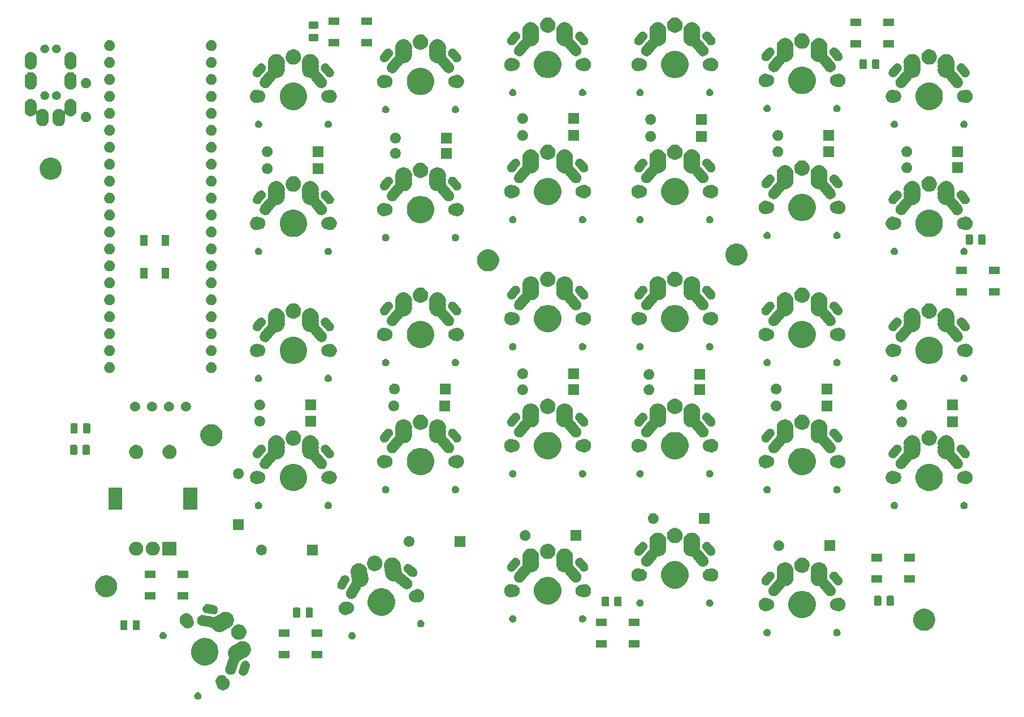
<source format=gbr>
G04 #@! TF.GenerationSoftware,KiCad,Pcbnew,5.1.5+dfsg1-2build2*
G04 #@! TF.CreationDate,2021-01-27T21:50:10+00:00*
G04 #@! TF.ProjectId,grandiceps,6772616e-6469-4636-9570-732e6b696361,rev?*
G04 #@! TF.SameCoordinates,Original*
G04 #@! TF.FileFunction,Soldermask,Bot*
G04 #@! TF.FilePolarity,Negative*
%FSLAX46Y46*%
G04 Gerber Fmt 4.6, Leading zero omitted, Abs format (unit mm)*
G04 Created by KiCad (PCBNEW 5.1.5+dfsg1-2build2) date 2021-01-27 21:50:10*
%MOMM*%
%LPD*%
G04 APERTURE LIST*
%ADD10C,0.100000*%
G04 APERTURE END LIST*
D10*
G36*
X115973414Y-144088827D02*
G01*
X116073688Y-144130362D01*
X116073689Y-144130363D01*
X116163935Y-144190663D01*
X116240683Y-144267411D01*
X116240684Y-144267413D01*
X116300984Y-144357658D01*
X116342519Y-144457932D01*
X116363693Y-144564383D01*
X116363693Y-144672923D01*
X116342519Y-144779374D01*
X116300984Y-144879648D01*
X116300983Y-144879649D01*
X116240683Y-144969895D01*
X116163935Y-145046643D01*
X116118505Y-145076998D01*
X116073688Y-145106944D01*
X115973414Y-145148479D01*
X115866963Y-145169653D01*
X115758423Y-145169653D01*
X115651972Y-145148479D01*
X115551698Y-145106944D01*
X115506881Y-145076998D01*
X115461451Y-145046643D01*
X115384703Y-144969895D01*
X115324403Y-144879649D01*
X115324402Y-144879648D01*
X115282867Y-144779374D01*
X115261693Y-144672923D01*
X115261693Y-144564383D01*
X115282867Y-144457932D01*
X115324402Y-144357658D01*
X115384702Y-144267413D01*
X115384703Y-144267411D01*
X115461451Y-144190663D01*
X115551697Y-144130363D01*
X115551698Y-144130362D01*
X115651972Y-144088827D01*
X115758423Y-144067653D01*
X115866963Y-144067653D01*
X115973414Y-144088827D01*
G37*
G36*
X119493512Y-141501336D02*
G01*
X119642812Y-141531033D01*
X119806784Y-141598953D01*
X119954354Y-141697556D01*
X120079853Y-141823055D01*
X120140283Y-141913496D01*
X120155824Y-141932431D01*
X120174763Y-141947975D01*
X120228100Y-141983613D01*
X120367527Y-142123040D01*
X120477074Y-142286989D01*
X120477075Y-142286991D01*
X120486054Y-142308668D01*
X120552532Y-142469159D01*
X120591000Y-142662550D01*
X120591000Y-142859730D01*
X120552532Y-143053121D01*
X120477074Y-143235291D01*
X120367527Y-143399240D01*
X120228100Y-143538667D01*
X120064151Y-143648214D01*
X119881981Y-143723672D01*
X119688591Y-143762140D01*
X119491409Y-143762140D01*
X119298019Y-143723672D01*
X119115849Y-143648214D01*
X118951900Y-143538667D01*
X118812473Y-143399240D01*
X118702926Y-143235291D01*
X118627468Y-143053121D01*
X118589000Y-142859730D01*
X118587571Y-142852546D01*
X118586598Y-142842669D01*
X118579487Y-142819228D01*
X118513624Y-142660221D01*
X118479000Y-142486150D01*
X118479000Y-142308668D01*
X118513624Y-142134597D01*
X118581544Y-141970625D01*
X118680147Y-141823055D01*
X118805646Y-141697556D01*
X118953216Y-141598953D01*
X119117188Y-141531033D01*
X119266488Y-141501336D01*
X119291258Y-141496409D01*
X119468742Y-141496409D01*
X119493512Y-141501336D01*
G37*
G36*
X123033292Y-139347012D02*
G01*
X123162281Y-139380071D01*
X123282347Y-139437661D01*
X123326233Y-139470582D01*
X123388867Y-139517566D01*
X123454800Y-139591116D01*
X123477753Y-139616720D01*
X123545587Y-139731306D01*
X123589762Y-139856925D01*
X123608583Y-139988747D01*
X123601323Y-140121713D01*
X123576550Y-140218374D01*
X123576546Y-140218384D01*
X123228915Y-141173488D01*
X123228913Y-141173492D01*
X123185755Y-141263471D01*
X123105848Y-141369994D01*
X123033109Y-141435200D01*
X123006697Y-141458877D01*
X122943297Y-141496409D01*
X122892107Y-141526713D01*
X122766492Y-141570887D01*
X122634668Y-141589708D01*
X122501705Y-141582448D01*
X122372717Y-141549389D01*
X122252652Y-141491800D01*
X122146129Y-141411893D01*
X122057247Y-141312743D01*
X122040356Y-141284210D01*
X121989412Y-141198155D01*
X121989410Y-141198152D01*
X121945236Y-141072537D01*
X121926415Y-140940713D01*
X121933675Y-140807748D01*
X121958448Y-140711087D01*
X122284390Y-139815573D01*
X122306083Y-139755972D01*
X122317914Y-139731306D01*
X122349243Y-139665989D01*
X122429148Y-139559469D01*
X122528302Y-139470582D01*
X122642888Y-139402748D01*
X122768507Y-139358573D01*
X122900329Y-139339752D01*
X123033292Y-139347012D01*
G37*
G36*
X122874312Y-136454780D02*
G01*
X123101980Y-136549083D01*
X123306875Y-136685990D01*
X123481124Y-136860239D01*
X123592209Y-137026489D01*
X123618032Y-137065136D01*
X123712334Y-137292802D01*
X123760409Y-137534491D01*
X123760409Y-137780919D01*
X123712334Y-138022608D01*
X123638854Y-138200006D01*
X123618031Y-138250276D01*
X123481124Y-138455171D01*
X123306875Y-138629420D01*
X123101980Y-138766327D01*
X123101979Y-138766328D01*
X123101978Y-138766328D01*
X122878604Y-138858852D01*
X122856994Y-138870403D01*
X122838057Y-138885943D01*
X122804580Y-138919420D01*
X122599685Y-139056327D01*
X122446892Y-139119616D01*
X122426298Y-139128146D01*
X122404688Y-139139697D01*
X122385751Y-139155237D01*
X122371568Y-139169420D01*
X122166673Y-139306327D01*
X122166672Y-139306328D01*
X122166671Y-139306328D01*
X122061679Y-139349817D01*
X122040068Y-139361368D01*
X122021126Y-139376913D01*
X122005581Y-139395855D01*
X121994030Y-139417466D01*
X121986917Y-139440915D01*
X121984701Y-139458487D01*
X121978803Y-139566515D01*
X121948533Y-139684625D01*
X121948530Y-139684634D01*
X121493251Y-140935499D01*
X121440515Y-141045444D01*
X121420192Y-141072536D01*
X121342879Y-141175601D01*
X121221724Y-141284211D01*
X121181153Y-141308229D01*
X121081713Y-141367097D01*
X120963338Y-141408724D01*
X120928217Y-141421075D01*
X120767146Y-141444071D01*
X120694324Y-141440095D01*
X120604680Y-141435201D01*
X120504896Y-141409627D01*
X120447063Y-141394805D01*
X120300365Y-141324439D01*
X120300363Y-141324438D01*
X120170205Y-141226801D01*
X120061597Y-141105648D01*
X119978710Y-140965636D01*
X119924733Y-140812142D01*
X119924732Y-140812140D01*
X119901736Y-140651069D01*
X119905712Y-140578247D01*
X119910606Y-140488603D01*
X119940880Y-140370482D01*
X120295616Y-139395855D01*
X120396158Y-139119618D01*
X120398143Y-139115481D01*
X120448895Y-139009670D01*
X120482068Y-138965448D01*
X120494778Y-138944502D01*
X120503159Y-138921476D01*
X120506887Y-138897257D01*
X120505818Y-138872776D01*
X120499994Y-138848974D01*
X120486006Y-138820996D01*
X120465481Y-138790278D01*
X120455561Y-138766328D01*
X120371177Y-138562608D01*
X120366735Y-138540276D01*
X120323102Y-138320919D01*
X120323102Y-138074491D01*
X120371177Y-137832802D01*
X120465479Y-137605136D01*
X120512682Y-137534492D01*
X120602387Y-137400239D01*
X120776636Y-137225990D01*
X120981531Y-137089083D01*
X121154919Y-137017263D01*
X121176528Y-137005713D01*
X121195465Y-136990173D01*
X121209648Y-136975990D01*
X121414543Y-136839083D01*
X121637921Y-136746557D01*
X121659529Y-136735007D01*
X121678466Y-136719467D01*
X121711943Y-136685990D01*
X121916838Y-136549083D01*
X122144506Y-136454780D01*
X122386195Y-136406705D01*
X122632623Y-136406705D01*
X122874312Y-136454780D01*
G37*
G36*
X117438254Y-136025818D02*
G01*
X117811511Y-136180426D01*
X117811513Y-136180427D01*
X118147436Y-136404884D01*
X118433116Y-136690564D01*
X118657574Y-137026489D01*
X118812182Y-137399746D01*
X118891000Y-137795993D01*
X118891000Y-138200007D01*
X118812182Y-138596254D01*
X118678322Y-138919420D01*
X118657573Y-138969513D01*
X118433116Y-139305436D01*
X118147436Y-139591116D01*
X117811513Y-139815573D01*
X117811512Y-139815574D01*
X117811511Y-139815574D01*
X117438254Y-139970182D01*
X117042007Y-140049000D01*
X116637993Y-140049000D01*
X116241746Y-139970182D01*
X115868489Y-139815574D01*
X115868488Y-139815574D01*
X115868487Y-139815573D01*
X115532564Y-139591116D01*
X115246884Y-139305436D01*
X115022427Y-138969513D01*
X115001678Y-138919420D01*
X114867818Y-138596254D01*
X114789000Y-138200007D01*
X114789000Y-137795993D01*
X114867818Y-137399746D01*
X115022426Y-137026489D01*
X115246884Y-136690564D01*
X115532564Y-136404884D01*
X115868487Y-136180427D01*
X115868489Y-136180426D01*
X116241746Y-136025818D01*
X116637993Y-135947000D01*
X117042007Y-135947000D01*
X117438254Y-136025818D01*
G37*
G36*
X134403000Y-138956000D02*
G01*
X132801000Y-138956000D01*
X132801000Y-137854000D01*
X134403000Y-137854000D01*
X134403000Y-138956000D01*
G37*
G36*
X129503000Y-138956000D02*
G01*
X127901000Y-138956000D01*
X127901000Y-137854000D01*
X129503000Y-137854000D01*
X129503000Y-138956000D01*
G37*
G36*
X181940000Y-137381000D02*
G01*
X180338000Y-137381000D01*
X180338000Y-136279000D01*
X181940000Y-136279000D01*
X181940000Y-137381000D01*
G37*
G36*
X177040000Y-137381000D02*
G01*
X175438000Y-137381000D01*
X175438000Y-136279000D01*
X177040000Y-136279000D01*
X177040000Y-137381000D01*
G37*
G36*
X122144347Y-133913198D02*
G01*
X122285284Y-133941232D01*
X122385949Y-133982929D01*
X122475266Y-134019925D01*
X122494753Y-134027997D01*
X122683270Y-134153960D01*
X122843590Y-134314280D01*
X122969553Y-134502797D01*
X123056318Y-134712266D01*
X123065303Y-134757435D01*
X123095037Y-134906917D01*
X123100550Y-134934636D01*
X123100550Y-135161364D01*
X123056318Y-135383734D01*
X122969553Y-135593203D01*
X122843590Y-135781720D01*
X122683270Y-135942040D01*
X122494753Y-136068003D01*
X122494752Y-136068004D01*
X122494751Y-136068004D01*
X122433400Y-136093416D01*
X122285284Y-136154768D01*
X122174099Y-136176884D01*
X122062915Y-136199000D01*
X121836185Y-136199000D01*
X121725001Y-136176884D01*
X121613816Y-136154768D01*
X121465700Y-136093416D01*
X121404349Y-136068004D01*
X121404348Y-136068004D01*
X121404347Y-136068003D01*
X121215830Y-135942040D01*
X121055510Y-135781720D01*
X120929547Y-135593203D01*
X120842782Y-135383734D01*
X120798550Y-135161364D01*
X120798550Y-134934636D01*
X120804064Y-134906917D01*
X120833797Y-134757435D01*
X120842782Y-134712266D01*
X120929547Y-134502797D01*
X121055510Y-134314280D01*
X121215830Y-134153960D01*
X121404347Y-134027997D01*
X121423835Y-134019925D01*
X121513151Y-133982929D01*
X121613816Y-133941232D01*
X121754753Y-133913198D01*
X121836185Y-133897000D01*
X122062915Y-133897000D01*
X122144347Y-133913198D01*
G37*
G36*
X139056347Y-135068810D02*
G01*
X139156621Y-135110345D01*
X139156622Y-135110346D01*
X139246868Y-135170646D01*
X139323616Y-135247394D01*
X139323617Y-135247396D01*
X139383917Y-135337641D01*
X139425452Y-135437915D01*
X139446626Y-135544366D01*
X139446626Y-135652906D01*
X139425452Y-135759357D01*
X139383917Y-135859631D01*
X139383916Y-135859632D01*
X139323616Y-135949878D01*
X139246868Y-136026626D01*
X139201438Y-136056981D01*
X139156621Y-136086927D01*
X139056347Y-136128462D01*
X138949896Y-136149636D01*
X138841356Y-136149636D01*
X138734905Y-136128462D01*
X138634631Y-136086927D01*
X138589814Y-136056981D01*
X138544384Y-136026626D01*
X138467636Y-135949878D01*
X138407336Y-135859632D01*
X138407335Y-135859631D01*
X138365800Y-135759357D01*
X138344626Y-135652906D01*
X138344626Y-135544366D01*
X138365800Y-135437915D01*
X138407335Y-135337641D01*
X138467635Y-135247396D01*
X138467636Y-135247394D01*
X138544384Y-135170646D01*
X138634630Y-135110346D01*
X138634631Y-135110345D01*
X138734905Y-135068810D01*
X138841356Y-135047636D01*
X138949896Y-135047636D01*
X139056347Y-135068810D01*
G37*
G36*
X110753414Y-135047521D02*
G01*
X110853688Y-135089056D01*
X110898505Y-135119002D01*
X110943935Y-135149357D01*
X111020683Y-135226105D01*
X111020684Y-135226107D01*
X111080984Y-135316352D01*
X111122519Y-135416626D01*
X111143693Y-135523077D01*
X111143693Y-135631617D01*
X111122519Y-135738068D01*
X111080984Y-135838342D01*
X111080983Y-135838343D01*
X111020683Y-135928589D01*
X110943935Y-136005337D01*
X110912072Y-136026627D01*
X110853688Y-136065638D01*
X110753414Y-136107173D01*
X110646963Y-136128347D01*
X110538423Y-136128347D01*
X110431972Y-136107173D01*
X110331698Y-136065638D01*
X110273314Y-136026627D01*
X110241451Y-136005337D01*
X110164703Y-135928589D01*
X110104403Y-135838343D01*
X110104402Y-135838342D01*
X110062867Y-135738068D01*
X110041693Y-135631617D01*
X110041693Y-135523077D01*
X110062867Y-135416626D01*
X110104402Y-135316352D01*
X110164702Y-135226107D01*
X110164703Y-135226105D01*
X110241451Y-135149357D01*
X110286881Y-135119002D01*
X110331698Y-135089056D01*
X110431972Y-135047521D01*
X110538423Y-135026347D01*
X110646963Y-135026347D01*
X110753414Y-135047521D01*
G37*
G36*
X129503000Y-135756000D02*
G01*
X127901000Y-135756000D01*
X127901000Y-134654000D01*
X129503000Y-134654000D01*
X129503000Y-135756000D01*
G37*
G36*
X134403000Y-135756000D02*
G01*
X132801000Y-135756000D01*
X132801000Y-134654000D01*
X134403000Y-134654000D01*
X134403000Y-135756000D01*
G37*
G36*
X201213721Y-134588174D02*
G01*
X201313995Y-134629709D01*
X201354716Y-134656918D01*
X201404242Y-134690010D01*
X201480990Y-134766758D01*
X201493548Y-134785553D01*
X201541291Y-134857005D01*
X201582826Y-134957279D01*
X201604000Y-135063730D01*
X201604000Y-135172270D01*
X201582826Y-135278721D01*
X201541291Y-135378995D01*
X201541290Y-135378996D01*
X201480990Y-135469242D01*
X201404242Y-135545990D01*
X201358812Y-135576345D01*
X201313995Y-135606291D01*
X201213721Y-135647826D01*
X201107270Y-135669000D01*
X200998730Y-135669000D01*
X200892279Y-135647826D01*
X200792005Y-135606291D01*
X200747188Y-135576345D01*
X200701758Y-135545990D01*
X200625010Y-135469242D01*
X200564710Y-135378996D01*
X200564709Y-135378995D01*
X200523174Y-135278721D01*
X200502000Y-135172270D01*
X200502000Y-135063730D01*
X200523174Y-134957279D01*
X200564709Y-134857005D01*
X200612452Y-134785553D01*
X200625010Y-134766758D01*
X200701758Y-134690010D01*
X200751284Y-134656918D01*
X200792005Y-134629709D01*
X200892279Y-134588174D01*
X200998730Y-134567000D01*
X201107270Y-134567000D01*
X201213721Y-134588174D01*
G37*
G36*
X211653721Y-134588174D02*
G01*
X211753995Y-134629709D01*
X211794716Y-134656918D01*
X211844242Y-134690010D01*
X211920990Y-134766758D01*
X211933548Y-134785553D01*
X211981291Y-134857005D01*
X212022826Y-134957279D01*
X212044000Y-135063730D01*
X212044000Y-135172270D01*
X212022826Y-135278721D01*
X211981291Y-135378995D01*
X211981290Y-135378996D01*
X211920990Y-135469242D01*
X211844242Y-135545990D01*
X211798812Y-135576345D01*
X211753995Y-135606291D01*
X211653721Y-135647826D01*
X211547270Y-135669000D01*
X211438730Y-135669000D01*
X211332279Y-135647826D01*
X211232005Y-135606291D01*
X211187188Y-135576345D01*
X211141758Y-135545990D01*
X211065010Y-135469242D01*
X211004710Y-135378996D01*
X211004709Y-135378995D01*
X210963174Y-135278721D01*
X210942000Y-135172270D01*
X210942000Y-135063730D01*
X210963174Y-134957279D01*
X211004709Y-134857005D01*
X211052452Y-134785553D01*
X211065010Y-134766758D01*
X211141758Y-134690010D01*
X211191284Y-134656918D01*
X211232005Y-134629709D01*
X211332279Y-134588174D01*
X211438730Y-134567000D01*
X211547270Y-134567000D01*
X211653721Y-134588174D01*
G37*
G36*
X120334312Y-132055370D02*
G01*
X120560752Y-132149164D01*
X120561980Y-132149673D01*
X120766875Y-132286580D01*
X120941124Y-132460829D01*
X121060855Y-132640019D01*
X121078032Y-132665726D01*
X121172334Y-132893392D01*
X121220409Y-133135081D01*
X121220409Y-133381509D01*
X121172334Y-133623198D01*
X121082525Y-133840018D01*
X121078031Y-133850866D01*
X120941124Y-134055761D01*
X120766875Y-134230010D01*
X120561980Y-134366917D01*
X120561979Y-134366918D01*
X120561978Y-134366918D01*
X120338604Y-134459442D01*
X120316994Y-134470993D01*
X120298057Y-134486533D01*
X120264580Y-134520010D01*
X120059685Y-134656917D01*
X120059684Y-134656918D01*
X120059683Y-134656918D01*
X119979794Y-134690009D01*
X119891325Y-134726654D01*
X119886298Y-134728736D01*
X119864688Y-134740287D01*
X119845751Y-134755827D01*
X119831568Y-134770010D01*
X119626673Y-134906917D01*
X119626672Y-134906918D01*
X119626671Y-134906918D01*
X119399005Y-135001220D01*
X119157316Y-135049295D01*
X118910888Y-135049295D01*
X118669199Y-135001220D01*
X118441533Y-134906918D01*
X118441532Y-134906918D01*
X118441531Y-134906917D01*
X118236636Y-134770010D01*
X118062387Y-134595761D01*
X117941522Y-134414875D01*
X117925978Y-134395935D01*
X117907036Y-134380390D01*
X117885426Y-134368839D01*
X117861977Y-134361726D01*
X117837591Y-134359324D01*
X117822628Y-134360223D01*
X117768319Y-134366771D01*
X117768315Y-134366771D01*
X117646732Y-134357469D01*
X116645928Y-134181000D01*
X116335815Y-134126319D01*
X116320136Y-134121934D01*
X116218379Y-134093476D01*
X116073244Y-134019924D01*
X115945248Y-133919471D01*
X115939867Y-133913198D01*
X115895432Y-133861402D01*
X115839307Y-133795979D01*
X115834132Y-133786786D01*
X115759497Y-133654196D01*
X115717127Y-133524753D01*
X115708879Y-133499557D01*
X115708879Y-133499556D01*
X115708878Y-133499553D01*
X115689402Y-133338021D01*
X115689574Y-133335779D01*
X115701814Y-133175786D01*
X115745637Y-133019092D01*
X115819189Y-132873957D01*
X115919642Y-132745961D01*
X115931750Y-132735574D01*
X115985256Y-132689672D01*
X116043134Y-132640020D01*
X116060919Y-132630009D01*
X116184917Y-132560210D01*
X116288993Y-132526143D01*
X116339556Y-132509592D01*
X116339557Y-132509592D01*
X116339560Y-132509591D01*
X116501092Y-132490115D01*
X116501094Y-132490115D01*
X116622677Y-132499417D01*
X117933598Y-132730567D01*
X118051031Y-132763410D01*
X118145165Y-132811115D01*
X118167994Y-132819994D01*
X118192126Y-132824249D01*
X118216625Y-132823714D01*
X118240548Y-132818411D01*
X118271105Y-132803548D01*
X118441531Y-132689673D01*
X118614919Y-132617853D01*
X118636528Y-132606303D01*
X118655465Y-132590763D01*
X118669648Y-132576580D01*
X118874543Y-132439673D01*
X119097921Y-132347147D01*
X119119529Y-132335597D01*
X119138466Y-132320057D01*
X119171943Y-132286580D01*
X119376838Y-132149673D01*
X119378067Y-132149164D01*
X119604506Y-132055370D01*
X119846195Y-132007295D01*
X120092623Y-132007295D01*
X120334312Y-132055370D01*
G37*
G36*
X224936256Y-131589298D02*
G01*
X225042579Y-131610447D01*
X225343042Y-131734903D01*
X225613451Y-131915585D01*
X225843415Y-132145549D01*
X226024097Y-132415958D01*
X226148553Y-132716421D01*
X226152363Y-132735574D01*
X226212000Y-133035389D01*
X226212000Y-133360611D01*
X226178455Y-133529250D01*
X226148553Y-133679579D01*
X226024097Y-133980042D01*
X225843415Y-134250451D01*
X225613451Y-134480415D01*
X225343042Y-134661097D01*
X225042579Y-134785553D01*
X224973493Y-134799295D01*
X224723611Y-134849000D01*
X224398389Y-134849000D01*
X224148507Y-134799295D01*
X224079421Y-134785553D01*
X223778958Y-134661097D01*
X223508549Y-134480415D01*
X223278585Y-134250451D01*
X223097903Y-133980042D01*
X222973447Y-133679579D01*
X222943545Y-133529250D01*
X222910000Y-133360611D01*
X222910000Y-133035389D01*
X222969637Y-132735574D01*
X222973447Y-132716421D01*
X223097903Y-132415958D01*
X223278585Y-132145549D01*
X223508549Y-131915585D01*
X223778958Y-131734903D01*
X224079421Y-131610447D01*
X224185744Y-131589298D01*
X224398389Y-131547000D01*
X224723611Y-131547000D01*
X224936256Y-131589298D01*
G37*
G36*
X105096468Y-133264565D02*
G01*
X105135138Y-133276296D01*
X105170777Y-133295346D01*
X105202017Y-133320983D01*
X105227654Y-133352223D01*
X105246704Y-133387862D01*
X105258435Y-133426532D01*
X105263000Y-133472888D01*
X105263000Y-134549112D01*
X105258435Y-134595468D01*
X105246704Y-134634138D01*
X105227654Y-134669777D01*
X105202017Y-134701017D01*
X105170777Y-134726654D01*
X105135138Y-134745704D01*
X105096468Y-134757435D01*
X105050112Y-134762000D01*
X104398888Y-134762000D01*
X104352532Y-134757435D01*
X104313862Y-134745704D01*
X104278223Y-134726654D01*
X104246983Y-134701017D01*
X104221346Y-134669777D01*
X104202296Y-134634138D01*
X104190565Y-134595468D01*
X104186000Y-134549112D01*
X104186000Y-133472888D01*
X104190565Y-133426532D01*
X104202296Y-133387862D01*
X104221346Y-133352223D01*
X104246983Y-133320983D01*
X104278223Y-133295346D01*
X104313862Y-133276296D01*
X104352532Y-133264565D01*
X104398888Y-133260000D01*
X105050112Y-133260000D01*
X105096468Y-133264565D01*
G37*
G36*
X106971468Y-133264565D02*
G01*
X107010138Y-133276296D01*
X107045777Y-133295346D01*
X107077017Y-133320983D01*
X107102654Y-133352223D01*
X107121704Y-133387862D01*
X107133435Y-133426532D01*
X107138000Y-133472888D01*
X107138000Y-134549112D01*
X107133435Y-134595468D01*
X107121704Y-134634138D01*
X107102654Y-134669777D01*
X107077017Y-134701017D01*
X107045777Y-134726654D01*
X107010138Y-134745704D01*
X106971468Y-134757435D01*
X106925112Y-134762000D01*
X106273888Y-134762000D01*
X106227532Y-134757435D01*
X106188862Y-134745704D01*
X106153223Y-134726654D01*
X106121983Y-134701017D01*
X106096346Y-134669777D01*
X106077296Y-134634138D01*
X106065565Y-134595468D01*
X106061000Y-134549112D01*
X106061000Y-133472888D01*
X106065565Y-133426532D01*
X106077296Y-133387862D01*
X106096346Y-133352223D01*
X106121983Y-133320983D01*
X106153223Y-133295346D01*
X106188862Y-133276296D01*
X106227532Y-133264565D01*
X106273888Y-133260000D01*
X106925112Y-133260000D01*
X106971468Y-133264565D01*
G37*
G36*
X114202310Y-132236589D02*
G01*
X114381981Y-132272328D01*
X114459672Y-132304509D01*
X114558319Y-132345370D01*
X114564151Y-132347786D01*
X114728100Y-132457333D01*
X114867527Y-132596760D01*
X114970472Y-132750829D01*
X114977075Y-132760711D01*
X114992108Y-132797004D01*
X115050269Y-132937415D01*
X115052532Y-132942880D01*
X115092429Y-133143454D01*
X115093402Y-133153331D01*
X115100513Y-133176772D01*
X115166376Y-133335779D01*
X115201000Y-133509850D01*
X115201000Y-133687332D01*
X115166376Y-133861403D01*
X115098456Y-134025375D01*
X114999853Y-134172945D01*
X114874354Y-134298444D01*
X114726784Y-134397047D01*
X114562812Y-134464967D01*
X114423134Y-134492750D01*
X114388742Y-134499591D01*
X114211258Y-134499591D01*
X114176866Y-134492750D01*
X114037188Y-134464967D01*
X113873216Y-134397047D01*
X113725646Y-134298444D01*
X113600147Y-134172945D01*
X113539717Y-134082504D01*
X113524176Y-134063569D01*
X113505235Y-134048024D01*
X113451900Y-134012387D01*
X113312473Y-133872960D01*
X113202926Y-133709011D01*
X113193947Y-133687333D01*
X113127468Y-133526840D01*
X113119343Y-133485991D01*
X113099823Y-133387862D01*
X113089000Y-133333451D01*
X113089000Y-133136269D01*
X113127468Y-132942880D01*
X113129732Y-132937415D01*
X113187892Y-132797004D01*
X113202925Y-132760711D01*
X113209528Y-132750829D01*
X113312473Y-132596760D01*
X113451900Y-132457333D01*
X113615849Y-132347786D01*
X113621682Y-132345370D01*
X113720328Y-132304509D01*
X113798019Y-132272328D01*
X113977690Y-132236589D01*
X113991409Y-132233860D01*
X114188591Y-132233860D01*
X114202310Y-132236589D01*
G37*
G36*
X149337740Y-133255923D02*
G01*
X149438014Y-133297458D01*
X149482831Y-133327404D01*
X149528261Y-133357759D01*
X149605009Y-133434507D01*
X149605010Y-133434509D01*
X149665310Y-133524754D01*
X149706845Y-133625028D01*
X149728019Y-133731479D01*
X149728019Y-133840019D01*
X149706845Y-133946470D01*
X149665310Y-134046744D01*
X149659286Y-134055759D01*
X149605009Y-134136991D01*
X149528261Y-134213739D01*
X149503908Y-134230011D01*
X149438014Y-134274040D01*
X149337740Y-134315575D01*
X149231289Y-134336749D01*
X149122749Y-134336749D01*
X149016298Y-134315575D01*
X148916024Y-134274040D01*
X148850130Y-134230011D01*
X148825777Y-134213739D01*
X148749029Y-134136991D01*
X148694752Y-134055759D01*
X148688728Y-134046744D01*
X148647193Y-133946470D01*
X148626019Y-133840019D01*
X148626019Y-133731479D01*
X148647193Y-133625028D01*
X148688728Y-133524754D01*
X148749028Y-133434509D01*
X148749029Y-133434507D01*
X148825777Y-133357759D01*
X148871207Y-133327404D01*
X148916024Y-133297458D01*
X149016298Y-133255923D01*
X149122749Y-133234749D01*
X149231289Y-133234749D01*
X149337740Y-133255923D01*
G37*
G36*
X181940000Y-134181000D02*
G01*
X180338000Y-134181000D01*
X180338000Y-133079000D01*
X181940000Y-133079000D01*
X181940000Y-134181000D01*
G37*
G36*
X177040000Y-134181000D02*
G01*
X175438000Y-134181000D01*
X175438000Y-133079000D01*
X177040000Y-133079000D01*
X177040000Y-134181000D01*
G37*
G36*
X173573721Y-132528174D02*
G01*
X173673995Y-132569709D01*
X173714481Y-132596761D01*
X173764242Y-132630010D01*
X173840990Y-132706758D01*
X173858000Y-132732215D01*
X173901291Y-132797005D01*
X173942826Y-132897279D01*
X173964000Y-133003730D01*
X173964000Y-133112270D01*
X173942826Y-133218721D01*
X173901291Y-133318995D01*
X173888578Y-133338021D01*
X173840990Y-133409242D01*
X173764242Y-133485990D01*
X173743943Y-133499553D01*
X173673995Y-133546291D01*
X173573721Y-133587826D01*
X173467270Y-133609000D01*
X173358730Y-133609000D01*
X173252279Y-133587826D01*
X173152005Y-133546291D01*
X173082057Y-133499553D01*
X173061758Y-133485990D01*
X172985010Y-133409242D01*
X172937422Y-133338021D01*
X172924709Y-133318995D01*
X172883174Y-133218721D01*
X172862000Y-133112270D01*
X172862000Y-133003730D01*
X172883174Y-132897279D01*
X172924709Y-132797005D01*
X172968000Y-132732215D01*
X172985010Y-132706758D01*
X173061758Y-132630010D01*
X173111519Y-132596761D01*
X173152005Y-132569709D01*
X173252279Y-132528174D01*
X173358730Y-132507000D01*
X173467270Y-132507000D01*
X173573721Y-132528174D01*
G37*
G36*
X163133721Y-132528174D02*
G01*
X163233995Y-132569709D01*
X163274481Y-132596761D01*
X163324242Y-132630010D01*
X163400990Y-132706758D01*
X163418000Y-132732215D01*
X163461291Y-132797005D01*
X163502826Y-132897279D01*
X163524000Y-133003730D01*
X163524000Y-133112270D01*
X163502826Y-133218721D01*
X163461291Y-133318995D01*
X163448578Y-133338021D01*
X163400990Y-133409242D01*
X163324242Y-133485990D01*
X163303943Y-133499553D01*
X163233995Y-133546291D01*
X163133721Y-133587826D01*
X163027270Y-133609000D01*
X162918730Y-133609000D01*
X162812279Y-133587826D01*
X162712005Y-133546291D01*
X162642057Y-133499553D01*
X162621758Y-133485990D01*
X162545010Y-133409242D01*
X162497422Y-133338021D01*
X162484709Y-133318995D01*
X162443174Y-133218721D01*
X162422000Y-133112270D01*
X162422000Y-133003730D01*
X162443174Y-132897279D01*
X162484709Y-132797005D01*
X162528000Y-132732215D01*
X162545010Y-132706758D01*
X162621758Y-132630010D01*
X162671519Y-132596761D01*
X162712005Y-132569709D01*
X162812279Y-132528174D01*
X162918730Y-132507000D01*
X163027270Y-132507000D01*
X163133721Y-132528174D01*
G37*
G36*
X206871254Y-128945818D02*
G01*
X207242309Y-129099514D01*
X207244513Y-129100427D01*
X207580436Y-129324884D01*
X207866116Y-129610564D01*
X208084019Y-129936678D01*
X208090574Y-129946489D01*
X208245182Y-130319746D01*
X208324000Y-130715993D01*
X208324000Y-131120007D01*
X208245182Y-131516254D01*
X208100762Y-131864915D01*
X208090573Y-131889513D01*
X207866116Y-132225436D01*
X207580436Y-132511116D01*
X207244513Y-132735573D01*
X207244512Y-132735574D01*
X207244511Y-132735574D01*
X206871254Y-132890182D01*
X206475007Y-132969000D01*
X206070993Y-132969000D01*
X205674746Y-132890182D01*
X205301489Y-132735574D01*
X205301488Y-132735574D01*
X205301487Y-132735573D01*
X204965564Y-132511116D01*
X204679884Y-132225436D01*
X204455427Y-131889513D01*
X204445238Y-131864915D01*
X204300818Y-131516254D01*
X204222000Y-131120007D01*
X204222000Y-130715993D01*
X204300818Y-130319746D01*
X204455426Y-129946489D01*
X204461982Y-129936678D01*
X204679884Y-129610564D01*
X204965564Y-129324884D01*
X205301487Y-129100427D01*
X205303691Y-129099514D01*
X205674746Y-128945818D01*
X206070993Y-128867000D01*
X206475007Y-128867000D01*
X206871254Y-128945818D01*
G37*
G36*
X130983468Y-131384565D02*
G01*
X131022138Y-131396296D01*
X131057777Y-131415346D01*
X131089017Y-131440983D01*
X131114654Y-131472223D01*
X131133704Y-131507862D01*
X131145435Y-131546532D01*
X131150000Y-131592888D01*
X131150000Y-132669112D01*
X131145435Y-132715468D01*
X131133704Y-132754138D01*
X131114654Y-132789777D01*
X131089017Y-132821017D01*
X131057777Y-132846654D01*
X131022138Y-132865704D01*
X130983468Y-132877435D01*
X130937112Y-132882000D01*
X130285888Y-132882000D01*
X130239532Y-132877435D01*
X130200862Y-132865704D01*
X130165223Y-132846654D01*
X130133983Y-132821017D01*
X130108346Y-132789777D01*
X130089296Y-132754138D01*
X130077565Y-132715468D01*
X130073000Y-132669112D01*
X130073000Y-131592888D01*
X130077565Y-131546532D01*
X130089296Y-131507862D01*
X130108346Y-131472223D01*
X130133983Y-131440983D01*
X130165223Y-131415346D01*
X130200862Y-131396296D01*
X130239532Y-131384565D01*
X130285888Y-131380000D01*
X130937112Y-131380000D01*
X130983468Y-131384565D01*
G37*
G36*
X132858468Y-131384565D02*
G01*
X132897138Y-131396296D01*
X132932777Y-131415346D01*
X132964017Y-131440983D01*
X132989654Y-131472223D01*
X133008704Y-131507862D01*
X133020435Y-131546532D01*
X133025000Y-131592888D01*
X133025000Y-132669112D01*
X133020435Y-132715468D01*
X133008704Y-132754138D01*
X132989654Y-132789777D01*
X132964017Y-132821017D01*
X132932777Y-132846654D01*
X132897138Y-132865704D01*
X132858468Y-132877435D01*
X132812112Y-132882000D01*
X132160888Y-132882000D01*
X132114532Y-132877435D01*
X132075862Y-132865704D01*
X132040223Y-132846654D01*
X132008983Y-132821017D01*
X131983346Y-132789777D01*
X131964296Y-132754138D01*
X131952565Y-132715468D01*
X131948000Y-132669112D01*
X131948000Y-131592888D01*
X131952565Y-131546532D01*
X131964296Y-131507862D01*
X131983346Y-131472223D01*
X132008983Y-131440983D01*
X132040223Y-131415346D01*
X132075862Y-131396296D01*
X132114532Y-131384565D01*
X132160888Y-131380000D01*
X132812112Y-131380000D01*
X132858468Y-131384565D01*
G37*
G36*
X143905254Y-128583818D02*
G01*
X144278511Y-128738426D01*
X144278513Y-128738427D01*
X144614436Y-128962884D01*
X144900116Y-129248564D01*
X145106777Y-129557853D01*
X145124574Y-129584489D01*
X145279182Y-129957746D01*
X145358000Y-130353993D01*
X145358000Y-130758007D01*
X145279182Y-131154254D01*
X145147475Y-131472223D01*
X145124573Y-131527513D01*
X144900116Y-131863436D01*
X144614436Y-132149116D01*
X144278513Y-132373573D01*
X144278512Y-132373574D01*
X144278511Y-132373574D01*
X143905254Y-132528182D01*
X143509007Y-132607000D01*
X143104993Y-132607000D01*
X142708746Y-132528182D01*
X142335489Y-132373574D01*
X142335488Y-132373574D01*
X142335487Y-132373573D01*
X141999564Y-132149116D01*
X141713884Y-131863436D01*
X141489427Y-131527513D01*
X141466525Y-131472223D01*
X141334818Y-131154254D01*
X141256000Y-130758007D01*
X141256000Y-130353993D01*
X141334818Y-129957746D01*
X141489426Y-129584489D01*
X141507224Y-129557853D01*
X141713884Y-129248564D01*
X141999564Y-128962884D01*
X142335487Y-128738427D01*
X142335489Y-128738426D01*
X142708746Y-128583818D01*
X143104993Y-128505000D01*
X143509007Y-128505000D01*
X143905254Y-128583818D01*
G37*
G36*
X138145945Y-130541254D02*
G01*
X138170331Y-130543656D01*
X138194717Y-130541254D01*
X138215435Y-130537133D01*
X138392919Y-130537133D01*
X138413636Y-130541254D01*
X138566989Y-130571757D01*
X138730961Y-130639677D01*
X138878531Y-130738280D01*
X139004030Y-130863779D01*
X139102633Y-131011349D01*
X139170553Y-131175321D01*
X139195869Y-131302595D01*
X139204261Y-131344784D01*
X139205177Y-131349392D01*
X139205177Y-131526874D01*
X139170553Y-131700945D01*
X139102633Y-131864917D01*
X139004030Y-132012487D01*
X138878531Y-132137986D01*
X138730961Y-132236589D01*
X138566989Y-132304509D01*
X138502867Y-132317263D01*
X138479429Y-132324373D01*
X138457826Y-132335920D01*
X138364708Y-132398139D01*
X138182538Y-132473597D01*
X138099497Y-132490115D01*
X137989148Y-132512065D01*
X137791966Y-132512065D01*
X137681617Y-132490115D01*
X137598576Y-132473597D01*
X137416406Y-132398139D01*
X137252457Y-132288592D01*
X137113030Y-132149165D01*
X137003483Y-131985216D01*
X136928025Y-131803046D01*
X136891187Y-131617852D01*
X136889557Y-131609656D01*
X136889557Y-131412474D01*
X136926053Y-131229000D01*
X136928025Y-131219084D01*
X137000955Y-131043017D01*
X137003482Y-131036916D01*
X137003483Y-131036914D01*
X137113030Y-130872965D01*
X137252457Y-130733538D01*
X137416406Y-130623991D01*
X137417034Y-130623731D01*
X137535001Y-130574867D01*
X137598576Y-130548533D01*
X137791966Y-130510065D01*
X137989148Y-130510065D01*
X138145945Y-130541254D01*
G37*
G36*
X117284404Y-130877292D02*
G01*
X118285366Y-131053789D01*
X118285369Y-131053790D01*
X118285370Y-131053790D01*
X118381475Y-131080667D01*
X118500257Y-131140864D01*
X118605007Y-131223073D01*
X118691707Y-131324139D01*
X118757028Y-131440183D01*
X118798453Y-131566733D01*
X118814392Y-131698932D01*
X118804233Y-131831707D01*
X118768367Y-131959950D01*
X118728069Y-132039466D01*
X118708174Y-132078724D01*
X118674465Y-132121676D01*
X118625963Y-132183477D01*
X118524899Y-132270177D01*
X118408857Y-132335496D01*
X118282300Y-132376922D01*
X118150103Y-132392861D01*
X118150101Y-132392861D01*
X118050593Y-132385248D01*
X117491021Y-132286580D01*
X117049631Y-132208751D01*
X116953523Y-132181872D01*
X116834742Y-132121676D01*
X116729992Y-132039467D01*
X116643291Y-131938402D01*
X116577972Y-131822360D01*
X116536546Y-131695804D01*
X116520607Y-131563606D01*
X116523369Y-131527511D01*
X116530765Y-131430833D01*
X116540424Y-131396296D01*
X116566630Y-131302595D01*
X116626826Y-131183814D01*
X116709035Y-131079064D01*
X116810100Y-130992363D01*
X116926142Y-130927044D01*
X117052698Y-130885618D01*
X117184896Y-130869679D01*
X117184897Y-130869679D01*
X117284404Y-130877292D01*
G37*
G36*
X211890302Y-129920722D02*
G01*
X212064981Y-129955468D01*
X212247151Y-130030926D01*
X212411100Y-130140473D01*
X212550527Y-130279900D01*
X212642137Y-130417005D01*
X212660075Y-130443851D01*
X212678366Y-130488009D01*
X212734692Y-130623990D01*
X212735532Y-130626020D01*
X212774000Y-130819409D01*
X212774000Y-131016591D01*
X212757642Y-131098826D01*
X212735532Y-131209981D01*
X212660074Y-131392151D01*
X212550527Y-131556100D01*
X212411100Y-131695527D01*
X212247151Y-131805074D01*
X212064981Y-131880532D01*
X211871591Y-131919000D01*
X211674409Y-131919000D01*
X211481019Y-131880532D01*
X211355440Y-131828515D01*
X211331991Y-131821402D01*
X211307605Y-131819000D01*
X211264258Y-131819000D01*
X211239488Y-131814073D01*
X211090188Y-131784376D01*
X210926216Y-131716456D01*
X210778646Y-131617853D01*
X210653147Y-131492354D01*
X210554544Y-131344784D01*
X210486624Y-131180812D01*
X210452917Y-131011351D01*
X210452000Y-131006742D01*
X210452000Y-130829258D01*
X210466173Y-130758006D01*
X210486624Y-130655188D01*
X210554544Y-130491216D01*
X210653147Y-130343646D01*
X210778646Y-130218147D01*
X210926216Y-130119544D01*
X211090188Y-130051624D01*
X211239488Y-130021927D01*
X211264258Y-130017000D01*
X211307605Y-130017000D01*
X211331991Y-130014598D01*
X211355440Y-130007485D01*
X211430845Y-129976251D01*
X211481019Y-129955468D01*
X211655698Y-129920722D01*
X211674409Y-129917000D01*
X211871591Y-129917000D01*
X211890302Y-129920722D01*
G37*
G36*
X200890302Y-129920722D02*
G01*
X201064981Y-129955468D01*
X201115155Y-129976251D01*
X201190560Y-130007485D01*
X201214009Y-130014598D01*
X201238395Y-130017000D01*
X201281742Y-130017000D01*
X201306512Y-130021927D01*
X201455812Y-130051624D01*
X201619784Y-130119544D01*
X201767354Y-130218147D01*
X201892853Y-130343646D01*
X201991456Y-130491216D01*
X202059376Y-130655188D01*
X202079827Y-130758006D01*
X202094000Y-130829258D01*
X202094000Y-131006742D01*
X202093083Y-131011351D01*
X202059376Y-131180812D01*
X201991456Y-131344784D01*
X201892853Y-131492354D01*
X201767354Y-131617853D01*
X201619784Y-131716456D01*
X201455812Y-131784376D01*
X201306512Y-131814073D01*
X201281742Y-131819000D01*
X201238395Y-131819000D01*
X201214009Y-131821402D01*
X201190560Y-131828515D01*
X201064981Y-131880532D01*
X200871591Y-131919000D01*
X200674409Y-131919000D01*
X200481019Y-131880532D01*
X200298849Y-131805074D01*
X200134900Y-131695527D01*
X199995473Y-131556100D01*
X199885926Y-131392151D01*
X199810468Y-131209981D01*
X199788358Y-131098826D01*
X199772000Y-131016591D01*
X199772000Y-130819409D01*
X199810468Y-130626020D01*
X199811309Y-130623990D01*
X199867634Y-130488009D01*
X199885925Y-130443851D01*
X199903863Y-130417005D01*
X199995473Y-130279900D01*
X200134900Y-130140473D01*
X200298849Y-130030926D01*
X200481019Y-129955468D01*
X200655698Y-129920722D01*
X200674409Y-129917000D01*
X200871591Y-129917000D01*
X200890302Y-129920722D01*
G37*
G36*
X182173721Y-130148174D02*
G01*
X182273995Y-130189709D01*
X182273996Y-130189710D01*
X182364242Y-130250010D01*
X182440990Y-130326758D01*
X182440991Y-130326760D01*
X182501291Y-130417005D01*
X182542826Y-130517279D01*
X182564000Y-130623730D01*
X182564000Y-130732270D01*
X182542826Y-130838721D01*
X182501291Y-130938995D01*
X182501290Y-130938996D01*
X182440990Y-131029242D01*
X182364242Y-131105990D01*
X182343265Y-131120006D01*
X182273995Y-131166291D01*
X182173721Y-131207826D01*
X182067270Y-131229000D01*
X181958730Y-131229000D01*
X181852279Y-131207826D01*
X181752005Y-131166291D01*
X181682735Y-131120006D01*
X181661758Y-131105990D01*
X181585010Y-131029242D01*
X181524710Y-130938996D01*
X181524709Y-130938995D01*
X181483174Y-130838721D01*
X181462000Y-130732270D01*
X181462000Y-130623730D01*
X181483174Y-130517279D01*
X181524709Y-130417005D01*
X181585009Y-130326760D01*
X181585010Y-130326758D01*
X181661758Y-130250010D01*
X181752004Y-130189710D01*
X181752005Y-130189709D01*
X181852279Y-130148174D01*
X181958730Y-130127000D01*
X182067270Y-130127000D01*
X182173721Y-130148174D01*
G37*
G36*
X192613721Y-130148174D02*
G01*
X192713995Y-130189709D01*
X192713996Y-130189710D01*
X192804242Y-130250010D01*
X192880990Y-130326758D01*
X192880991Y-130326760D01*
X192941291Y-130417005D01*
X192982826Y-130517279D01*
X193004000Y-130623730D01*
X193004000Y-130732270D01*
X192982826Y-130838721D01*
X192941291Y-130938995D01*
X192941290Y-130938996D01*
X192880990Y-131029242D01*
X192804242Y-131105990D01*
X192783265Y-131120006D01*
X192713995Y-131166291D01*
X192613721Y-131207826D01*
X192507270Y-131229000D01*
X192398730Y-131229000D01*
X192292279Y-131207826D01*
X192192005Y-131166291D01*
X192122735Y-131120006D01*
X192101758Y-131105990D01*
X192025010Y-131029242D01*
X191964710Y-130938996D01*
X191964709Y-130938995D01*
X191923174Y-130838721D01*
X191902000Y-130732270D01*
X191902000Y-130623730D01*
X191923174Y-130517279D01*
X191964709Y-130417005D01*
X192025009Y-130326760D01*
X192025010Y-130326758D01*
X192101758Y-130250010D01*
X192192004Y-130189710D01*
X192192005Y-130189709D01*
X192292279Y-130148174D01*
X192398730Y-130127000D01*
X192507270Y-130127000D01*
X192613721Y-130148174D01*
G37*
G36*
X177209468Y-129708565D02*
G01*
X177248138Y-129720296D01*
X177283777Y-129739346D01*
X177315017Y-129764983D01*
X177340654Y-129796223D01*
X177359704Y-129831862D01*
X177371435Y-129870532D01*
X177376000Y-129916888D01*
X177376000Y-130993112D01*
X177371435Y-131039468D01*
X177359704Y-131078138D01*
X177340654Y-131113777D01*
X177315017Y-131145017D01*
X177283777Y-131170654D01*
X177248138Y-131189704D01*
X177209468Y-131201435D01*
X177163112Y-131206000D01*
X176511888Y-131206000D01*
X176465532Y-131201435D01*
X176426862Y-131189704D01*
X176391223Y-131170654D01*
X176359983Y-131145017D01*
X176334346Y-131113777D01*
X176315296Y-131078138D01*
X176303565Y-131039468D01*
X176299000Y-130993112D01*
X176299000Y-129916888D01*
X176303565Y-129870532D01*
X176315296Y-129831862D01*
X176334346Y-129796223D01*
X176359983Y-129764983D01*
X176391223Y-129739346D01*
X176426862Y-129720296D01*
X176465532Y-129708565D01*
X176511888Y-129704000D01*
X177163112Y-129704000D01*
X177209468Y-129708565D01*
G37*
G36*
X179084468Y-129708565D02*
G01*
X179123138Y-129720296D01*
X179158777Y-129739346D01*
X179190017Y-129764983D01*
X179215654Y-129796223D01*
X179234704Y-129831862D01*
X179246435Y-129870532D01*
X179251000Y-129916888D01*
X179251000Y-130993112D01*
X179246435Y-131039468D01*
X179234704Y-131078138D01*
X179215654Y-131113777D01*
X179190017Y-131145017D01*
X179158777Y-131170654D01*
X179123138Y-131189704D01*
X179084468Y-131201435D01*
X179038112Y-131206000D01*
X178386888Y-131206000D01*
X178340532Y-131201435D01*
X178301862Y-131189704D01*
X178266223Y-131170654D01*
X178234983Y-131145017D01*
X178209346Y-131113777D01*
X178190296Y-131078138D01*
X178178565Y-131039468D01*
X178174000Y-130993112D01*
X178174000Y-129916888D01*
X178178565Y-129870532D01*
X178190296Y-129831862D01*
X178209346Y-129796223D01*
X178234983Y-129764983D01*
X178266223Y-129739346D01*
X178301862Y-129720296D01*
X178340532Y-129708565D01*
X178386888Y-129704000D01*
X179038112Y-129704000D01*
X179084468Y-129708565D01*
G37*
G36*
X219848468Y-129606565D02*
G01*
X219887138Y-129618296D01*
X219922777Y-129637346D01*
X219954017Y-129662983D01*
X219979654Y-129694223D01*
X219998704Y-129729862D01*
X220010435Y-129768532D01*
X220015000Y-129814888D01*
X220015000Y-130891112D01*
X220010435Y-130937468D01*
X219998704Y-130976138D01*
X219979654Y-131011777D01*
X219954017Y-131043017D01*
X219922777Y-131068654D01*
X219887138Y-131087704D01*
X219848468Y-131099435D01*
X219802112Y-131104000D01*
X219150888Y-131104000D01*
X219104532Y-131099435D01*
X219065862Y-131087704D01*
X219030223Y-131068654D01*
X218998983Y-131043017D01*
X218973346Y-131011777D01*
X218954296Y-130976138D01*
X218942565Y-130937468D01*
X218938000Y-130891112D01*
X218938000Y-129814888D01*
X218942565Y-129768532D01*
X218954296Y-129729862D01*
X218973346Y-129694223D01*
X218998983Y-129662983D01*
X219030223Y-129637346D01*
X219065862Y-129618296D01*
X219104532Y-129606565D01*
X219150888Y-129602000D01*
X219802112Y-129602000D01*
X219848468Y-129606565D01*
G37*
G36*
X217973468Y-129606565D02*
G01*
X218012138Y-129618296D01*
X218047777Y-129637346D01*
X218079017Y-129662983D01*
X218104654Y-129694223D01*
X218123704Y-129729862D01*
X218135435Y-129768532D01*
X218140000Y-129814888D01*
X218140000Y-130891112D01*
X218135435Y-130937468D01*
X218123704Y-130976138D01*
X218104654Y-131011777D01*
X218079017Y-131043017D01*
X218047777Y-131068654D01*
X218012138Y-131087704D01*
X217973468Y-131099435D01*
X217927112Y-131104000D01*
X217275888Y-131104000D01*
X217229532Y-131099435D01*
X217190862Y-131087704D01*
X217155223Y-131068654D01*
X217123983Y-131043017D01*
X217098346Y-131011777D01*
X217079296Y-130976138D01*
X217067565Y-130937468D01*
X217063000Y-130891112D01*
X217063000Y-129814888D01*
X217067565Y-129768532D01*
X217079296Y-129729862D01*
X217098346Y-129694223D01*
X217123983Y-129662983D01*
X217155223Y-129637346D01*
X217190862Y-129618296D01*
X217229532Y-129606565D01*
X217275888Y-129602000D01*
X217927112Y-129602000D01*
X217973468Y-129606565D01*
G37*
G36*
X168791254Y-126885818D02*
G01*
X169164511Y-127040426D01*
X169164513Y-127040427D01*
X169500436Y-127264884D01*
X169786116Y-127550564D01*
X170009640Y-127885090D01*
X170010574Y-127886489D01*
X170165182Y-128259746D01*
X170244000Y-128655993D01*
X170244000Y-129060007D01*
X170165182Y-129456254D01*
X170038238Y-129762723D01*
X170010573Y-129829513D01*
X169786116Y-130165436D01*
X169500436Y-130451116D01*
X169164513Y-130675573D01*
X169164512Y-130675574D01*
X169164511Y-130675574D01*
X168791254Y-130830182D01*
X168395007Y-130909000D01*
X167990993Y-130909000D01*
X167594746Y-130830182D01*
X167221489Y-130675574D01*
X167221488Y-130675574D01*
X167221487Y-130675573D01*
X166885564Y-130451116D01*
X166599884Y-130165436D01*
X166375427Y-129829513D01*
X166347762Y-129762723D01*
X166220818Y-129456254D01*
X166142000Y-129060007D01*
X166142000Y-128655993D01*
X166220818Y-128259746D01*
X166375426Y-127886489D01*
X166376361Y-127885090D01*
X166599884Y-127550564D01*
X166885564Y-127264884D01*
X167221487Y-127040427D01*
X167221489Y-127040426D01*
X167594746Y-126885818D01*
X167990993Y-126807000D01*
X168395007Y-126807000D01*
X168791254Y-126885818D01*
G37*
G36*
X148918728Y-128619169D02*
G01*
X149015424Y-128638403D01*
X149197594Y-128713861D01*
X149361543Y-128823408D01*
X149500970Y-128962835D01*
X149610517Y-129126784D01*
X149675963Y-129284782D01*
X149685975Y-129308955D01*
X149724443Y-129502344D01*
X149724443Y-129699526D01*
X149719500Y-129724375D01*
X149685975Y-129892916D01*
X149610517Y-130075086D01*
X149500970Y-130239035D01*
X149361543Y-130378462D01*
X149197594Y-130488009D01*
X149015424Y-130563467D01*
X148918728Y-130582701D01*
X148822034Y-130601935D01*
X148624852Y-130601935D01*
X148468055Y-130570746D01*
X148443669Y-130568344D01*
X148419283Y-130570746D01*
X148398565Y-130574867D01*
X148221081Y-130574867D01*
X148188288Y-130568344D01*
X148047011Y-130540243D01*
X147883039Y-130472323D01*
X147735469Y-130373720D01*
X147609970Y-130248221D01*
X147511367Y-130100651D01*
X147443447Y-129936679D01*
X147408823Y-129762608D01*
X147408823Y-129585126D01*
X147443447Y-129411055D01*
X147511367Y-129247083D01*
X147609970Y-129099513D01*
X147735469Y-128974014D01*
X147883039Y-128875411D01*
X148047011Y-128807491D01*
X148111133Y-128794737D01*
X148134571Y-128787627D01*
X148156174Y-128776080D01*
X148249292Y-128713861D01*
X148431462Y-128638403D01*
X148528158Y-128619169D01*
X148624852Y-128599935D01*
X148822034Y-128599935D01*
X148918728Y-128619169D01*
G37*
G36*
X109490000Y-130167000D02*
G01*
X107888000Y-130167000D01*
X107888000Y-129065000D01*
X109490000Y-129065000D01*
X109490000Y-130167000D01*
G37*
G36*
X114390000Y-130167000D02*
G01*
X112788000Y-130167000D01*
X112788000Y-129065000D01*
X114390000Y-129065000D01*
X114390000Y-130167000D01*
G37*
G36*
X140288359Y-124791318D02*
G01*
X140493981Y-124876489D01*
X140516027Y-124885621D01*
X140720922Y-125022528D01*
X140895171Y-125196777D01*
X141018315Y-125381075D01*
X141032079Y-125401674D01*
X141126381Y-125629340D01*
X141174456Y-125871029D01*
X141174456Y-126048577D01*
X141176858Y-126072963D01*
X141183971Y-126096412D01*
X141227097Y-126200528D01*
X141275172Y-126442217D01*
X141275172Y-126574520D01*
X141277574Y-126598906D01*
X141284687Y-126622354D01*
X141313921Y-126692932D01*
X141322784Y-126737489D01*
X141361996Y-126934621D01*
X141361996Y-127181049D01*
X141313921Y-127422738D01*
X141229037Y-127627668D01*
X141219618Y-127650406D01*
X141082711Y-127855301D01*
X140908462Y-128029550D01*
X140703567Y-128166457D01*
X140703566Y-128166458D01*
X140703565Y-128166458D01*
X140651500Y-128188024D01*
X140475899Y-128260760D01*
X140430404Y-128269809D01*
X140322733Y-128291227D01*
X140299284Y-128298340D01*
X140277673Y-128309891D01*
X140258731Y-128325437D01*
X140243186Y-128344379D01*
X140231635Y-128365989D01*
X140225386Y-128385439D01*
X140214712Y-128431216D01*
X140212264Y-128441716D01*
X140187101Y-128497251D01*
X140161937Y-128552790D01*
X139631073Y-129472272D01*
X139496367Y-129705590D01*
X139425340Y-129804708D01*
X139306585Y-129915934D01*
X139168413Y-130001854D01*
X139168409Y-130001856D01*
X139016134Y-130059168D01*
X138855602Y-130085672D01*
X138855600Y-130085672D01*
X138692981Y-130080349D01*
X138534523Y-130043402D01*
X138386319Y-129976251D01*
X138254062Y-129881478D01*
X138142836Y-129762723D01*
X138056916Y-129624551D01*
X138054562Y-129618296D01*
X137999602Y-129472272D01*
X137973098Y-129311740D01*
X137978421Y-129149122D01*
X137978421Y-129149119D01*
X138015368Y-128990661D01*
X138065693Y-128879591D01*
X138131033Y-128766418D01*
X138731263Y-127726789D01*
X138731265Y-127726786D01*
X138802291Y-127627668D01*
X138876526Y-127558140D01*
X138892677Y-127539723D01*
X138904929Y-127518502D01*
X138912806Y-127495299D01*
X138916004Y-127471004D01*
X138914401Y-127446553D01*
X138909152Y-127428174D01*
X138859996Y-127181049D01*
X138859996Y-127048746D01*
X138857594Y-127024360D01*
X138850481Y-127000911D01*
X138821247Y-126930334D01*
X138791921Y-126782903D01*
X138773172Y-126688645D01*
X138773172Y-126511097D01*
X138770770Y-126486711D01*
X138763657Y-126463262D01*
X138720531Y-126359146D01*
X138672456Y-126117457D01*
X138672456Y-125871029D01*
X138720531Y-125629340D01*
X138814833Y-125401674D01*
X138828597Y-125381075D01*
X138951741Y-125196777D01*
X139125990Y-125022528D01*
X139330885Y-124885621D01*
X139352932Y-124876489D01*
X139558553Y-124791318D01*
X139800242Y-124743243D01*
X140046670Y-124743243D01*
X140288359Y-124791318D01*
G37*
G36*
X173888285Y-127876234D02*
G01*
X173984981Y-127895468D01*
X174167151Y-127970926D01*
X174331100Y-128080473D01*
X174470527Y-128219900D01*
X174561874Y-128356611D01*
X174580075Y-128383851D01*
X174599694Y-128431216D01*
X174655532Y-128566019D01*
X174694000Y-128759410D01*
X174694000Y-128956590D01*
X174655532Y-129149981D01*
X174615573Y-129246449D01*
X174588530Y-129311738D01*
X174580074Y-129332151D01*
X174470527Y-129496100D01*
X174331100Y-129635527D01*
X174167151Y-129745074D01*
X173984981Y-129820532D01*
X173928021Y-129831862D01*
X173791591Y-129859000D01*
X173594409Y-129859000D01*
X173457979Y-129831862D01*
X173401019Y-129820532D01*
X173275440Y-129768515D01*
X173251991Y-129761402D01*
X173227605Y-129759000D01*
X173184258Y-129759000D01*
X173159488Y-129754073D01*
X173010188Y-129724376D01*
X172846216Y-129656456D01*
X172698646Y-129557853D01*
X172573147Y-129432354D01*
X172474544Y-129284784D01*
X172406624Y-129120812D01*
X172372000Y-128946741D01*
X172372000Y-128769259D01*
X172406624Y-128595188D01*
X172474544Y-128431216D01*
X172573147Y-128283646D01*
X172698646Y-128158147D01*
X172846216Y-128059544D01*
X173010188Y-127991624D01*
X173159488Y-127961927D01*
X173184258Y-127957000D01*
X173227605Y-127957000D01*
X173251991Y-127954598D01*
X173275440Y-127947485D01*
X173280690Y-127945311D01*
X173401019Y-127895468D01*
X173497715Y-127876234D01*
X173594409Y-127857000D01*
X173791591Y-127857000D01*
X173888285Y-127876234D01*
G37*
G36*
X162888285Y-127876234D02*
G01*
X162984981Y-127895468D01*
X163105310Y-127945311D01*
X163110560Y-127947485D01*
X163134009Y-127954598D01*
X163158395Y-127957000D01*
X163201742Y-127957000D01*
X163226512Y-127961927D01*
X163375812Y-127991624D01*
X163539784Y-128059544D01*
X163687354Y-128158147D01*
X163812853Y-128283646D01*
X163911456Y-128431216D01*
X163979376Y-128595188D01*
X164014000Y-128769259D01*
X164014000Y-128946741D01*
X163979376Y-129120812D01*
X163911456Y-129284784D01*
X163812853Y-129432354D01*
X163687354Y-129557853D01*
X163539784Y-129656456D01*
X163375812Y-129724376D01*
X163226512Y-129754073D01*
X163201742Y-129759000D01*
X163158395Y-129759000D01*
X163134009Y-129761402D01*
X163110560Y-129768515D01*
X162984981Y-129820532D01*
X162928021Y-129831862D01*
X162791591Y-129859000D01*
X162594409Y-129859000D01*
X162457979Y-129831862D01*
X162401019Y-129820532D01*
X162218849Y-129745074D01*
X162054900Y-129635527D01*
X161915473Y-129496100D01*
X161805926Y-129332151D01*
X161797471Y-129311738D01*
X161770427Y-129246449D01*
X161730468Y-129149981D01*
X161692000Y-128956590D01*
X161692000Y-128759410D01*
X161730468Y-128566019D01*
X161786306Y-128431216D01*
X161805925Y-128383851D01*
X161824126Y-128356611D01*
X161915473Y-128219900D01*
X162054900Y-128080473D01*
X162218849Y-127970926D01*
X162401019Y-127895468D01*
X162497715Y-127876234D01*
X162594409Y-127857000D01*
X162791591Y-127857000D01*
X162888285Y-127876234D01*
G37*
G36*
X102458256Y-126585298D02*
G01*
X102564579Y-126606447D01*
X102739235Y-126678792D01*
X102858225Y-126728079D01*
X102865042Y-126730903D01*
X103135451Y-126911585D01*
X103365415Y-127141549D01*
X103543344Y-127407838D01*
X103546098Y-127411960D01*
X103559402Y-127444078D01*
X103670553Y-127712421D01*
X103672536Y-127722389D01*
X103734000Y-128031389D01*
X103734000Y-128356611D01*
X103713416Y-128460092D01*
X103670553Y-128675579D01*
X103664566Y-128690032D01*
X103558234Y-128946742D01*
X103546097Y-128976042D01*
X103365415Y-129246451D01*
X103135451Y-129476415D01*
X102865042Y-129657097D01*
X102564579Y-129781553D01*
X102490828Y-129796223D01*
X102245611Y-129845000D01*
X101920389Y-129845000D01*
X101675172Y-129796223D01*
X101601421Y-129781553D01*
X101300958Y-129657097D01*
X101030549Y-129476415D01*
X100800585Y-129246451D01*
X100619903Y-128976042D01*
X100607767Y-128946742D01*
X100501434Y-128690032D01*
X100495447Y-128675579D01*
X100452584Y-128460092D01*
X100432000Y-128356611D01*
X100432000Y-128031389D01*
X100493464Y-127722389D01*
X100495447Y-127712421D01*
X100606598Y-127444078D01*
X100619902Y-127411960D01*
X100622656Y-127407838D01*
X100800585Y-127141549D01*
X101030549Y-126911585D01*
X101300958Y-126730903D01*
X101307776Y-126728079D01*
X101426765Y-126678792D01*
X101601421Y-126606447D01*
X101707744Y-126585298D01*
X101920389Y-126543000D01*
X102245611Y-126543000D01*
X102458256Y-126585298D01*
G37*
G36*
X204097903Y-124635075D02*
G01*
X204282613Y-124711584D01*
X204325571Y-124729378D01*
X204530466Y-124866285D01*
X204704715Y-125040534D01*
X204834869Y-125235323D01*
X204841623Y-125245431D01*
X204935925Y-125473097D01*
X204984000Y-125714786D01*
X204984000Y-125961214D01*
X204955675Y-126103614D01*
X204953273Y-126128000D01*
X204955675Y-126152386D01*
X204984000Y-126294786D01*
X204984000Y-126541214D01*
X204963631Y-126643614D01*
X204961229Y-126668000D01*
X204963631Y-126692384D01*
X204971293Y-126730903D01*
X204984000Y-126794786D01*
X204984000Y-127041214D01*
X204935925Y-127282903D01*
X204873922Y-127432593D01*
X204841622Y-127510571D01*
X204704715Y-127715466D01*
X204530466Y-127889715D01*
X204325571Y-128026622D01*
X204325570Y-128026623D01*
X204325569Y-128026623D01*
X204097903Y-128120925D01*
X203856214Y-128169000D01*
X203730238Y-128169000D01*
X203705852Y-128171402D01*
X203682403Y-128178515D01*
X203660792Y-128190066D01*
X203641850Y-128205611D01*
X203626305Y-128224553D01*
X203615283Y-128244907D01*
X203592421Y-128298441D01*
X203523574Y-128399085D01*
X202667931Y-129418800D01*
X202580772Y-129504078D01*
X202444507Y-129592993D01*
X202293515Y-129653615D01*
X202213556Y-129668615D01*
X202133599Y-129683615D01*
X202133597Y-129683615D01*
X202025132Y-129682432D01*
X201970899Y-129681840D01*
X201913118Y-129669690D01*
X201811675Y-129648359D01*
X201811673Y-129648358D01*
X201811672Y-129648358D01*
X201662040Y-129584457D01*
X201527749Y-129492593D01*
X201507867Y-129472272D01*
X201413958Y-129376292D01*
X201325043Y-129240027D01*
X201264421Y-129089035D01*
X201243224Y-128976042D01*
X201234421Y-128929119D01*
X201236196Y-128766419D01*
X201248346Y-128708638D01*
X201269677Y-128607195D01*
X201269679Y-128607191D01*
X201333579Y-128457560D01*
X201373584Y-128399079D01*
X201402426Y-128356916D01*
X202258068Y-127337200D01*
X202345227Y-127251922D01*
X202432611Y-127194903D01*
X202451718Y-127179567D01*
X202467469Y-127160796D01*
X202479255Y-127139313D01*
X202486624Y-127115943D01*
X202489292Y-127091584D01*
X202486897Y-127065836D01*
X202482000Y-127041215D01*
X202482000Y-126794786D01*
X202494707Y-126730903D01*
X202502369Y-126692384D01*
X202504771Y-126668000D01*
X202502369Y-126643614D01*
X202482000Y-126541214D01*
X202482000Y-126294786D01*
X202510325Y-126152386D01*
X202512727Y-126128000D01*
X202510325Y-126103614D01*
X202482000Y-125961214D01*
X202482000Y-125714786D01*
X202530075Y-125473097D01*
X202624377Y-125245431D01*
X202631131Y-125235323D01*
X202761285Y-125040534D01*
X202935534Y-124866285D01*
X203140429Y-124729378D01*
X203183388Y-124711584D01*
X203368097Y-124635075D01*
X203609786Y-124587000D01*
X203856214Y-124587000D01*
X204097903Y-124635075D01*
G37*
G36*
X209177903Y-124635075D02*
G01*
X209362613Y-124711584D01*
X209405571Y-124729378D01*
X209610466Y-124866285D01*
X209784715Y-125040534D01*
X209914869Y-125235323D01*
X209921623Y-125245431D01*
X210015925Y-125473097D01*
X210064000Y-125714786D01*
X210064000Y-125961214D01*
X210035675Y-126103614D01*
X210033273Y-126128000D01*
X210035675Y-126152386D01*
X210064000Y-126294786D01*
X210064000Y-126541214D01*
X210043631Y-126643614D01*
X210041229Y-126668000D01*
X210043631Y-126692384D01*
X210051293Y-126730903D01*
X210061616Y-126782799D01*
X210064000Y-126794787D01*
X210064000Y-127041213D01*
X210059102Y-127065836D01*
X210056700Y-127090219D01*
X210059101Y-127114605D01*
X210066214Y-127138054D01*
X210077765Y-127159665D01*
X210093310Y-127178607D01*
X210113388Y-127194903D01*
X210200772Y-127251922D01*
X210287931Y-127337200D01*
X211143574Y-128356915D01*
X211143578Y-128356921D01*
X211212421Y-128457559D01*
X211267406Y-128586312D01*
X211276323Y-128607194D01*
X211292826Y-128685676D01*
X211309804Y-128766418D01*
X211311579Y-128929119D01*
X211302776Y-128976042D01*
X211281579Y-129089035D01*
X211220957Y-129240027D01*
X211132042Y-129376292D01*
X211038133Y-129472272D01*
X211018251Y-129492593D01*
X210922852Y-129557852D01*
X210883960Y-129584457D01*
X210734325Y-129648359D01*
X210617497Y-129672925D01*
X210575101Y-129681840D01*
X210520867Y-129682432D01*
X210412402Y-129683615D01*
X210412400Y-129683615D01*
X210332443Y-129668615D01*
X210252484Y-129653615D01*
X210101492Y-129592993D01*
X209965227Y-129504078D01*
X209878068Y-129418800D01*
X209022426Y-128399084D01*
X208953579Y-128298440D01*
X208935990Y-128257254D01*
X208930717Y-128244906D01*
X208918931Y-128223423D01*
X208903180Y-128204652D01*
X208884069Y-128189314D01*
X208862334Y-128178000D01*
X208838808Y-128171143D01*
X208815762Y-128169000D01*
X208689786Y-128169000D01*
X208448097Y-128120925D01*
X208220431Y-128026623D01*
X208220430Y-128026623D01*
X208220429Y-128026622D01*
X208015534Y-127889715D01*
X207841285Y-127715466D01*
X207704378Y-127510571D01*
X207672079Y-127432593D01*
X207610075Y-127282903D01*
X207562000Y-127041214D01*
X207562000Y-126794786D01*
X207574707Y-126730903D01*
X207582369Y-126692384D01*
X207584771Y-126668000D01*
X207582369Y-126643614D01*
X207562000Y-126541214D01*
X207562000Y-126294786D01*
X207590325Y-126152386D01*
X207592727Y-126128000D01*
X207590325Y-126103614D01*
X207562000Y-125961214D01*
X207562000Y-125714786D01*
X207610075Y-125473097D01*
X207704377Y-125245431D01*
X207711131Y-125235323D01*
X207841285Y-125040534D01*
X208015534Y-124866285D01*
X208220429Y-124729378D01*
X208263388Y-124711584D01*
X208448097Y-124635075D01*
X208689786Y-124587000D01*
X208936214Y-124587000D01*
X209177903Y-124635075D01*
G37*
G36*
X137805156Y-126511836D02*
G01*
X137933412Y-126516034D01*
X137933416Y-126516035D01*
X138063097Y-126546272D01*
X138063098Y-126546273D01*
X138063100Y-126546273D01*
X138184388Y-126601228D01*
X138292628Y-126678792D01*
X138383651Y-126775976D01*
X138383652Y-126775978D01*
X138383654Y-126775980D01*
X138452207Y-126886224D01*
X138453973Y-126889064D01*
X138500878Y-127013686D01*
X138522568Y-127145066D01*
X138518212Y-127278153D01*
X138511271Y-127307921D01*
X138488504Y-127405567D01*
X138487973Y-127407841D01*
X138463320Y-127462251D01*
X138446786Y-127498741D01*
X138208408Y-127911623D01*
X137938583Y-128378973D01*
X137880454Y-128460092D01*
X137783270Y-128551115D01*
X137783268Y-128551116D01*
X137783266Y-128551118D01*
X137670186Y-128621435D01*
X137670182Y-128621437D01*
X137545560Y-128668342D01*
X137414180Y-128690032D01*
X137414179Y-128690032D01*
X137409349Y-128689874D01*
X137281094Y-128685676D01*
X137237786Y-128675578D01*
X137151409Y-128655438D01*
X137151408Y-128655437D01*
X137151406Y-128655437D01*
X137030118Y-128600482D01*
X136921878Y-128522918D01*
X136830855Y-128425734D01*
X136830854Y-128425732D01*
X136830852Y-128425730D01*
X136760535Y-128312650D01*
X136760533Y-128312646D01*
X136713628Y-128188024D01*
X136691938Y-128056644D01*
X136696294Y-127923558D01*
X136704938Y-127886487D01*
X136726532Y-127793873D01*
X136767720Y-127702970D01*
X137061051Y-127194905D01*
X137275920Y-126822741D01*
X137334052Y-126741618D01*
X137431239Y-126650592D01*
X137544319Y-126580275D01*
X137668945Y-126533368D01*
X137800325Y-126511678D01*
X137800326Y-126511678D01*
X137805156Y-126511836D01*
G37*
G36*
X145291182Y-123909185D02*
G01*
X145507038Y-123998595D01*
X145518850Y-124003488D01*
X145723745Y-124140395D01*
X145897994Y-124314644D01*
X146034901Y-124519539D01*
X146034902Y-124519541D01*
X146129204Y-124747207D01*
X146177279Y-124988896D01*
X146177279Y-125166445D01*
X146179681Y-125190831D01*
X146186794Y-125214280D01*
X146229920Y-125318396D01*
X146277995Y-125560085D01*
X146277995Y-125692388D01*
X146280397Y-125716774D01*
X146287510Y-125740222D01*
X146316744Y-125810800D01*
X146324864Y-125851622D01*
X146364819Y-126052489D01*
X146364819Y-126106862D01*
X146367221Y-126131248D01*
X146374334Y-126154697D01*
X146385885Y-126176308D01*
X146401430Y-126195250D01*
X146420372Y-126210795D01*
X146440726Y-126221817D01*
X146479653Y-126238441D01*
X146538491Y-126263568D01*
X146639135Y-126332415D01*
X147658851Y-127188057D01*
X147744129Y-127275216D01*
X147833044Y-127411481D01*
X147893666Y-127562473D01*
X147900316Y-127597920D01*
X147918626Y-127695521D01*
X147923666Y-127722391D01*
X147921891Y-127885089D01*
X147888410Y-128044314D01*
X147888409Y-128044316D01*
X147824508Y-128193949D01*
X147743309Y-128312650D01*
X147732643Y-128328241D01*
X147616343Y-128442031D01*
X147480078Y-128530946D01*
X147329086Y-128591568D01*
X147249127Y-128606568D01*
X147169170Y-128621568D01*
X147169168Y-128621568D01*
X147060703Y-128620385D01*
X147006469Y-128619793D01*
X146946539Y-128607191D01*
X146847245Y-128586312D01*
X146847243Y-128586311D01*
X146847242Y-128586311D01*
X146697610Y-128522410D01*
X146672159Y-128505000D01*
X146596966Y-128453563D01*
X145577251Y-127597920D01*
X145491973Y-127510761D01*
X145460317Y-127462248D01*
X145444982Y-127443141D01*
X145426211Y-127427390D01*
X145404728Y-127415604D01*
X145381358Y-127408235D01*
X145356999Y-127405567D01*
X145331250Y-127407962D01*
X145237033Y-127426703D01*
X144990605Y-127426703D01*
X144748916Y-127378628D01*
X144521250Y-127284326D01*
X144521249Y-127284326D01*
X144521248Y-127284325D01*
X144316353Y-127147418D01*
X144142104Y-126973169D01*
X144005197Y-126768274D01*
X143994157Y-126741620D01*
X143910894Y-126540606D01*
X143862819Y-126298917D01*
X143862819Y-126166614D01*
X143860417Y-126142228D01*
X143853304Y-126118779D01*
X143848368Y-126106862D01*
X143824070Y-126048202D01*
X143784968Y-125851622D01*
X143775995Y-125806513D01*
X143775995Y-125628964D01*
X143773593Y-125604578D01*
X143766480Y-125581129D01*
X143723354Y-125477013D01*
X143675279Y-125235324D01*
X143675279Y-124988896D01*
X143723354Y-124747207D01*
X143817656Y-124519541D01*
X143817657Y-124519539D01*
X143954564Y-124314644D01*
X144128813Y-124140395D01*
X144333708Y-124003488D01*
X144345521Y-123998595D01*
X144561376Y-123909185D01*
X144803065Y-123861110D01*
X145049493Y-123861110D01*
X145291182Y-123909185D01*
G37*
G36*
X187831254Y-124505818D02*
G01*
X188204511Y-124660426D01*
X188204513Y-124660427D01*
X188540436Y-124884884D01*
X188826116Y-125170564D01*
X189032443Y-125479353D01*
X189050574Y-125506489D01*
X189205182Y-125879746D01*
X189284000Y-126275993D01*
X189284000Y-126680007D01*
X189205182Y-127076254D01*
X189052824Y-127444078D01*
X189050573Y-127449513D01*
X188826116Y-127785436D01*
X188540436Y-128071116D01*
X188204513Y-128295573D01*
X188204512Y-128295574D01*
X188204511Y-128295574D01*
X187831254Y-128450182D01*
X187435007Y-128529000D01*
X187030993Y-128529000D01*
X186634746Y-128450182D01*
X186261489Y-128295574D01*
X186261488Y-128295574D01*
X186261487Y-128295573D01*
X185925564Y-128071116D01*
X185639884Y-127785436D01*
X185415427Y-127449513D01*
X185413176Y-127444078D01*
X185260818Y-127076254D01*
X185182000Y-126680007D01*
X185182000Y-126275993D01*
X185260818Y-125879746D01*
X185415426Y-125506489D01*
X185433558Y-125479353D01*
X185639884Y-125170564D01*
X185925564Y-124884884D01*
X186261487Y-124660427D01*
X186261489Y-124660426D01*
X186634746Y-124505818D01*
X187030993Y-124427000D01*
X187435007Y-124427000D01*
X187831254Y-124505818D01*
G37*
G36*
X201552275Y-125978897D02*
G01*
X201682586Y-126006298D01*
X201805042Y-126058593D01*
X201805045Y-126058595D01*
X201911252Y-126131248D01*
X201914951Y-126133779D01*
X202008076Y-126228957D01*
X202080845Y-126340479D01*
X202130457Y-126464049D01*
X202155009Y-126594925D01*
X202153556Y-126728081D01*
X202126155Y-126858393D01*
X202073860Y-126980848D01*
X202032565Y-127041214D01*
X202017511Y-127063220D01*
X201728008Y-127408235D01*
X201364178Y-127841831D01*
X201348674Y-127857000D01*
X201292847Y-127911623D01*
X201238844Y-127946861D01*
X201181326Y-127984392D01*
X201057758Y-128034002D01*
X201057757Y-128034002D01*
X201057755Y-128034003D01*
X201022540Y-128040609D01*
X200926879Y-128058556D01*
X200859559Y-128057821D01*
X200793727Y-128057103D01*
X200732807Y-128044293D01*
X200663414Y-128029702D01*
X200540955Y-127977405D01*
X200431052Y-127902224D01*
X200385140Y-127855299D01*
X200337924Y-127807042D01*
X200285556Y-127726786D01*
X200265155Y-127695521D01*
X200215545Y-127571953D01*
X200215545Y-127571952D01*
X200215544Y-127571950D01*
X200207041Y-127526622D01*
X200190991Y-127441074D01*
X200192021Y-127346704D01*
X200192444Y-127307922D01*
X200211885Y-127215466D01*
X200219845Y-127177609D01*
X200272142Y-127055150D01*
X200328484Y-126972787D01*
X200401459Y-126885819D01*
X200981819Y-126194171D01*
X200981821Y-126194169D01*
X200981826Y-126194163D01*
X201053150Y-126124378D01*
X201164671Y-126051609D01*
X201288244Y-126001996D01*
X201419119Y-125977444D01*
X201552275Y-125978897D01*
G37*
G36*
X211222540Y-125995391D02*
G01*
X211257755Y-126001997D01*
X211257757Y-126001998D01*
X211257758Y-126001998D01*
X211381326Y-126051608D01*
X211395604Y-126060925D01*
X211492847Y-126124377D01*
X211514549Y-126145611D01*
X211564178Y-126194169D01*
X211854873Y-126540606D01*
X212217511Y-126972780D01*
X212217513Y-126972783D01*
X212273860Y-127055152D01*
X212326155Y-127177607D01*
X212353556Y-127307919D01*
X212355009Y-127441075D01*
X212330457Y-127571951D01*
X212280845Y-127695521D01*
X212208076Y-127807043D01*
X212127187Y-127889715D01*
X212114950Y-127902222D01*
X212101207Y-127911623D01*
X212005042Y-127977407D01*
X211882586Y-128029702D01*
X211752275Y-128057103D01*
X211619119Y-128058556D01*
X211488244Y-128034004D01*
X211364671Y-127984391D01*
X211253150Y-127911622D01*
X211181826Y-127841837D01*
X211153287Y-127807825D01*
X210528489Y-127063219D01*
X210528484Y-127063213D01*
X210472142Y-126980850D01*
X210419845Y-126858391D01*
X210395122Y-126740812D01*
X210392444Y-126728078D01*
X210391291Y-126622355D01*
X210390991Y-126594926D01*
X210411293Y-126486711D01*
X210415544Y-126464050D01*
X210416493Y-126461686D01*
X210465155Y-126340479D01*
X210520911Y-126255032D01*
X210537924Y-126228958D01*
X210631050Y-126133778D01*
X210631052Y-126133776D01*
X210740955Y-126058595D01*
X210863414Y-126006298D01*
X210932807Y-125991707D01*
X210993727Y-125978897D01*
X211059559Y-125978179D01*
X211126879Y-125977444D01*
X211222540Y-125995391D01*
G37*
G36*
X223190000Y-127653000D02*
G01*
X221588000Y-127653000D01*
X221588000Y-126551000D01*
X223190000Y-126551000D01*
X223190000Y-127653000D01*
G37*
G36*
X218290000Y-127653000D02*
G01*
X216688000Y-127653000D01*
X216688000Y-126551000D01*
X218290000Y-126551000D01*
X218290000Y-127653000D01*
G37*
G36*
X171097903Y-122575075D02*
G01*
X171308689Y-122662385D01*
X171325571Y-122669378D01*
X171530466Y-122806285D01*
X171704715Y-122980534D01*
X171841622Y-123185429D01*
X171841623Y-123185431D01*
X171935925Y-123413097D01*
X171984000Y-123654786D01*
X171984000Y-123901214D01*
X171955675Y-124043614D01*
X171953273Y-124068000D01*
X171955675Y-124092386D01*
X171984000Y-124234786D01*
X171984000Y-124481214D01*
X171963631Y-124583614D01*
X171961229Y-124608000D01*
X171963631Y-124632384D01*
X171984000Y-124734787D01*
X171984000Y-124981213D01*
X171979102Y-125005836D01*
X171976700Y-125030219D01*
X171979101Y-125054605D01*
X171986214Y-125078054D01*
X171997765Y-125099665D01*
X172013310Y-125118607D01*
X172033388Y-125134903D01*
X172120772Y-125191922D01*
X172207931Y-125277200D01*
X173063574Y-126296915D01*
X173092520Y-126339230D01*
X173132421Y-126397559D01*
X173195930Y-126546272D01*
X173196323Y-126547194D01*
X173206360Y-126594926D01*
X173229804Y-126706418D01*
X173231579Y-126869119D01*
X173223612Y-126911585D01*
X173201579Y-127029035D01*
X173140957Y-127180027D01*
X173052042Y-127316292D01*
X172958439Y-127411960D01*
X172938251Y-127432593D01*
X172882100Y-127471004D01*
X172803960Y-127524457D01*
X172654325Y-127588359D01*
X172537497Y-127612925D01*
X172495101Y-127621840D01*
X172440867Y-127622432D01*
X172332402Y-127623615D01*
X172332400Y-127623615D01*
X172252443Y-127608615D01*
X172172484Y-127593615D01*
X172021492Y-127532993D01*
X171885227Y-127444078D01*
X171798068Y-127358800D01*
X170942426Y-126339084D01*
X170873579Y-126238440D01*
X170851192Y-126186019D01*
X170850717Y-126184906D01*
X170838931Y-126163423D01*
X170823180Y-126144652D01*
X170804069Y-126129314D01*
X170782334Y-126118000D01*
X170758808Y-126111143D01*
X170735762Y-126109000D01*
X170609786Y-126109000D01*
X170368097Y-126060925D01*
X170140431Y-125966623D01*
X170140430Y-125966623D01*
X170140429Y-125966622D01*
X169935534Y-125829715D01*
X169761285Y-125655466D01*
X169624378Y-125450571D01*
X169552566Y-125277200D01*
X169530075Y-125222903D01*
X169482000Y-124981214D01*
X169482000Y-124734786D01*
X169499057Y-124649035D01*
X169502369Y-124632384D01*
X169504771Y-124608000D01*
X169502369Y-124583614D01*
X169482000Y-124481214D01*
X169482000Y-124234786D01*
X169510325Y-124092386D01*
X169512727Y-124068000D01*
X169510325Y-124043614D01*
X169482000Y-123901214D01*
X169482000Y-123654786D01*
X169530075Y-123413097D01*
X169624377Y-123185431D01*
X169624378Y-123185429D01*
X169761285Y-122980534D01*
X169935534Y-122806285D01*
X170140429Y-122669378D01*
X170157312Y-122662385D01*
X170368097Y-122575075D01*
X170609786Y-122527000D01*
X170856214Y-122527000D01*
X171097903Y-122575075D01*
G37*
G36*
X166017903Y-122575075D02*
G01*
X166228689Y-122662385D01*
X166245571Y-122669378D01*
X166450466Y-122806285D01*
X166624715Y-122980534D01*
X166761622Y-123185429D01*
X166761623Y-123185431D01*
X166855925Y-123413097D01*
X166904000Y-123654786D01*
X166904000Y-123901214D01*
X166875675Y-124043614D01*
X166873273Y-124068000D01*
X166875675Y-124092386D01*
X166904000Y-124234786D01*
X166904000Y-124481214D01*
X166883631Y-124583614D01*
X166881229Y-124608000D01*
X166883631Y-124632384D01*
X166886943Y-124649035D01*
X166904000Y-124734786D01*
X166904000Y-124981214D01*
X166855925Y-125222903D01*
X166833435Y-125277200D01*
X166761622Y-125450571D01*
X166624715Y-125655466D01*
X166450466Y-125829715D01*
X166245571Y-125966622D01*
X166245570Y-125966623D01*
X166245569Y-125966623D01*
X166017903Y-126060925D01*
X165776214Y-126109000D01*
X165650238Y-126109000D01*
X165625852Y-126111402D01*
X165602403Y-126118515D01*
X165580792Y-126130066D01*
X165561850Y-126145611D01*
X165546305Y-126164553D01*
X165535283Y-126184907D01*
X165524227Y-126210795D01*
X165512421Y-126238441D01*
X165443574Y-126339085D01*
X164587931Y-127358800D01*
X164500772Y-127444078D01*
X164364507Y-127532993D01*
X164213515Y-127593615D01*
X164133556Y-127608615D01*
X164053599Y-127623615D01*
X164053597Y-127623615D01*
X163945132Y-127622432D01*
X163890899Y-127621840D01*
X163833118Y-127609690D01*
X163731675Y-127588359D01*
X163731673Y-127588358D01*
X163731672Y-127588358D01*
X163582040Y-127524457D01*
X163447749Y-127432593D01*
X163427561Y-127411960D01*
X163333958Y-127316292D01*
X163245043Y-127180027D01*
X163184421Y-127029035D01*
X163162388Y-126911585D01*
X163154421Y-126869119D01*
X163156196Y-126706419D01*
X163178315Y-126601228D01*
X163189677Y-126547195D01*
X163189679Y-126547191D01*
X163253579Y-126397560D01*
X163292626Y-126340479D01*
X163322426Y-126296916D01*
X164178068Y-125277200D01*
X164265227Y-125191922D01*
X164352611Y-125134903D01*
X164371718Y-125119567D01*
X164387469Y-125100796D01*
X164399255Y-125079313D01*
X164406624Y-125055943D01*
X164409292Y-125031584D01*
X164406897Y-125005836D01*
X164402000Y-124981215D01*
X164402000Y-124734786D01*
X164419057Y-124649035D01*
X164422369Y-124632384D01*
X164424771Y-124608000D01*
X164422369Y-124583614D01*
X164402000Y-124481214D01*
X164402000Y-124234786D01*
X164430325Y-124092386D01*
X164432727Y-124068000D01*
X164430325Y-124043614D01*
X164402000Y-123901214D01*
X164402000Y-123654786D01*
X164450075Y-123413097D01*
X164544377Y-123185431D01*
X164544378Y-123185429D01*
X164681285Y-122980534D01*
X164855534Y-122806285D01*
X165060429Y-122669378D01*
X165077312Y-122662385D01*
X165288097Y-122575075D01*
X165529786Y-122527000D01*
X165776214Y-122527000D01*
X166017903Y-122575075D01*
G37*
G36*
X181928285Y-125496234D02*
G01*
X182024981Y-125515468D01*
X182132695Y-125560085D01*
X182150560Y-125567485D01*
X182174009Y-125574598D01*
X182198395Y-125577000D01*
X182241742Y-125577000D01*
X182266512Y-125581927D01*
X182415812Y-125611624D01*
X182579784Y-125679544D01*
X182727354Y-125778147D01*
X182852853Y-125903646D01*
X182951456Y-126051216D01*
X183019376Y-126215188D01*
X183054000Y-126389259D01*
X183054000Y-126566741D01*
X183019376Y-126740812D01*
X182951456Y-126904784D01*
X182852853Y-127052354D01*
X182727354Y-127177853D01*
X182579784Y-127276456D01*
X182415812Y-127344376D01*
X182270860Y-127373208D01*
X182241742Y-127379000D01*
X182198395Y-127379000D01*
X182174009Y-127381402D01*
X182150560Y-127388515D01*
X182024981Y-127440532D01*
X181946590Y-127456125D01*
X181831591Y-127479000D01*
X181634409Y-127479000D01*
X181519410Y-127456125D01*
X181441019Y-127440532D01*
X181291571Y-127378628D01*
X181258851Y-127365075D01*
X181258850Y-127365075D01*
X181258849Y-127365074D01*
X181094900Y-127255527D01*
X180955473Y-127116100D01*
X180845926Y-126952151D01*
X180770468Y-126769981D01*
X180732000Y-126576590D01*
X180732000Y-126379410D01*
X180739993Y-126339229D01*
X180752595Y-126275870D01*
X180770468Y-126186019D01*
X180838895Y-126020822D01*
X180845925Y-126003851D01*
X180847163Y-126001998D01*
X180955473Y-125839900D01*
X181094900Y-125700473D01*
X181258849Y-125590926D01*
X181276724Y-125583522D01*
X181325778Y-125563203D01*
X181441019Y-125515468D01*
X181537715Y-125496234D01*
X181634409Y-125477000D01*
X181831591Y-125477000D01*
X181928285Y-125496234D01*
G37*
G36*
X192928285Y-125496234D02*
G01*
X193024981Y-125515468D01*
X193140222Y-125563203D01*
X193189277Y-125583522D01*
X193207151Y-125590926D01*
X193371100Y-125700473D01*
X193510527Y-125839900D01*
X193618837Y-126001998D01*
X193620075Y-126003851D01*
X193627105Y-126020822D01*
X193695532Y-126186019D01*
X193713405Y-126275870D01*
X193726008Y-126339229D01*
X193734000Y-126379410D01*
X193734000Y-126576590D01*
X193695532Y-126769981D01*
X193620074Y-126952151D01*
X193510527Y-127116100D01*
X193371100Y-127255527D01*
X193207151Y-127365074D01*
X193207150Y-127365075D01*
X193207149Y-127365075D01*
X193174429Y-127378628D01*
X193024981Y-127440532D01*
X192946590Y-127456125D01*
X192831591Y-127479000D01*
X192634409Y-127479000D01*
X192519410Y-127456125D01*
X192441019Y-127440532D01*
X192315440Y-127388515D01*
X192291991Y-127381402D01*
X192267605Y-127379000D01*
X192224258Y-127379000D01*
X192195140Y-127373208D01*
X192050188Y-127344376D01*
X191886216Y-127276456D01*
X191738646Y-127177853D01*
X191613147Y-127052354D01*
X191514544Y-126904784D01*
X191446624Y-126740812D01*
X191412000Y-126566741D01*
X191412000Y-126389259D01*
X191446624Y-126215188D01*
X191514544Y-126051216D01*
X191613147Y-125903646D01*
X191738646Y-125778147D01*
X191886216Y-125679544D01*
X192050188Y-125611624D01*
X192199488Y-125581927D01*
X192224258Y-125577000D01*
X192267605Y-125577000D01*
X192291991Y-125574598D01*
X192315440Y-125567485D01*
X192333305Y-125560085D01*
X192441019Y-125515468D01*
X192537715Y-125496234D01*
X192634409Y-125477000D01*
X192831591Y-125477000D01*
X192928285Y-125496234D01*
G37*
G36*
X109490000Y-126967000D02*
G01*
X107888000Y-126967000D01*
X107888000Y-125865000D01*
X109490000Y-125865000D01*
X109490000Y-126967000D01*
G37*
G36*
X114390000Y-126967000D02*
G01*
X112788000Y-126967000D01*
X112788000Y-125865000D01*
X114390000Y-125865000D01*
X114390000Y-126967000D01*
G37*
G36*
X147296538Y-124848370D02*
G01*
X147362370Y-124849088D01*
X147423290Y-124861898D01*
X147492683Y-124876489D01*
X147615142Y-124928786D01*
X147697505Y-124985128D01*
X147697511Y-124985133D01*
X148465249Y-125629340D01*
X148476129Y-125638470D01*
X148545914Y-125709794D01*
X148618683Y-125821315D01*
X148668296Y-125944888D01*
X148692848Y-126075763D01*
X148691395Y-126208919D01*
X148663994Y-126339230D01*
X148611699Y-126461686D01*
X148611697Y-126461689D01*
X148553205Y-126547195D01*
X148536513Y-126571595D01*
X148441335Y-126664720D01*
X148329813Y-126737489D01*
X148206243Y-126787101D01*
X148075367Y-126811653D01*
X147942211Y-126810200D01*
X147811899Y-126782799D01*
X147689444Y-126730504D01*
X147607075Y-126674157D01*
X147607072Y-126674155D01*
X147154960Y-126294787D01*
X146828461Y-126020822D01*
X146786019Y-125977444D01*
X146758669Y-125949491D01*
X146713159Y-125879745D01*
X146685900Y-125837970D01*
X146636290Y-125714402D01*
X146635426Y-125709794D01*
X146625233Y-125655464D01*
X146611736Y-125583523D01*
X146612479Y-125515468D01*
X146613189Y-125450371D01*
X146633509Y-125353733D01*
X146640590Y-125320058D01*
X146692887Y-125197599D01*
X146768068Y-125087696D01*
X146792207Y-125064078D01*
X146863250Y-124994568D01*
X146917253Y-124959330D01*
X146974771Y-124921799D01*
X147098339Y-124872189D01*
X147098340Y-124872189D01*
X147098342Y-124872188D01*
X147133557Y-124865582D01*
X147229218Y-124847635D01*
X147296538Y-124848370D01*
G37*
G36*
X206483317Y-123886285D02*
G01*
X206608734Y-123911232D01*
X206724244Y-123959078D01*
X206806374Y-123993097D01*
X206818203Y-123997997D01*
X207006720Y-124123960D01*
X207167040Y-124284280D01*
X207250977Y-124409901D01*
X207293004Y-124472799D01*
X207299763Y-124489117D01*
X207379768Y-124682266D01*
X207393184Y-124749715D01*
X207420218Y-124885620D01*
X207424000Y-124904636D01*
X207424000Y-125131364D01*
X207379768Y-125353734D01*
X207293003Y-125563203D01*
X207167040Y-125751720D01*
X207006720Y-125912040D01*
X206818203Y-126038003D01*
X206818202Y-126038004D01*
X206818201Y-126038004D01*
X206756850Y-126063416D01*
X206608734Y-126124768D01*
X206563432Y-126133779D01*
X206386365Y-126169000D01*
X206159635Y-126169000D01*
X205982568Y-126133779D01*
X205937266Y-126124768D01*
X205789150Y-126063416D01*
X205727799Y-126038004D01*
X205727798Y-126038004D01*
X205727797Y-126038003D01*
X205539280Y-125912040D01*
X205378960Y-125751720D01*
X205252997Y-125563203D01*
X205166232Y-125353734D01*
X205122000Y-125131364D01*
X205122000Y-124904636D01*
X205125783Y-124885620D01*
X205152816Y-124749715D01*
X205166232Y-124682266D01*
X205246237Y-124489117D01*
X205252996Y-124472799D01*
X205295023Y-124409901D01*
X205378960Y-124284280D01*
X205539280Y-124123960D01*
X205727797Y-123997997D01*
X205739627Y-123993097D01*
X205821756Y-123959078D01*
X205937266Y-123911232D01*
X206062683Y-123886285D01*
X206159635Y-123867000D01*
X206386365Y-123867000D01*
X206483317Y-123886285D01*
G37*
G36*
X163472275Y-123918897D02*
G01*
X163602586Y-123946298D01*
X163725042Y-123998593D01*
X163725045Y-123998595D01*
X163826504Y-124068000D01*
X163834951Y-124073779D01*
X163928076Y-124168957D01*
X164000845Y-124280479D01*
X164050457Y-124404049D01*
X164075009Y-124534925D01*
X164073556Y-124668081D01*
X164046155Y-124798393D01*
X163993860Y-124920848D01*
X163952565Y-124981214D01*
X163937511Y-125003220D01*
X163671652Y-125320058D01*
X163284178Y-125781831D01*
X163258952Y-125806512D01*
X163212847Y-125851623D01*
X163169747Y-125879746D01*
X163101326Y-125924392D01*
X162977758Y-125974002D01*
X162977757Y-125974002D01*
X162977755Y-125974003D01*
X162942540Y-125980609D01*
X162846879Y-125998556D01*
X162779559Y-125997821D01*
X162713727Y-125997103D01*
X162627149Y-125978898D01*
X162583414Y-125969702D01*
X162460955Y-125917405D01*
X162351052Y-125842224D01*
X162338813Y-125829715D01*
X162257924Y-125747042D01*
X162198170Y-125655466D01*
X162185155Y-125635521D01*
X162135545Y-125511953D01*
X162135545Y-125511952D01*
X162135544Y-125511950D01*
X162125043Y-125455973D01*
X162110991Y-125381074D01*
X162112125Y-125277199D01*
X162112444Y-125247922D01*
X162132405Y-125152993D01*
X162139845Y-125117609D01*
X162192142Y-124995150D01*
X162248484Y-124912787D01*
X162469798Y-124649035D01*
X162901819Y-124134171D01*
X162901821Y-124134169D01*
X162901826Y-124134163D01*
X162973150Y-124064378D01*
X163084671Y-123991609D01*
X163208244Y-123941996D01*
X163339119Y-123917444D01*
X163472275Y-123918897D01*
G37*
G36*
X173142540Y-123935391D02*
G01*
X173177755Y-123941997D01*
X173177757Y-123941998D01*
X173177758Y-123941998D01*
X173301326Y-123991608D01*
X173341096Y-124017559D01*
X173412847Y-124064377D01*
X173441473Y-124092386D01*
X173484178Y-124134169D01*
X173807542Y-124519539D01*
X174137511Y-124912780D01*
X174137513Y-124912783D01*
X174193860Y-124995152D01*
X174246155Y-125117607D01*
X174273556Y-125247919D01*
X174275009Y-125381075D01*
X174250457Y-125511951D01*
X174200845Y-125635521D01*
X174128076Y-125747043D01*
X174065694Y-125810800D01*
X174034950Y-125842222D01*
X173980096Y-125879746D01*
X173925042Y-125917407D01*
X173802586Y-125969702D01*
X173672275Y-125997103D01*
X173539119Y-125998556D01*
X173408244Y-125974004D01*
X173284671Y-125924391D01*
X173173150Y-125851622D01*
X173101826Y-125781837D01*
X173098731Y-125778148D01*
X172448489Y-125003219D01*
X172448484Y-125003213D01*
X172392142Y-124920850D01*
X172339845Y-124798391D01*
X172315428Y-124682267D01*
X172312444Y-124668078D01*
X172311425Y-124574677D01*
X172310991Y-124534926D01*
X172331239Y-124427000D01*
X172335544Y-124404050D01*
X172366711Y-124326420D01*
X172385155Y-124280479D01*
X172422686Y-124222961D01*
X172457924Y-124168958D01*
X172551050Y-124073778D01*
X172551052Y-124073776D01*
X172660955Y-123998595D01*
X172783414Y-123946298D01*
X172852807Y-123931707D01*
X172913727Y-123918897D01*
X172979559Y-123918179D01*
X173046879Y-123917444D01*
X173142540Y-123935391D01*
G37*
G36*
X142507025Y-123616750D02*
G01*
X142618210Y-123638866D01*
X142719749Y-123680925D01*
X142787058Y-123708805D01*
X142827679Y-123725631D01*
X143016196Y-123851594D01*
X143176516Y-124011914D01*
X143302479Y-124200431D01*
X143386821Y-124404050D01*
X143389244Y-124409901D01*
X143433476Y-124632269D01*
X143433476Y-124858999D01*
X143428138Y-124885833D01*
X143389244Y-125081368D01*
X143302479Y-125290837D01*
X143176516Y-125479354D01*
X143016196Y-125639674D01*
X142827679Y-125765637D01*
X142618210Y-125852402D01*
X142605601Y-125854910D01*
X142395841Y-125896634D01*
X142169111Y-125896634D01*
X141959351Y-125854910D01*
X141946742Y-125852402D01*
X141737273Y-125765637D01*
X141548756Y-125639674D01*
X141388436Y-125479354D01*
X141262473Y-125290837D01*
X141175708Y-125081368D01*
X141136814Y-124885833D01*
X141131476Y-124858999D01*
X141131476Y-124632269D01*
X141175708Y-124409901D01*
X141178132Y-124404050D01*
X141262473Y-124200431D01*
X141388436Y-124011914D01*
X141548756Y-123851594D01*
X141737273Y-123725631D01*
X141777895Y-123708805D01*
X141845203Y-123680925D01*
X141946742Y-123638866D01*
X142057927Y-123616750D01*
X142169111Y-123594634D01*
X142395841Y-123594634D01*
X142507025Y-123616750D01*
G37*
G36*
X190137903Y-120195075D02*
G01*
X190251833Y-120242266D01*
X190365571Y-120289378D01*
X190570466Y-120426285D01*
X190744715Y-120600534D01*
X190806353Y-120692782D01*
X190881623Y-120805431D01*
X190975925Y-121033097D01*
X191024000Y-121274786D01*
X191024000Y-121521214D01*
X190995675Y-121663614D01*
X190993273Y-121688000D01*
X190995675Y-121712386D01*
X191005723Y-121762903D01*
X191024000Y-121854787D01*
X191024000Y-122101213D01*
X191008947Y-122176892D01*
X191003631Y-122203614D01*
X191001229Y-122228000D01*
X191003631Y-122252384D01*
X191024000Y-122354787D01*
X191024000Y-122601213D01*
X191019102Y-122625836D01*
X191016700Y-122650219D01*
X191019101Y-122674605D01*
X191026214Y-122698054D01*
X191037765Y-122719665D01*
X191053310Y-122738607D01*
X191073388Y-122754903D01*
X191160772Y-122811922D01*
X191247931Y-122897200D01*
X192103574Y-123916915D01*
X192154670Y-123991610D01*
X192172421Y-124017559D01*
X192225950Y-124142903D01*
X192236323Y-124167194D01*
X192236694Y-124168958D01*
X192269804Y-124326418D01*
X192271579Y-124489119D01*
X192262985Y-124534927D01*
X192241579Y-124649035D01*
X192180957Y-124800027D01*
X192092042Y-124936292D01*
X191990050Y-125040534D01*
X191978251Y-125052593D01*
X191883208Y-125117609D01*
X191843960Y-125144457D01*
X191694325Y-125208359D01*
X191577497Y-125232925D01*
X191535101Y-125241840D01*
X191480867Y-125242432D01*
X191372402Y-125243615D01*
X191372400Y-125243615D01*
X191261995Y-125222903D01*
X191212484Y-125213615D01*
X191061492Y-125152993D01*
X190925227Y-125064078D01*
X190838068Y-124978800D01*
X189982426Y-123959084D01*
X189913579Y-123858440D01*
X189895990Y-123817254D01*
X189890717Y-123804906D01*
X189878931Y-123783423D01*
X189863180Y-123764652D01*
X189844069Y-123749314D01*
X189822334Y-123738000D01*
X189798808Y-123731143D01*
X189775762Y-123729000D01*
X189649786Y-123729000D01*
X189408097Y-123680925D01*
X189180431Y-123586623D01*
X189180430Y-123586623D01*
X189180429Y-123586622D01*
X188975534Y-123449715D01*
X188801285Y-123275466D01*
X188664378Y-123070571D01*
X188657032Y-123052835D01*
X188570075Y-122842903D01*
X188522000Y-122601214D01*
X188522000Y-122354786D01*
X188542369Y-122252386D01*
X188544771Y-122228000D01*
X188542369Y-122203614D01*
X188537054Y-122176892D01*
X188522000Y-122101213D01*
X188522000Y-121854787D01*
X188540277Y-121762903D01*
X188550325Y-121712386D01*
X188552727Y-121688000D01*
X188550325Y-121663614D01*
X188522000Y-121521214D01*
X188522000Y-121274786D01*
X188570075Y-121033097D01*
X188664377Y-120805431D01*
X188739647Y-120692782D01*
X188801285Y-120600534D01*
X188975534Y-120426285D01*
X189180429Y-120289378D01*
X189294168Y-120242266D01*
X189408097Y-120195075D01*
X189649786Y-120147000D01*
X189896214Y-120147000D01*
X190137903Y-120195075D01*
G37*
G36*
X185057903Y-120195075D02*
G01*
X185171833Y-120242266D01*
X185285571Y-120289378D01*
X185490466Y-120426285D01*
X185664715Y-120600534D01*
X185726353Y-120692782D01*
X185801623Y-120805431D01*
X185895925Y-121033097D01*
X185944000Y-121274786D01*
X185944000Y-121521214D01*
X185915675Y-121663614D01*
X185913273Y-121688000D01*
X185915675Y-121712386D01*
X185925723Y-121762903D01*
X185944000Y-121854787D01*
X185944000Y-122101213D01*
X185928947Y-122176892D01*
X185923631Y-122203614D01*
X185921229Y-122228000D01*
X185923631Y-122252386D01*
X185944000Y-122354786D01*
X185944000Y-122601214D01*
X185895925Y-122842903D01*
X185808969Y-123052835D01*
X185801622Y-123070571D01*
X185664715Y-123275466D01*
X185490466Y-123449715D01*
X185285571Y-123586622D01*
X185285570Y-123586623D01*
X185285569Y-123586623D01*
X185057903Y-123680925D01*
X184816214Y-123729000D01*
X184690238Y-123729000D01*
X184665852Y-123731402D01*
X184642403Y-123738515D01*
X184620792Y-123750066D01*
X184601850Y-123765611D01*
X184586305Y-123784553D01*
X184575283Y-123804907D01*
X184552421Y-123858441D01*
X184483574Y-123959085D01*
X183627931Y-124978800D01*
X183540772Y-125064078D01*
X183404507Y-125152993D01*
X183253515Y-125213615D01*
X183204004Y-125222903D01*
X183093599Y-125243615D01*
X183093597Y-125243615D01*
X182985132Y-125242432D01*
X182930899Y-125241840D01*
X182840842Y-125222903D01*
X182771675Y-125208359D01*
X182771673Y-125208358D01*
X182771672Y-125208358D01*
X182622040Y-125144457D01*
X182487749Y-125052593D01*
X182475950Y-125040534D01*
X182373958Y-124936292D01*
X182285043Y-124800027D01*
X182224421Y-124649035D01*
X182203015Y-124534927D01*
X182194421Y-124489119D01*
X182196196Y-124326419D01*
X182222688Y-124200433D01*
X182229677Y-124167195D01*
X182229679Y-124167191D01*
X182293579Y-124017560D01*
X182310313Y-123993097D01*
X182362426Y-123916916D01*
X183218068Y-122897200D01*
X183305227Y-122811922D01*
X183392611Y-122754903D01*
X183411718Y-122739567D01*
X183427469Y-122720796D01*
X183439255Y-122699313D01*
X183446624Y-122675943D01*
X183449292Y-122651584D01*
X183446897Y-122625836D01*
X183442000Y-122601215D01*
X183442000Y-122354786D01*
X183462369Y-122252386D01*
X183464771Y-122228000D01*
X183462369Y-122203614D01*
X183457054Y-122176892D01*
X183442000Y-122101213D01*
X183442000Y-121854787D01*
X183460277Y-121762903D01*
X183470325Y-121712386D01*
X183472727Y-121688000D01*
X183470325Y-121663614D01*
X183442000Y-121521214D01*
X183442000Y-121274786D01*
X183490075Y-121033097D01*
X183584377Y-120805431D01*
X183659647Y-120692782D01*
X183721285Y-120600534D01*
X183895534Y-120426285D01*
X184100429Y-120289378D01*
X184214168Y-120242266D01*
X184328097Y-120195075D01*
X184569786Y-120147000D01*
X184816214Y-120147000D01*
X185057903Y-120195075D01*
G37*
G36*
X223190000Y-124453000D02*
G01*
X221588000Y-124453000D01*
X221588000Y-123351000D01*
X223190000Y-123351000D01*
X223190000Y-124453000D01*
G37*
G36*
X218290000Y-124453000D02*
G01*
X216688000Y-124453000D01*
X216688000Y-123351000D01*
X218290000Y-123351000D01*
X218290000Y-124453000D01*
G37*
G36*
X168417549Y-121829116D02*
G01*
X168528734Y-121851232D01*
X168738203Y-121937997D01*
X168926720Y-122063960D01*
X169087040Y-122224280D01*
X169213003Y-122412797D01*
X169299768Y-122622266D01*
X169319142Y-122719665D01*
X169336681Y-122807838D01*
X169344000Y-122844636D01*
X169344000Y-123071364D01*
X169299768Y-123293734D01*
X169254993Y-123401831D01*
X169235159Y-123449715D01*
X169213003Y-123503203D01*
X169087040Y-123691720D01*
X168926720Y-123852040D01*
X168738203Y-123978003D01*
X168528734Y-124064768D01*
X168483432Y-124073779D01*
X168306365Y-124109000D01*
X168079635Y-124109000D01*
X167902568Y-124073779D01*
X167857266Y-124064768D01*
X167647797Y-123978003D01*
X167459280Y-123852040D01*
X167298960Y-123691720D01*
X167172997Y-123503203D01*
X167150842Y-123449715D01*
X167131007Y-123401831D01*
X167086232Y-123293734D01*
X167042000Y-123071364D01*
X167042000Y-122844636D01*
X167049320Y-122807838D01*
X167066858Y-122719665D01*
X167086232Y-122622266D01*
X167172997Y-122412797D01*
X167298960Y-122224280D01*
X167459280Y-122063960D01*
X167647797Y-121937997D01*
X167857266Y-121851232D01*
X167968451Y-121829116D01*
X168079635Y-121807000D01*
X168306365Y-121807000D01*
X168417549Y-121829116D01*
G37*
G36*
X192182540Y-121555391D02*
G01*
X192217755Y-121561997D01*
X192217757Y-121561998D01*
X192217758Y-121561998D01*
X192341326Y-121611608D01*
X192398844Y-121649139D01*
X192452847Y-121684377D01*
X192465382Y-121696642D01*
X192524178Y-121754169D01*
X192825354Y-122113097D01*
X193177511Y-122532780D01*
X193177513Y-122532783D01*
X193233860Y-122615152D01*
X193286155Y-122737607D01*
X193313556Y-122867919D01*
X193315009Y-123001075D01*
X193290457Y-123131951D01*
X193240845Y-123255521D01*
X193168076Y-123367043D01*
X193123015Y-123413097D01*
X193074950Y-123462222D01*
X192965045Y-123537405D01*
X192965042Y-123537407D01*
X192842586Y-123589702D01*
X192712275Y-123617103D01*
X192579119Y-123618556D01*
X192448244Y-123594004D01*
X192324671Y-123544391D01*
X192213150Y-123471622D01*
X192141826Y-123401837D01*
X192112630Y-123367042D01*
X191488489Y-122623219D01*
X191488484Y-122623213D01*
X191432142Y-122540850D01*
X191379845Y-122418391D01*
X191352445Y-122288081D01*
X191352444Y-122288078D01*
X191351434Y-122195466D01*
X191350991Y-122154926D01*
X191375545Y-122024049D01*
X191375900Y-122023163D01*
X191425155Y-121900479D01*
X191463044Y-121842414D01*
X191497924Y-121788958D01*
X191591050Y-121693778D01*
X191591052Y-121693776D01*
X191700955Y-121618595D01*
X191823414Y-121566298D01*
X191892807Y-121551707D01*
X191953727Y-121538897D01*
X192019559Y-121538179D01*
X192086879Y-121537444D01*
X192182540Y-121555391D01*
G37*
G36*
X182512275Y-121538897D02*
G01*
X182642586Y-121566298D01*
X182765042Y-121618593D01*
X182765045Y-121618595D01*
X182866504Y-121688000D01*
X182874951Y-121693779D01*
X182968076Y-121788957D01*
X183040845Y-121900479D01*
X183090457Y-122024049D01*
X183115009Y-122154925D01*
X183113556Y-122288081D01*
X183086155Y-122418393D01*
X183033860Y-122540848D01*
X182992565Y-122601214D01*
X182977511Y-122623220D01*
X182703549Y-122949715D01*
X182324178Y-123401831D01*
X182312663Y-123413097D01*
X182252847Y-123471623D01*
X182198844Y-123506861D01*
X182141326Y-123544392D01*
X182017758Y-123594002D01*
X182017757Y-123594002D01*
X182017755Y-123594003D01*
X181982540Y-123600609D01*
X181886879Y-123618556D01*
X181819559Y-123617821D01*
X181753727Y-123617103D01*
X181692807Y-123604293D01*
X181623414Y-123589702D01*
X181500955Y-123537405D01*
X181391052Y-123462224D01*
X181378813Y-123449715D01*
X181297924Y-123367042D01*
X181238170Y-123275466D01*
X181225155Y-123255521D01*
X181175545Y-123131953D01*
X181175545Y-123131952D01*
X181175544Y-123131950D01*
X181164178Y-123071364D01*
X181150991Y-123001074D01*
X181151726Y-122933754D01*
X181152444Y-122867922D01*
X181171885Y-122775466D01*
X181179845Y-122737609D01*
X181232142Y-122615150D01*
X181288484Y-122532787D01*
X181334947Y-122477414D01*
X181941819Y-121754171D01*
X181941821Y-121754169D01*
X181941826Y-121754163D01*
X182013150Y-121684378D01*
X182124671Y-121611609D01*
X182248244Y-121561996D01*
X182379119Y-121537444D01*
X182512275Y-121538897D01*
G37*
G36*
X112608000Y-123606000D02*
G01*
X110506000Y-123606000D01*
X110506000Y-121504000D01*
X112608000Y-121504000D01*
X112608000Y-123606000D01*
G37*
G36*
X106863564Y-121544389D02*
G01*
X107054833Y-121623615D01*
X107054835Y-121623616D01*
X107226973Y-121738635D01*
X107373365Y-121885027D01*
X107466257Y-122024049D01*
X107488385Y-122057167D01*
X107567611Y-122248436D01*
X107608000Y-122451484D01*
X107608000Y-122658516D01*
X107567611Y-122861564D01*
X107509824Y-123001074D01*
X107488384Y-123052835D01*
X107373365Y-123224973D01*
X107226973Y-123371365D01*
X107054835Y-123486384D01*
X107054834Y-123486385D01*
X107054833Y-123486385D01*
X106863564Y-123565611D01*
X106660516Y-123606000D01*
X106453484Y-123606000D01*
X106250436Y-123565611D01*
X106059167Y-123486385D01*
X106059166Y-123486385D01*
X106059165Y-123486384D01*
X105887027Y-123371365D01*
X105740635Y-123224973D01*
X105625616Y-123052835D01*
X105604176Y-123001074D01*
X105546389Y-122861564D01*
X105506000Y-122658516D01*
X105506000Y-122451484D01*
X105546389Y-122248436D01*
X105625615Y-122057167D01*
X105647744Y-122024049D01*
X105740635Y-121885027D01*
X105887027Y-121738635D01*
X106059165Y-121623616D01*
X106059167Y-121623615D01*
X106250436Y-121544389D01*
X106453484Y-121504000D01*
X106660516Y-121504000D01*
X106863564Y-121544389D01*
G37*
G36*
X109363564Y-121544389D02*
G01*
X109554833Y-121623615D01*
X109554835Y-121623616D01*
X109726973Y-121738635D01*
X109873365Y-121885027D01*
X109966257Y-122024049D01*
X109988385Y-122057167D01*
X110067611Y-122248436D01*
X110108000Y-122451484D01*
X110108000Y-122658516D01*
X110067611Y-122861564D01*
X110009824Y-123001074D01*
X109988384Y-123052835D01*
X109873365Y-123224973D01*
X109726973Y-123371365D01*
X109554835Y-123486384D01*
X109554834Y-123486385D01*
X109554833Y-123486385D01*
X109363564Y-123565611D01*
X109160516Y-123606000D01*
X108953484Y-123606000D01*
X108750436Y-123565611D01*
X108559167Y-123486385D01*
X108559166Y-123486385D01*
X108559165Y-123486384D01*
X108387027Y-123371365D01*
X108240635Y-123224973D01*
X108125616Y-123052835D01*
X108104176Y-123001074D01*
X108046389Y-122861564D01*
X108006000Y-122658516D01*
X108006000Y-122451484D01*
X108046389Y-122248436D01*
X108125615Y-122057167D01*
X108147744Y-122024049D01*
X108240635Y-121885027D01*
X108387027Y-121738635D01*
X108559165Y-121623616D01*
X108559167Y-121623615D01*
X108750436Y-121544389D01*
X108953484Y-121504000D01*
X109160516Y-121504000D01*
X109363564Y-121544389D01*
G37*
G36*
X133745000Y-123534000D02*
G01*
X132143000Y-123534000D01*
X132143000Y-121932000D01*
X133745000Y-121932000D01*
X133745000Y-123534000D01*
G37*
G36*
X125557642Y-121962781D02*
G01*
X125703414Y-122023162D01*
X125703416Y-122023163D01*
X125834608Y-122110822D01*
X125946178Y-122222392D01*
X126026700Y-122342903D01*
X126033838Y-122353586D01*
X126094219Y-122499358D01*
X126125000Y-122654107D01*
X126125000Y-122811893D01*
X126094219Y-122966642D01*
X126033838Y-123112414D01*
X126033837Y-123112416D01*
X125946178Y-123243608D01*
X125834608Y-123355178D01*
X125703416Y-123442837D01*
X125703415Y-123442838D01*
X125703414Y-123442838D01*
X125557642Y-123503219D01*
X125402893Y-123534000D01*
X125245107Y-123534000D01*
X125090358Y-123503219D01*
X124944586Y-123442838D01*
X124944585Y-123442838D01*
X124944584Y-123442837D01*
X124813392Y-123355178D01*
X124701822Y-123243608D01*
X124614163Y-123112416D01*
X124614162Y-123112414D01*
X124553781Y-122966642D01*
X124523000Y-122811893D01*
X124523000Y-122654107D01*
X124553781Y-122499358D01*
X124614162Y-122353586D01*
X124621300Y-122342903D01*
X124701822Y-122222392D01*
X124813392Y-122110822D01*
X124944584Y-122023163D01*
X124944586Y-122023162D01*
X125090358Y-121962781D01*
X125245107Y-121932000D01*
X125402893Y-121932000D01*
X125557642Y-121962781D01*
G37*
G36*
X211215000Y-122899000D02*
G01*
X209613000Y-122899000D01*
X209613000Y-121297000D01*
X211215000Y-121297000D01*
X211215000Y-122899000D01*
G37*
G36*
X203027642Y-121327781D02*
G01*
X203166816Y-121385429D01*
X203173416Y-121388163D01*
X203304608Y-121475822D01*
X203416178Y-121587392D01*
X203503837Y-121718584D01*
X203503838Y-121718586D01*
X203564219Y-121864358D01*
X203595000Y-122019107D01*
X203595000Y-122176893D01*
X203564219Y-122331642D01*
X203514578Y-122451486D01*
X203503837Y-122477416D01*
X203416178Y-122608608D01*
X203304608Y-122720178D01*
X203173416Y-122807837D01*
X203173415Y-122807838D01*
X203173414Y-122807838D01*
X203027642Y-122868219D01*
X202872893Y-122899000D01*
X202715107Y-122899000D01*
X202560358Y-122868219D01*
X202414586Y-122807838D01*
X202414585Y-122807838D01*
X202414584Y-122807837D01*
X202283392Y-122720178D01*
X202171822Y-122608608D01*
X202084163Y-122477416D01*
X202073422Y-122451486D01*
X202023781Y-122331642D01*
X201993000Y-122176893D01*
X201993000Y-122019107D01*
X202023781Y-121864358D01*
X202084162Y-121718586D01*
X202084163Y-121718584D01*
X202171822Y-121587392D01*
X202283392Y-121475822D01*
X202414584Y-121388163D01*
X202421184Y-121385429D01*
X202560358Y-121327781D01*
X202715107Y-121297000D01*
X202872893Y-121297000D01*
X203027642Y-121327781D01*
G37*
G36*
X147655642Y-120692781D02*
G01*
X147801414Y-120753162D01*
X147801416Y-120753163D01*
X147932608Y-120840822D01*
X148044178Y-120952392D01*
X148131837Y-121083584D01*
X148131838Y-121083586D01*
X148192219Y-121229358D01*
X148223000Y-121384107D01*
X148223000Y-121541893D01*
X148192219Y-121696642D01*
X148153980Y-121788958D01*
X148131837Y-121842416D01*
X148044178Y-121973608D01*
X147932608Y-122085178D01*
X147801416Y-122172837D01*
X147801415Y-122172838D01*
X147801414Y-122172838D01*
X147655642Y-122233219D01*
X147500893Y-122264000D01*
X147343107Y-122264000D01*
X147188358Y-122233219D01*
X147042586Y-122172838D01*
X147042585Y-122172838D01*
X147042584Y-122172837D01*
X146911392Y-122085178D01*
X146799822Y-121973608D01*
X146712163Y-121842416D01*
X146690020Y-121788958D01*
X146651781Y-121696642D01*
X146621000Y-121541893D01*
X146621000Y-121384107D01*
X146651781Y-121229358D01*
X146712162Y-121083586D01*
X146712163Y-121083584D01*
X146799822Y-120952392D01*
X146911392Y-120840822D01*
X147042584Y-120753163D01*
X147042586Y-120753162D01*
X147188358Y-120692781D01*
X147343107Y-120662000D01*
X147500893Y-120662000D01*
X147655642Y-120692781D01*
G37*
G36*
X155843000Y-122264000D02*
G01*
X154241000Y-122264000D01*
X154241000Y-120662000D01*
X155843000Y-120662000D01*
X155843000Y-122264000D01*
G37*
G36*
X187457549Y-119449116D02*
G01*
X187568734Y-119471232D01*
X187778203Y-119557997D01*
X187966720Y-119683960D01*
X188127040Y-119844280D01*
X188140325Y-119864163D01*
X188253004Y-120032799D01*
X188339768Y-120242267D01*
X188384000Y-120464635D01*
X188384000Y-120691365D01*
X188367349Y-120775075D01*
X188339768Y-120913734D01*
X188253003Y-121123203D01*
X188127040Y-121311720D01*
X187966720Y-121472040D01*
X187778203Y-121598003D01*
X187568734Y-121684768D01*
X187523432Y-121693779D01*
X187346365Y-121729000D01*
X187119635Y-121729000D01*
X186942568Y-121693779D01*
X186897266Y-121684768D01*
X186687797Y-121598003D01*
X186499280Y-121472040D01*
X186338960Y-121311720D01*
X186212997Y-121123203D01*
X186126232Y-120913734D01*
X186098651Y-120775075D01*
X186082000Y-120691365D01*
X186082000Y-120464635D01*
X186126232Y-120242267D01*
X186212996Y-120032799D01*
X186325675Y-119864163D01*
X186338960Y-119844280D01*
X186499280Y-119683960D01*
X186687797Y-119557997D01*
X186897266Y-119471232D01*
X187008451Y-119449116D01*
X187119635Y-119427000D01*
X187346365Y-119427000D01*
X187457549Y-119449116D01*
G37*
G36*
X165054642Y-119803781D02*
G01*
X165200414Y-119864162D01*
X165200416Y-119864163D01*
X165331608Y-119951822D01*
X165443178Y-120063392D01*
X165530837Y-120194584D01*
X165530838Y-120194586D01*
X165591219Y-120340358D01*
X165622000Y-120495107D01*
X165622000Y-120652893D01*
X165591219Y-120807642D01*
X165577475Y-120840822D01*
X165530837Y-120953416D01*
X165443178Y-121084608D01*
X165331608Y-121196178D01*
X165200416Y-121283837D01*
X165200415Y-121283838D01*
X165200414Y-121283838D01*
X165054642Y-121344219D01*
X164899893Y-121375000D01*
X164742107Y-121375000D01*
X164587358Y-121344219D01*
X164441586Y-121283838D01*
X164441585Y-121283838D01*
X164441584Y-121283837D01*
X164310392Y-121196178D01*
X164198822Y-121084608D01*
X164111163Y-120953416D01*
X164064525Y-120840822D01*
X164050781Y-120807642D01*
X164020000Y-120652893D01*
X164020000Y-120495107D01*
X164050781Y-120340358D01*
X164111162Y-120194586D01*
X164111163Y-120194584D01*
X164198822Y-120063392D01*
X164310392Y-119951822D01*
X164441584Y-119864163D01*
X164441586Y-119864162D01*
X164587358Y-119803781D01*
X164742107Y-119773000D01*
X164899893Y-119773000D01*
X165054642Y-119803781D01*
G37*
G36*
X173242000Y-121375000D02*
G01*
X171640000Y-121375000D01*
X171640000Y-119773000D01*
X173242000Y-119773000D01*
X173242000Y-121375000D01*
G37*
G36*
X122696000Y-119724000D02*
G01*
X121094000Y-119724000D01*
X121094000Y-118122000D01*
X122696000Y-118122000D01*
X122696000Y-119724000D01*
G37*
G36*
X192419000Y-118835000D02*
G01*
X190817000Y-118835000D01*
X190817000Y-117233000D01*
X192419000Y-117233000D01*
X192419000Y-118835000D01*
G37*
G36*
X184231642Y-117263781D02*
G01*
X184377414Y-117324162D01*
X184377416Y-117324163D01*
X184508608Y-117411822D01*
X184620178Y-117523392D01*
X184707837Y-117654584D01*
X184707838Y-117654586D01*
X184768219Y-117800358D01*
X184799000Y-117955107D01*
X184799000Y-118112893D01*
X184768219Y-118267642D01*
X184707838Y-118413414D01*
X184707837Y-118413416D01*
X184620178Y-118544608D01*
X184508608Y-118656178D01*
X184377416Y-118743837D01*
X184377415Y-118743838D01*
X184377414Y-118743838D01*
X184231642Y-118804219D01*
X184076893Y-118835000D01*
X183919107Y-118835000D01*
X183764358Y-118804219D01*
X183618586Y-118743838D01*
X183618585Y-118743838D01*
X183618584Y-118743837D01*
X183487392Y-118656178D01*
X183375822Y-118544608D01*
X183288163Y-118413416D01*
X183288162Y-118413414D01*
X183227781Y-118267642D01*
X183197000Y-118112893D01*
X183197000Y-117955107D01*
X183227781Y-117800358D01*
X183288162Y-117654586D01*
X183288163Y-117654584D01*
X183375822Y-117523392D01*
X183487392Y-117411822D01*
X183618584Y-117324163D01*
X183618586Y-117324162D01*
X183764358Y-117263781D01*
X183919107Y-117233000D01*
X184076893Y-117233000D01*
X184231642Y-117263781D01*
G37*
G36*
X115708000Y-116706000D02*
G01*
X113606000Y-116706000D01*
X113606000Y-113404000D01*
X115708000Y-113404000D01*
X115708000Y-116706000D01*
G37*
G36*
X104508000Y-116706000D02*
G01*
X102406000Y-116706000D01*
X102406000Y-113404000D01*
X104508000Y-113404000D01*
X104508000Y-116706000D01*
G37*
G36*
X135493721Y-115548174D02*
G01*
X135593995Y-115589709D01*
X135593996Y-115589710D01*
X135684242Y-115650010D01*
X135760990Y-115726758D01*
X135760991Y-115726760D01*
X135821291Y-115817005D01*
X135862826Y-115917279D01*
X135884000Y-116023730D01*
X135884000Y-116132270D01*
X135862826Y-116238721D01*
X135821291Y-116338995D01*
X135821290Y-116338996D01*
X135760990Y-116429242D01*
X135684242Y-116505990D01*
X135638812Y-116536345D01*
X135593995Y-116566291D01*
X135493721Y-116607826D01*
X135387270Y-116629000D01*
X135278730Y-116629000D01*
X135172279Y-116607826D01*
X135072005Y-116566291D01*
X135027188Y-116536345D01*
X134981758Y-116505990D01*
X134905010Y-116429242D01*
X134844710Y-116338996D01*
X134844709Y-116338995D01*
X134803174Y-116238721D01*
X134782000Y-116132270D01*
X134782000Y-116023730D01*
X134803174Y-115917279D01*
X134844709Y-115817005D01*
X134905009Y-115726760D01*
X134905010Y-115726758D01*
X134981758Y-115650010D01*
X135072004Y-115589710D01*
X135072005Y-115589709D01*
X135172279Y-115548174D01*
X135278730Y-115527000D01*
X135387270Y-115527000D01*
X135493721Y-115548174D01*
G37*
G36*
X230693721Y-115548174D02*
G01*
X230793995Y-115589709D01*
X230793996Y-115589710D01*
X230884242Y-115650010D01*
X230960990Y-115726758D01*
X230960991Y-115726760D01*
X231021291Y-115817005D01*
X231062826Y-115917279D01*
X231084000Y-116023730D01*
X231084000Y-116132270D01*
X231062826Y-116238721D01*
X231021291Y-116338995D01*
X231021290Y-116338996D01*
X230960990Y-116429242D01*
X230884242Y-116505990D01*
X230838812Y-116536345D01*
X230793995Y-116566291D01*
X230693721Y-116607826D01*
X230587270Y-116629000D01*
X230478730Y-116629000D01*
X230372279Y-116607826D01*
X230272005Y-116566291D01*
X230227188Y-116536345D01*
X230181758Y-116505990D01*
X230105010Y-116429242D01*
X230044710Y-116338996D01*
X230044709Y-116338995D01*
X230003174Y-116238721D01*
X229982000Y-116132270D01*
X229982000Y-116023730D01*
X230003174Y-115917279D01*
X230044709Y-115817005D01*
X230105009Y-115726760D01*
X230105010Y-115726758D01*
X230181758Y-115650010D01*
X230272004Y-115589710D01*
X230272005Y-115589709D01*
X230372279Y-115548174D01*
X230478730Y-115527000D01*
X230587270Y-115527000D01*
X230693721Y-115548174D01*
G37*
G36*
X125053721Y-115548174D02*
G01*
X125153995Y-115589709D01*
X125153996Y-115589710D01*
X125244242Y-115650010D01*
X125320990Y-115726758D01*
X125320991Y-115726760D01*
X125381291Y-115817005D01*
X125422826Y-115917279D01*
X125444000Y-116023730D01*
X125444000Y-116132270D01*
X125422826Y-116238721D01*
X125381291Y-116338995D01*
X125381290Y-116338996D01*
X125320990Y-116429242D01*
X125244242Y-116505990D01*
X125198812Y-116536345D01*
X125153995Y-116566291D01*
X125053721Y-116607826D01*
X124947270Y-116629000D01*
X124838730Y-116629000D01*
X124732279Y-116607826D01*
X124632005Y-116566291D01*
X124587188Y-116536345D01*
X124541758Y-116505990D01*
X124465010Y-116429242D01*
X124404710Y-116338996D01*
X124404709Y-116338995D01*
X124363174Y-116238721D01*
X124342000Y-116132270D01*
X124342000Y-116023730D01*
X124363174Y-115917279D01*
X124404709Y-115817005D01*
X124465009Y-115726760D01*
X124465010Y-115726758D01*
X124541758Y-115650010D01*
X124632004Y-115589710D01*
X124632005Y-115589709D01*
X124732279Y-115548174D01*
X124838730Y-115527000D01*
X124947270Y-115527000D01*
X125053721Y-115548174D01*
G37*
G36*
X220253721Y-115548174D02*
G01*
X220353995Y-115589709D01*
X220353996Y-115589710D01*
X220444242Y-115650010D01*
X220520990Y-115726758D01*
X220520991Y-115726760D01*
X220581291Y-115817005D01*
X220622826Y-115917279D01*
X220644000Y-116023730D01*
X220644000Y-116132270D01*
X220622826Y-116238721D01*
X220581291Y-116338995D01*
X220581290Y-116338996D01*
X220520990Y-116429242D01*
X220444242Y-116505990D01*
X220398812Y-116536345D01*
X220353995Y-116566291D01*
X220253721Y-116607826D01*
X220147270Y-116629000D01*
X220038730Y-116629000D01*
X219932279Y-116607826D01*
X219832005Y-116566291D01*
X219787188Y-116536345D01*
X219741758Y-116505990D01*
X219665010Y-116429242D01*
X219604710Y-116338996D01*
X219604709Y-116338995D01*
X219563174Y-116238721D01*
X219542000Y-116132270D01*
X219542000Y-116023730D01*
X219563174Y-115917279D01*
X219604709Y-115817005D01*
X219665009Y-115726760D01*
X219665010Y-115726758D01*
X219741758Y-115650010D01*
X219832004Y-115589710D01*
X219832005Y-115589709D01*
X219932279Y-115548174D01*
X220038730Y-115527000D01*
X220147270Y-115527000D01*
X220253721Y-115548174D01*
G37*
G36*
X201213721Y-113168174D02*
G01*
X201313995Y-113209709D01*
X201313996Y-113209710D01*
X201404242Y-113270010D01*
X201480990Y-113346758D01*
X201480991Y-113346760D01*
X201541291Y-113437005D01*
X201582826Y-113537279D01*
X201604000Y-113643730D01*
X201604000Y-113752270D01*
X201582826Y-113858721D01*
X201541291Y-113958995D01*
X201541290Y-113958996D01*
X201480990Y-114049242D01*
X201404242Y-114125990D01*
X201358812Y-114156345D01*
X201313995Y-114186291D01*
X201213721Y-114227826D01*
X201107270Y-114249000D01*
X200998730Y-114249000D01*
X200892279Y-114227826D01*
X200792005Y-114186291D01*
X200747188Y-114156345D01*
X200701758Y-114125990D01*
X200625010Y-114049242D01*
X200564710Y-113958996D01*
X200564709Y-113958995D01*
X200523174Y-113858721D01*
X200502000Y-113752270D01*
X200502000Y-113643730D01*
X200523174Y-113537279D01*
X200564709Y-113437005D01*
X200625009Y-113346760D01*
X200625010Y-113346758D01*
X200701758Y-113270010D01*
X200792004Y-113209710D01*
X200792005Y-113209709D01*
X200892279Y-113168174D01*
X200998730Y-113147000D01*
X201107270Y-113147000D01*
X201213721Y-113168174D01*
G37*
G36*
X144093721Y-113168174D02*
G01*
X144193995Y-113209709D01*
X144193996Y-113209710D01*
X144284242Y-113270010D01*
X144360990Y-113346758D01*
X144360991Y-113346760D01*
X144421291Y-113437005D01*
X144462826Y-113537279D01*
X144484000Y-113643730D01*
X144484000Y-113752270D01*
X144462826Y-113858721D01*
X144421291Y-113958995D01*
X144421290Y-113958996D01*
X144360990Y-114049242D01*
X144284242Y-114125990D01*
X144238812Y-114156345D01*
X144193995Y-114186291D01*
X144093721Y-114227826D01*
X143987270Y-114249000D01*
X143878730Y-114249000D01*
X143772279Y-114227826D01*
X143672005Y-114186291D01*
X143627188Y-114156345D01*
X143581758Y-114125990D01*
X143505010Y-114049242D01*
X143444710Y-113958996D01*
X143444709Y-113958995D01*
X143403174Y-113858721D01*
X143382000Y-113752270D01*
X143382000Y-113643730D01*
X143403174Y-113537279D01*
X143444709Y-113437005D01*
X143505009Y-113346760D01*
X143505010Y-113346758D01*
X143581758Y-113270010D01*
X143672004Y-113209710D01*
X143672005Y-113209709D01*
X143772279Y-113168174D01*
X143878730Y-113147000D01*
X143987270Y-113147000D01*
X144093721Y-113168174D01*
G37*
G36*
X211653721Y-113168174D02*
G01*
X211753995Y-113209709D01*
X211753996Y-113209710D01*
X211844242Y-113270010D01*
X211920990Y-113346758D01*
X211920991Y-113346760D01*
X211981291Y-113437005D01*
X212022826Y-113537279D01*
X212044000Y-113643730D01*
X212044000Y-113752270D01*
X212022826Y-113858721D01*
X211981291Y-113958995D01*
X211981290Y-113958996D01*
X211920990Y-114049242D01*
X211844242Y-114125990D01*
X211798812Y-114156345D01*
X211753995Y-114186291D01*
X211653721Y-114227826D01*
X211547270Y-114249000D01*
X211438730Y-114249000D01*
X211332279Y-114227826D01*
X211232005Y-114186291D01*
X211187188Y-114156345D01*
X211141758Y-114125990D01*
X211065010Y-114049242D01*
X211004710Y-113958996D01*
X211004709Y-113958995D01*
X210963174Y-113858721D01*
X210942000Y-113752270D01*
X210942000Y-113643730D01*
X210963174Y-113537279D01*
X211004709Y-113437005D01*
X211065009Y-113346760D01*
X211065010Y-113346758D01*
X211141758Y-113270010D01*
X211232004Y-113209710D01*
X211232005Y-113209709D01*
X211332279Y-113168174D01*
X211438730Y-113147000D01*
X211547270Y-113147000D01*
X211653721Y-113168174D01*
G37*
G36*
X154533721Y-113168174D02*
G01*
X154633995Y-113209709D01*
X154633996Y-113209710D01*
X154724242Y-113270010D01*
X154800990Y-113346758D01*
X154800991Y-113346760D01*
X154861291Y-113437005D01*
X154902826Y-113537279D01*
X154924000Y-113643730D01*
X154924000Y-113752270D01*
X154902826Y-113858721D01*
X154861291Y-113958995D01*
X154861290Y-113958996D01*
X154800990Y-114049242D01*
X154724242Y-114125990D01*
X154678812Y-114156345D01*
X154633995Y-114186291D01*
X154533721Y-114227826D01*
X154427270Y-114249000D01*
X154318730Y-114249000D01*
X154212279Y-114227826D01*
X154112005Y-114186291D01*
X154067188Y-114156345D01*
X154021758Y-114125990D01*
X153945010Y-114049242D01*
X153884710Y-113958996D01*
X153884709Y-113958995D01*
X153843174Y-113858721D01*
X153822000Y-113752270D01*
X153822000Y-113643730D01*
X153843174Y-113537279D01*
X153884709Y-113437005D01*
X153945009Y-113346760D01*
X153945010Y-113346758D01*
X154021758Y-113270010D01*
X154112004Y-113209710D01*
X154112005Y-113209709D01*
X154212279Y-113168174D01*
X154318730Y-113147000D01*
X154427270Y-113147000D01*
X154533721Y-113168174D01*
G37*
G36*
X130711254Y-109905818D02*
G01*
X131084511Y-110060426D01*
X131084513Y-110060427D01*
X131420436Y-110284884D01*
X131706116Y-110570564D01*
X131919563Y-110890009D01*
X131930574Y-110906489D01*
X132085182Y-111279746D01*
X132164000Y-111675993D01*
X132164000Y-112080007D01*
X132085182Y-112476254D01*
X131955839Y-112788515D01*
X131930573Y-112849513D01*
X131706116Y-113185436D01*
X131420436Y-113471116D01*
X131084513Y-113695573D01*
X131084512Y-113695574D01*
X131084511Y-113695574D01*
X130711254Y-113850182D01*
X130315007Y-113929000D01*
X129910993Y-113929000D01*
X129514746Y-113850182D01*
X129141489Y-113695574D01*
X129141488Y-113695574D01*
X129141487Y-113695573D01*
X128805564Y-113471116D01*
X128519884Y-113185436D01*
X128295427Y-112849513D01*
X128270161Y-112788515D01*
X128140818Y-112476254D01*
X128062000Y-112080007D01*
X128062000Y-111675993D01*
X128140818Y-111279746D01*
X128295426Y-110906489D01*
X128306438Y-110890009D01*
X128519884Y-110570564D01*
X128805564Y-110284884D01*
X129141487Y-110060427D01*
X129141489Y-110060426D01*
X129514746Y-109905818D01*
X129910993Y-109827000D01*
X130315007Y-109827000D01*
X130711254Y-109905818D01*
G37*
G36*
X225911254Y-109905818D02*
G01*
X226284511Y-110060426D01*
X226284513Y-110060427D01*
X226620436Y-110284884D01*
X226906116Y-110570564D01*
X227119563Y-110890009D01*
X227130574Y-110906489D01*
X227285182Y-111279746D01*
X227364000Y-111675993D01*
X227364000Y-112080007D01*
X227285182Y-112476254D01*
X227155839Y-112788515D01*
X227130573Y-112849513D01*
X226906116Y-113185436D01*
X226620436Y-113471116D01*
X226284513Y-113695573D01*
X226284512Y-113695574D01*
X226284511Y-113695574D01*
X225911254Y-113850182D01*
X225515007Y-113929000D01*
X225110993Y-113929000D01*
X224714746Y-113850182D01*
X224341489Y-113695574D01*
X224341488Y-113695574D01*
X224341487Y-113695573D01*
X224005564Y-113471116D01*
X223719884Y-113185436D01*
X223495427Y-112849513D01*
X223470161Y-112788515D01*
X223340818Y-112476254D01*
X223262000Y-112080007D01*
X223262000Y-111675993D01*
X223340818Y-111279746D01*
X223495426Y-110906489D01*
X223506438Y-110890009D01*
X223719884Y-110570564D01*
X224005564Y-110284884D01*
X224341487Y-110060427D01*
X224341489Y-110060426D01*
X224714746Y-109905818D01*
X225110993Y-109827000D01*
X225515007Y-109827000D01*
X225911254Y-109905818D01*
G37*
G36*
X220104981Y-110915468D02*
G01*
X220124579Y-110923586D01*
X220230560Y-110967485D01*
X220254009Y-110974598D01*
X220278395Y-110977000D01*
X220321742Y-110977000D01*
X220346512Y-110981927D01*
X220495812Y-111011624D01*
X220659784Y-111079544D01*
X220807354Y-111178147D01*
X220932853Y-111303646D01*
X221031456Y-111451216D01*
X221099376Y-111615188D01*
X221134000Y-111789259D01*
X221134000Y-111966741D01*
X221099376Y-112140812D01*
X221031456Y-112304784D01*
X220932853Y-112452354D01*
X220807354Y-112577853D01*
X220659784Y-112676456D01*
X220495812Y-112744376D01*
X220346512Y-112774073D01*
X220321742Y-112779000D01*
X220278395Y-112779000D01*
X220254009Y-112781402D01*
X220230560Y-112788515D01*
X220104981Y-112840532D01*
X219911591Y-112879000D01*
X219714409Y-112879000D01*
X219521019Y-112840532D01*
X219338849Y-112765074D01*
X219174900Y-112655527D01*
X219035473Y-112516100D01*
X218925926Y-112352151D01*
X218850468Y-112169981D01*
X218812000Y-111976590D01*
X218812000Y-111779410D01*
X218850468Y-111586019D01*
X218925926Y-111403849D01*
X219035473Y-111239900D01*
X219174900Y-111100473D01*
X219338849Y-110990926D01*
X219521019Y-110915468D01*
X219714409Y-110877000D01*
X219911591Y-110877000D01*
X220104981Y-110915468D01*
G37*
G36*
X124904981Y-110915468D02*
G01*
X124924579Y-110923586D01*
X125030560Y-110967485D01*
X125054009Y-110974598D01*
X125078395Y-110977000D01*
X125121742Y-110977000D01*
X125146512Y-110981927D01*
X125295812Y-111011624D01*
X125459784Y-111079544D01*
X125607354Y-111178147D01*
X125732853Y-111303646D01*
X125831456Y-111451216D01*
X125899376Y-111615188D01*
X125934000Y-111789259D01*
X125934000Y-111966741D01*
X125899376Y-112140812D01*
X125831456Y-112304784D01*
X125732853Y-112452354D01*
X125607354Y-112577853D01*
X125459784Y-112676456D01*
X125295812Y-112744376D01*
X125146512Y-112774073D01*
X125121742Y-112779000D01*
X125078395Y-112779000D01*
X125054009Y-112781402D01*
X125030560Y-112788515D01*
X124904981Y-112840532D01*
X124711591Y-112879000D01*
X124514409Y-112879000D01*
X124321019Y-112840532D01*
X124138849Y-112765074D01*
X123974900Y-112655527D01*
X123835473Y-112516100D01*
X123725926Y-112352151D01*
X123650468Y-112169981D01*
X123612000Y-111976590D01*
X123612000Y-111779410D01*
X123650468Y-111586019D01*
X123725926Y-111403849D01*
X123835473Y-111239900D01*
X123974900Y-111100473D01*
X124138849Y-110990926D01*
X124321019Y-110915468D01*
X124514409Y-110877000D01*
X124711591Y-110877000D01*
X124904981Y-110915468D01*
G37*
G36*
X231104981Y-110915468D02*
G01*
X231287151Y-110990926D01*
X231451100Y-111100473D01*
X231590527Y-111239900D01*
X231700074Y-111403849D01*
X231775532Y-111586019D01*
X231814000Y-111779410D01*
X231814000Y-111976590D01*
X231775532Y-112169981D01*
X231700074Y-112352151D01*
X231590527Y-112516100D01*
X231451100Y-112655527D01*
X231287151Y-112765074D01*
X231104981Y-112840532D01*
X230911591Y-112879000D01*
X230714409Y-112879000D01*
X230521019Y-112840532D01*
X230395440Y-112788515D01*
X230371991Y-112781402D01*
X230347605Y-112779000D01*
X230304258Y-112779000D01*
X230279488Y-112774073D01*
X230130188Y-112744376D01*
X229966216Y-112676456D01*
X229818646Y-112577853D01*
X229693147Y-112452354D01*
X229594544Y-112304784D01*
X229526624Y-112140812D01*
X229492000Y-111966741D01*
X229492000Y-111789259D01*
X229526624Y-111615188D01*
X229594544Y-111451216D01*
X229693147Y-111303646D01*
X229818646Y-111178147D01*
X229966216Y-111079544D01*
X230130188Y-111011624D01*
X230279488Y-110981927D01*
X230304258Y-110977000D01*
X230347605Y-110977000D01*
X230371991Y-110974598D01*
X230395440Y-110967485D01*
X230501421Y-110923586D01*
X230521019Y-110915468D01*
X230714409Y-110877000D01*
X230911591Y-110877000D01*
X231104981Y-110915468D01*
G37*
G36*
X135904981Y-110915468D02*
G01*
X136087151Y-110990926D01*
X136251100Y-111100473D01*
X136390527Y-111239900D01*
X136500074Y-111403849D01*
X136575532Y-111586019D01*
X136614000Y-111779410D01*
X136614000Y-111976590D01*
X136575532Y-112169981D01*
X136500074Y-112352151D01*
X136390527Y-112516100D01*
X136251100Y-112655527D01*
X136087151Y-112765074D01*
X135904981Y-112840532D01*
X135711591Y-112879000D01*
X135514409Y-112879000D01*
X135321019Y-112840532D01*
X135195440Y-112788515D01*
X135171991Y-112781402D01*
X135147605Y-112779000D01*
X135104258Y-112779000D01*
X135079488Y-112774073D01*
X134930188Y-112744376D01*
X134766216Y-112676456D01*
X134618646Y-112577853D01*
X134493147Y-112452354D01*
X134394544Y-112304784D01*
X134326624Y-112140812D01*
X134292000Y-111966741D01*
X134292000Y-111789259D01*
X134326624Y-111615188D01*
X134394544Y-111451216D01*
X134493147Y-111303646D01*
X134618646Y-111178147D01*
X134766216Y-111079544D01*
X134930188Y-111011624D01*
X135079488Y-110981927D01*
X135104258Y-110977000D01*
X135147605Y-110977000D01*
X135171991Y-110974598D01*
X135195440Y-110967485D01*
X135301421Y-110923586D01*
X135321019Y-110915468D01*
X135514409Y-110877000D01*
X135711591Y-110877000D01*
X135904981Y-110915468D01*
G37*
G36*
X122128642Y-110532781D02*
G01*
X122274414Y-110593162D01*
X122274416Y-110593163D01*
X122405608Y-110680822D01*
X122517178Y-110792392D01*
X122599414Y-110915468D01*
X122604838Y-110923586D01*
X122665219Y-111069358D01*
X122696000Y-111224107D01*
X122696000Y-111381893D01*
X122665219Y-111536642D01*
X122607497Y-111675994D01*
X122604837Y-111682416D01*
X122517178Y-111813608D01*
X122405608Y-111925178D01*
X122274416Y-112012837D01*
X122274415Y-112012838D01*
X122274414Y-112012838D01*
X122128642Y-112073219D01*
X121973893Y-112104000D01*
X121816107Y-112104000D01*
X121661358Y-112073219D01*
X121515586Y-112012838D01*
X121515585Y-112012838D01*
X121515584Y-112012837D01*
X121384392Y-111925178D01*
X121272822Y-111813608D01*
X121185163Y-111682416D01*
X121182503Y-111675994D01*
X121124781Y-111536642D01*
X121094000Y-111381893D01*
X121094000Y-111224107D01*
X121124781Y-111069358D01*
X121185162Y-110923586D01*
X121190586Y-110915468D01*
X121272822Y-110792392D01*
X121384392Y-110680822D01*
X121515584Y-110593163D01*
X121515586Y-110593162D01*
X121661358Y-110532781D01*
X121816107Y-110502000D01*
X121973893Y-110502000D01*
X122128642Y-110532781D01*
G37*
G36*
X182173721Y-110788174D02*
G01*
X182273995Y-110829709D01*
X182273996Y-110829710D01*
X182364242Y-110890010D01*
X182440990Y-110966758D01*
X182446228Y-110974598D01*
X182501291Y-111057005D01*
X182542826Y-111157279D01*
X182564000Y-111263730D01*
X182564000Y-111372270D01*
X182542826Y-111478721D01*
X182501291Y-111578995D01*
X182477107Y-111615189D01*
X182440990Y-111669242D01*
X182364242Y-111745990D01*
X182318812Y-111776345D01*
X182273995Y-111806291D01*
X182173721Y-111847826D01*
X182067270Y-111869000D01*
X181958730Y-111869000D01*
X181852279Y-111847826D01*
X181752005Y-111806291D01*
X181707188Y-111776345D01*
X181661758Y-111745990D01*
X181585010Y-111669242D01*
X181548893Y-111615189D01*
X181524709Y-111578995D01*
X181483174Y-111478721D01*
X181462000Y-111372270D01*
X181462000Y-111263730D01*
X181483174Y-111157279D01*
X181524709Y-111057005D01*
X181579772Y-110974598D01*
X181585010Y-110966758D01*
X181661758Y-110890010D01*
X181752004Y-110829710D01*
X181752005Y-110829709D01*
X181852279Y-110788174D01*
X181958730Y-110767000D01*
X182067270Y-110767000D01*
X182173721Y-110788174D01*
G37*
G36*
X173573721Y-110788174D02*
G01*
X173673995Y-110829709D01*
X173673996Y-110829710D01*
X173764242Y-110890010D01*
X173840990Y-110966758D01*
X173846228Y-110974598D01*
X173901291Y-111057005D01*
X173942826Y-111157279D01*
X173964000Y-111263730D01*
X173964000Y-111372270D01*
X173942826Y-111478721D01*
X173901291Y-111578995D01*
X173877107Y-111615189D01*
X173840990Y-111669242D01*
X173764242Y-111745990D01*
X173718812Y-111776345D01*
X173673995Y-111806291D01*
X173573721Y-111847826D01*
X173467270Y-111869000D01*
X173358730Y-111869000D01*
X173252279Y-111847826D01*
X173152005Y-111806291D01*
X173107188Y-111776345D01*
X173061758Y-111745990D01*
X172985010Y-111669242D01*
X172948893Y-111615189D01*
X172924709Y-111578995D01*
X172883174Y-111478721D01*
X172862000Y-111372270D01*
X172862000Y-111263730D01*
X172883174Y-111157279D01*
X172924709Y-111057005D01*
X172979772Y-110974598D01*
X172985010Y-110966758D01*
X173061758Y-110890010D01*
X173152004Y-110829710D01*
X173152005Y-110829709D01*
X173252279Y-110788174D01*
X173358730Y-110767000D01*
X173467270Y-110767000D01*
X173573721Y-110788174D01*
G37*
G36*
X163133721Y-110788174D02*
G01*
X163233995Y-110829709D01*
X163233996Y-110829710D01*
X163324242Y-110890010D01*
X163400990Y-110966758D01*
X163406228Y-110974598D01*
X163461291Y-111057005D01*
X163502826Y-111157279D01*
X163524000Y-111263730D01*
X163524000Y-111372270D01*
X163502826Y-111478721D01*
X163461291Y-111578995D01*
X163437107Y-111615189D01*
X163400990Y-111669242D01*
X163324242Y-111745990D01*
X163278812Y-111776345D01*
X163233995Y-111806291D01*
X163133721Y-111847826D01*
X163027270Y-111869000D01*
X162918730Y-111869000D01*
X162812279Y-111847826D01*
X162712005Y-111806291D01*
X162667188Y-111776345D01*
X162621758Y-111745990D01*
X162545010Y-111669242D01*
X162508893Y-111615189D01*
X162484709Y-111578995D01*
X162443174Y-111478721D01*
X162422000Y-111372270D01*
X162422000Y-111263730D01*
X162443174Y-111157279D01*
X162484709Y-111057005D01*
X162539772Y-110974598D01*
X162545010Y-110966758D01*
X162621758Y-110890010D01*
X162712004Y-110829710D01*
X162712005Y-110829709D01*
X162812279Y-110788174D01*
X162918730Y-110767000D01*
X163027270Y-110767000D01*
X163133721Y-110788174D01*
G37*
G36*
X192613721Y-110788174D02*
G01*
X192713995Y-110829709D01*
X192713996Y-110829710D01*
X192804242Y-110890010D01*
X192880990Y-110966758D01*
X192886228Y-110974598D01*
X192941291Y-111057005D01*
X192982826Y-111157279D01*
X193004000Y-111263730D01*
X193004000Y-111372270D01*
X192982826Y-111478721D01*
X192941291Y-111578995D01*
X192917107Y-111615189D01*
X192880990Y-111669242D01*
X192804242Y-111745990D01*
X192758812Y-111776345D01*
X192713995Y-111806291D01*
X192613721Y-111847826D01*
X192507270Y-111869000D01*
X192398730Y-111869000D01*
X192292279Y-111847826D01*
X192192005Y-111806291D01*
X192147188Y-111776345D01*
X192101758Y-111745990D01*
X192025010Y-111669242D01*
X191988893Y-111615189D01*
X191964709Y-111578995D01*
X191923174Y-111478721D01*
X191902000Y-111372270D01*
X191902000Y-111263730D01*
X191923174Y-111157279D01*
X191964709Y-111057005D01*
X192019772Y-110974598D01*
X192025010Y-110966758D01*
X192101758Y-110890010D01*
X192192004Y-110829710D01*
X192192005Y-110829709D01*
X192292279Y-110788174D01*
X192398730Y-110767000D01*
X192507270Y-110767000D01*
X192613721Y-110788174D01*
G37*
G36*
X206871254Y-107525818D02*
G01*
X207244511Y-107680426D01*
X207244513Y-107680427D01*
X207580436Y-107904884D01*
X207866116Y-108190564D01*
X208071539Y-108498000D01*
X208090574Y-108526489D01*
X208245182Y-108899746D01*
X208324000Y-109295993D01*
X208324000Y-109700007D01*
X208245182Y-110096254D01*
X208094293Y-110460532D01*
X208090573Y-110469513D01*
X207866116Y-110805436D01*
X207580436Y-111091116D01*
X207244513Y-111315573D01*
X207244512Y-111315574D01*
X207244511Y-111315574D01*
X206871254Y-111470182D01*
X206475007Y-111549000D01*
X206070993Y-111549000D01*
X205674746Y-111470182D01*
X205301489Y-111315574D01*
X205301488Y-111315574D01*
X205301487Y-111315573D01*
X204965564Y-111091116D01*
X204679884Y-110805436D01*
X204455427Y-110469513D01*
X204451707Y-110460532D01*
X204300818Y-110096254D01*
X204222000Y-109700007D01*
X204222000Y-109295993D01*
X204300818Y-108899746D01*
X204455426Y-108526489D01*
X204474462Y-108498000D01*
X204679884Y-108190564D01*
X204965564Y-107904884D01*
X205301487Y-107680427D01*
X205301489Y-107680426D01*
X205674746Y-107525818D01*
X206070993Y-107447000D01*
X206475007Y-107447000D01*
X206871254Y-107525818D01*
G37*
G36*
X149751254Y-107525818D02*
G01*
X150124511Y-107680426D01*
X150124513Y-107680427D01*
X150460436Y-107904884D01*
X150746116Y-108190564D01*
X150951539Y-108498000D01*
X150970574Y-108526489D01*
X151125182Y-108899746D01*
X151204000Y-109295993D01*
X151204000Y-109700007D01*
X151125182Y-110096254D01*
X150974293Y-110460532D01*
X150970573Y-110469513D01*
X150746116Y-110805436D01*
X150460436Y-111091116D01*
X150124513Y-111315573D01*
X150124512Y-111315574D01*
X150124511Y-111315574D01*
X149751254Y-111470182D01*
X149355007Y-111549000D01*
X148950993Y-111549000D01*
X148554746Y-111470182D01*
X148181489Y-111315574D01*
X148181488Y-111315574D01*
X148181487Y-111315573D01*
X147845564Y-111091116D01*
X147559884Y-110805436D01*
X147335427Y-110469513D01*
X147331707Y-110460532D01*
X147180818Y-110096254D01*
X147102000Y-109700007D01*
X147102000Y-109295993D01*
X147180818Y-108899746D01*
X147335426Y-108526489D01*
X147354462Y-108498000D01*
X147559884Y-108190564D01*
X147845564Y-107904884D01*
X148181487Y-107680427D01*
X148181489Y-107680426D01*
X148554746Y-107525818D01*
X148950993Y-107447000D01*
X149355007Y-107447000D01*
X149751254Y-107525818D01*
G37*
G36*
X228217903Y-105595075D02*
G01*
X228428689Y-105682385D01*
X228445571Y-105689378D01*
X228650466Y-105826285D01*
X228824715Y-106000534D01*
X228961622Y-106205429D01*
X228961623Y-106205431D01*
X229055925Y-106433097D01*
X229104000Y-106674786D01*
X229104000Y-106921214D01*
X229075675Y-107063614D01*
X229073273Y-107088000D01*
X229075675Y-107112386D01*
X229104000Y-107254786D01*
X229104000Y-107501214D01*
X229083631Y-107603614D01*
X229081229Y-107628000D01*
X229083631Y-107652384D01*
X229104000Y-107754787D01*
X229104000Y-108001213D01*
X229099102Y-108025836D01*
X229096700Y-108050219D01*
X229099101Y-108074605D01*
X229106214Y-108098054D01*
X229117765Y-108119665D01*
X229133310Y-108138607D01*
X229153388Y-108154903D01*
X229240772Y-108211922D01*
X229327931Y-108297200D01*
X230183574Y-109316915D01*
X230183578Y-109316921D01*
X230252421Y-109417559D01*
X230316322Y-109567191D01*
X230349804Y-109726418D01*
X230351579Y-109889119D01*
X230344888Y-109924784D01*
X230321579Y-110049035D01*
X230260957Y-110200027D01*
X230172042Y-110336292D01*
X230058252Y-110452592D01*
X230058251Y-110452593D01*
X229941027Y-110532782D01*
X229923960Y-110544457D01*
X229774325Y-110608359D01*
X229657497Y-110632925D01*
X229615101Y-110641840D01*
X229560867Y-110642432D01*
X229452402Y-110643615D01*
X229452400Y-110643615D01*
X229372443Y-110628615D01*
X229292484Y-110613615D01*
X229141492Y-110552993D01*
X229005227Y-110464078D01*
X228918068Y-110378800D01*
X228062426Y-109359084D01*
X227993579Y-109258440D01*
X227971192Y-109206019D01*
X227970717Y-109204906D01*
X227958931Y-109183423D01*
X227943180Y-109164652D01*
X227924069Y-109149314D01*
X227902334Y-109138000D01*
X227878808Y-109131143D01*
X227855762Y-109129000D01*
X227729786Y-109129000D01*
X227488097Y-109080925D01*
X227260431Y-108986623D01*
X227260430Y-108986623D01*
X227260429Y-108986622D01*
X227055534Y-108849715D01*
X226881285Y-108675466D01*
X226744378Y-108470571D01*
X226730480Y-108437017D01*
X226650075Y-108242903D01*
X226602000Y-108001214D01*
X226602000Y-107754786D01*
X226619057Y-107669035D01*
X226622369Y-107652384D01*
X226624771Y-107628000D01*
X226622369Y-107603614D01*
X226602000Y-107501214D01*
X226602000Y-107254786D01*
X226630325Y-107112386D01*
X226632727Y-107088000D01*
X226630325Y-107063614D01*
X226602000Y-106921214D01*
X226602000Y-106674786D01*
X226650075Y-106433097D01*
X226744377Y-106205431D01*
X226744378Y-106205429D01*
X226881285Y-106000534D01*
X227055534Y-105826285D01*
X227260429Y-105689378D01*
X227277312Y-105682385D01*
X227488097Y-105595075D01*
X227729786Y-105547000D01*
X227976214Y-105547000D01*
X228217903Y-105595075D01*
G37*
G36*
X223137903Y-105595075D02*
G01*
X223348689Y-105682385D01*
X223365571Y-105689378D01*
X223570466Y-105826285D01*
X223744715Y-106000534D01*
X223881622Y-106205429D01*
X223881623Y-106205431D01*
X223975925Y-106433097D01*
X224024000Y-106674786D01*
X224024000Y-106921214D01*
X223995675Y-107063614D01*
X223993273Y-107088000D01*
X223995675Y-107112386D01*
X224024000Y-107254786D01*
X224024000Y-107501214D01*
X224003631Y-107603614D01*
X224001229Y-107628000D01*
X224003631Y-107652384D01*
X224006943Y-107669035D01*
X224024000Y-107754786D01*
X224024000Y-108001214D01*
X223975925Y-108242903D01*
X223895521Y-108437017D01*
X223881622Y-108470571D01*
X223744715Y-108675466D01*
X223570466Y-108849715D01*
X223365571Y-108986622D01*
X223365570Y-108986623D01*
X223365569Y-108986623D01*
X223137903Y-109080925D01*
X222896214Y-109129000D01*
X222770238Y-109129000D01*
X222745852Y-109131402D01*
X222722403Y-109138515D01*
X222700792Y-109150066D01*
X222681850Y-109165611D01*
X222666305Y-109184553D01*
X222655283Y-109204907D01*
X222632421Y-109258441D01*
X222563574Y-109359085D01*
X221707931Y-110378800D01*
X221620772Y-110464078D01*
X221484507Y-110552993D01*
X221333515Y-110613615D01*
X221253556Y-110628615D01*
X221173599Y-110643615D01*
X221173597Y-110643615D01*
X221065132Y-110642432D01*
X221010899Y-110641840D01*
X220953118Y-110629690D01*
X220851675Y-110608359D01*
X220851673Y-110608358D01*
X220851672Y-110608358D01*
X220702040Y-110544457D01*
X220567749Y-110452593D01*
X220567748Y-110452592D01*
X220453958Y-110336292D01*
X220365043Y-110200027D01*
X220304421Y-110049035D01*
X220281112Y-109924784D01*
X220274421Y-109889119D01*
X220276196Y-109726419D01*
X220309678Y-109567194D01*
X220309679Y-109567191D01*
X220373579Y-109417560D01*
X220413584Y-109359079D01*
X220442426Y-109316916D01*
X221298068Y-108297200D01*
X221385227Y-108211922D01*
X221472611Y-108154903D01*
X221491718Y-108139567D01*
X221507469Y-108120796D01*
X221519255Y-108099313D01*
X221526624Y-108075943D01*
X221529292Y-108051584D01*
X221526897Y-108025836D01*
X221522000Y-108001215D01*
X221522000Y-107754786D01*
X221539057Y-107669035D01*
X221542369Y-107652384D01*
X221544771Y-107628000D01*
X221542369Y-107603614D01*
X221522000Y-107501214D01*
X221522000Y-107254786D01*
X221550325Y-107112386D01*
X221552727Y-107088000D01*
X221550325Y-107063614D01*
X221522000Y-106921214D01*
X221522000Y-106674786D01*
X221570075Y-106433097D01*
X221664377Y-106205431D01*
X221664378Y-106205429D01*
X221801285Y-106000534D01*
X221975534Y-105826285D01*
X222180429Y-105689378D01*
X222197312Y-105682385D01*
X222408097Y-105595075D01*
X222649786Y-105547000D01*
X222896214Y-105547000D01*
X223137903Y-105595075D01*
G37*
G36*
X127937903Y-105595075D02*
G01*
X128148689Y-105682385D01*
X128165571Y-105689378D01*
X128370466Y-105826285D01*
X128544715Y-106000534D01*
X128681622Y-106205429D01*
X128681623Y-106205431D01*
X128775925Y-106433097D01*
X128824000Y-106674786D01*
X128824000Y-106921214D01*
X128795675Y-107063614D01*
X128793273Y-107088000D01*
X128795675Y-107112386D01*
X128824000Y-107254786D01*
X128824000Y-107501214D01*
X128803631Y-107603614D01*
X128801229Y-107628000D01*
X128803631Y-107652384D01*
X128806943Y-107669035D01*
X128824000Y-107754786D01*
X128824000Y-108001214D01*
X128775925Y-108242903D01*
X128695521Y-108437017D01*
X128681622Y-108470571D01*
X128544715Y-108675466D01*
X128370466Y-108849715D01*
X128165571Y-108986622D01*
X128165570Y-108986623D01*
X128165569Y-108986623D01*
X127937903Y-109080925D01*
X127696214Y-109129000D01*
X127570238Y-109129000D01*
X127545852Y-109131402D01*
X127522403Y-109138515D01*
X127500792Y-109150066D01*
X127481850Y-109165611D01*
X127466305Y-109184553D01*
X127455283Y-109204907D01*
X127432421Y-109258441D01*
X127363574Y-109359085D01*
X126507931Y-110378800D01*
X126420772Y-110464078D01*
X126284507Y-110552993D01*
X126133515Y-110613615D01*
X126053556Y-110628615D01*
X125973599Y-110643615D01*
X125973597Y-110643615D01*
X125865132Y-110642432D01*
X125810899Y-110641840D01*
X125753118Y-110629690D01*
X125651675Y-110608359D01*
X125651673Y-110608358D01*
X125651672Y-110608358D01*
X125502040Y-110544457D01*
X125367749Y-110452593D01*
X125367748Y-110452592D01*
X125253958Y-110336292D01*
X125165043Y-110200027D01*
X125104421Y-110049035D01*
X125081112Y-109924784D01*
X125074421Y-109889119D01*
X125076196Y-109726419D01*
X125109678Y-109567194D01*
X125109679Y-109567191D01*
X125173579Y-109417560D01*
X125213584Y-109359079D01*
X125242426Y-109316916D01*
X126098068Y-108297200D01*
X126185227Y-108211922D01*
X126272611Y-108154903D01*
X126291718Y-108139567D01*
X126307469Y-108120796D01*
X126319255Y-108099313D01*
X126326624Y-108075943D01*
X126329292Y-108051584D01*
X126326897Y-108025836D01*
X126322000Y-108001215D01*
X126322000Y-107754786D01*
X126339057Y-107669035D01*
X126342369Y-107652384D01*
X126344771Y-107628000D01*
X126342369Y-107603614D01*
X126322000Y-107501214D01*
X126322000Y-107254786D01*
X126350325Y-107112386D01*
X126352727Y-107088000D01*
X126350325Y-107063614D01*
X126322000Y-106921214D01*
X126322000Y-106674786D01*
X126370075Y-106433097D01*
X126464377Y-106205431D01*
X126464378Y-106205429D01*
X126601285Y-106000534D01*
X126775534Y-105826285D01*
X126980429Y-105689378D01*
X126997312Y-105682385D01*
X127208097Y-105595075D01*
X127449786Y-105547000D01*
X127696214Y-105547000D01*
X127937903Y-105595075D01*
G37*
G36*
X133017903Y-105595075D02*
G01*
X133228689Y-105682385D01*
X133245571Y-105689378D01*
X133450466Y-105826285D01*
X133624715Y-106000534D01*
X133761622Y-106205429D01*
X133761623Y-106205431D01*
X133855925Y-106433097D01*
X133904000Y-106674786D01*
X133904000Y-106921214D01*
X133875675Y-107063614D01*
X133873273Y-107088000D01*
X133875675Y-107112386D01*
X133904000Y-107254786D01*
X133904000Y-107501214D01*
X133883631Y-107603614D01*
X133881229Y-107628000D01*
X133883631Y-107652384D01*
X133904000Y-107754787D01*
X133904000Y-108001213D01*
X133899102Y-108025836D01*
X133896700Y-108050219D01*
X133899101Y-108074605D01*
X133906214Y-108098054D01*
X133917765Y-108119665D01*
X133933310Y-108138607D01*
X133953388Y-108154903D01*
X134040772Y-108211922D01*
X134127931Y-108297200D01*
X134983574Y-109316915D01*
X134983578Y-109316921D01*
X135052421Y-109417559D01*
X135116322Y-109567191D01*
X135149804Y-109726418D01*
X135151579Y-109889119D01*
X135144888Y-109924784D01*
X135121579Y-110049035D01*
X135060957Y-110200027D01*
X134972042Y-110336292D01*
X134858252Y-110452592D01*
X134858251Y-110452593D01*
X134741027Y-110532782D01*
X134723960Y-110544457D01*
X134574325Y-110608359D01*
X134457497Y-110632925D01*
X134415101Y-110641840D01*
X134360867Y-110642432D01*
X134252402Y-110643615D01*
X134252400Y-110643615D01*
X134172443Y-110628615D01*
X134092484Y-110613615D01*
X133941492Y-110552993D01*
X133805227Y-110464078D01*
X133718068Y-110378800D01*
X132862426Y-109359084D01*
X132793579Y-109258440D01*
X132771192Y-109206019D01*
X132770717Y-109204906D01*
X132758931Y-109183423D01*
X132743180Y-109164652D01*
X132724069Y-109149314D01*
X132702334Y-109138000D01*
X132678808Y-109131143D01*
X132655762Y-109129000D01*
X132529786Y-109129000D01*
X132288097Y-109080925D01*
X132060431Y-108986623D01*
X132060430Y-108986623D01*
X132060429Y-108986622D01*
X131855534Y-108849715D01*
X131681285Y-108675466D01*
X131544378Y-108470571D01*
X131530480Y-108437017D01*
X131450075Y-108242903D01*
X131402000Y-108001214D01*
X131402000Y-107754786D01*
X131419057Y-107669035D01*
X131422369Y-107652384D01*
X131424771Y-107628000D01*
X131422369Y-107603614D01*
X131402000Y-107501214D01*
X131402000Y-107254786D01*
X131430325Y-107112386D01*
X131432727Y-107088000D01*
X131430325Y-107063614D01*
X131402000Y-106921214D01*
X131402000Y-106674786D01*
X131450075Y-106433097D01*
X131544377Y-106205431D01*
X131544378Y-106205429D01*
X131681285Y-106000534D01*
X131855534Y-105826285D01*
X132060429Y-105689378D01*
X132077312Y-105682385D01*
X132288097Y-105595075D01*
X132529786Y-105547000D01*
X132776214Y-105547000D01*
X133017903Y-105595075D01*
G37*
G36*
X212064981Y-108535468D02*
G01*
X212247151Y-108610926D01*
X212411100Y-108720473D01*
X212550527Y-108859900D01*
X212660074Y-109023849D01*
X212707571Y-109138515D01*
X212735532Y-109206020D01*
X212765978Y-109359078D01*
X212774000Y-109399410D01*
X212774000Y-109596590D01*
X212735532Y-109789981D01*
X212660074Y-109972151D01*
X212550527Y-110136100D01*
X212411100Y-110275527D01*
X212247151Y-110385074D01*
X212064981Y-110460532D01*
X211871591Y-110499000D01*
X211674409Y-110499000D01*
X211481019Y-110460532D01*
X211355440Y-110408515D01*
X211331991Y-110401402D01*
X211307605Y-110399000D01*
X211264258Y-110399000D01*
X211239488Y-110394073D01*
X211090188Y-110364376D01*
X210926216Y-110296456D01*
X210778646Y-110197853D01*
X210653147Y-110072354D01*
X210554544Y-109924784D01*
X210486624Y-109760812D01*
X210452000Y-109586741D01*
X210452000Y-109409259D01*
X210486624Y-109235188D01*
X210554544Y-109071216D01*
X210653147Y-108923646D01*
X210778646Y-108798147D01*
X210926216Y-108699544D01*
X211090188Y-108631624D01*
X211239488Y-108601927D01*
X211264258Y-108597000D01*
X211307605Y-108597000D01*
X211331991Y-108594598D01*
X211355440Y-108587485D01*
X211439097Y-108552833D01*
X211481019Y-108535468D01*
X211674409Y-108497000D01*
X211871591Y-108497000D01*
X212064981Y-108535468D01*
G37*
G36*
X201064981Y-108535468D02*
G01*
X201106903Y-108552833D01*
X201190560Y-108587485D01*
X201214009Y-108594598D01*
X201238395Y-108597000D01*
X201281742Y-108597000D01*
X201306512Y-108601927D01*
X201455812Y-108631624D01*
X201619784Y-108699544D01*
X201767354Y-108798147D01*
X201892853Y-108923646D01*
X201991456Y-109071216D01*
X202059376Y-109235188D01*
X202094000Y-109409259D01*
X202094000Y-109586741D01*
X202059376Y-109760812D01*
X201991456Y-109924784D01*
X201892853Y-110072354D01*
X201767354Y-110197853D01*
X201619784Y-110296456D01*
X201455812Y-110364376D01*
X201306512Y-110394073D01*
X201281742Y-110399000D01*
X201238395Y-110399000D01*
X201214009Y-110401402D01*
X201190560Y-110408515D01*
X201064981Y-110460532D01*
X200871591Y-110499000D01*
X200674409Y-110499000D01*
X200481019Y-110460532D01*
X200298849Y-110385074D01*
X200134900Y-110275527D01*
X199995473Y-110136100D01*
X199885926Y-109972151D01*
X199810468Y-109789981D01*
X199772000Y-109596590D01*
X199772000Y-109399410D01*
X199780023Y-109359078D01*
X199810468Y-109206020D01*
X199838430Y-109138515D01*
X199885926Y-109023849D01*
X199995473Y-108859900D01*
X200134900Y-108720473D01*
X200298849Y-108610926D01*
X200481019Y-108535468D01*
X200674409Y-108497000D01*
X200871591Y-108497000D01*
X201064981Y-108535468D01*
G37*
G36*
X143944981Y-108535468D02*
G01*
X143986903Y-108552833D01*
X144070560Y-108587485D01*
X144094009Y-108594598D01*
X144118395Y-108597000D01*
X144161742Y-108597000D01*
X144186512Y-108601927D01*
X144335812Y-108631624D01*
X144499784Y-108699544D01*
X144647354Y-108798147D01*
X144772853Y-108923646D01*
X144871456Y-109071216D01*
X144939376Y-109235188D01*
X144974000Y-109409259D01*
X144974000Y-109586741D01*
X144939376Y-109760812D01*
X144871456Y-109924784D01*
X144772853Y-110072354D01*
X144647354Y-110197853D01*
X144499784Y-110296456D01*
X144335812Y-110364376D01*
X144186512Y-110394073D01*
X144161742Y-110399000D01*
X144118395Y-110399000D01*
X144094009Y-110401402D01*
X144070560Y-110408515D01*
X143944981Y-110460532D01*
X143751591Y-110499000D01*
X143554409Y-110499000D01*
X143361019Y-110460532D01*
X143178849Y-110385074D01*
X143014900Y-110275527D01*
X142875473Y-110136100D01*
X142765926Y-109972151D01*
X142690468Y-109789981D01*
X142652000Y-109596590D01*
X142652000Y-109399410D01*
X142660023Y-109359078D01*
X142690468Y-109206020D01*
X142718430Y-109138515D01*
X142765926Y-109023849D01*
X142875473Y-108859900D01*
X143014900Y-108720473D01*
X143178849Y-108610926D01*
X143361019Y-108535468D01*
X143554409Y-108497000D01*
X143751591Y-108497000D01*
X143944981Y-108535468D01*
G37*
G36*
X154944981Y-108535468D02*
G01*
X155127151Y-108610926D01*
X155291100Y-108720473D01*
X155430527Y-108859900D01*
X155540074Y-109023849D01*
X155587571Y-109138515D01*
X155615532Y-109206020D01*
X155645978Y-109359078D01*
X155654000Y-109399410D01*
X155654000Y-109596590D01*
X155615532Y-109789981D01*
X155540074Y-109972151D01*
X155430527Y-110136100D01*
X155291100Y-110275527D01*
X155127151Y-110385074D01*
X154944981Y-110460532D01*
X154751591Y-110499000D01*
X154554409Y-110499000D01*
X154361019Y-110460532D01*
X154235440Y-110408515D01*
X154211991Y-110401402D01*
X154187605Y-110399000D01*
X154144258Y-110399000D01*
X154119488Y-110394073D01*
X153970188Y-110364376D01*
X153806216Y-110296456D01*
X153658646Y-110197853D01*
X153533147Y-110072354D01*
X153434544Y-109924784D01*
X153366624Y-109760812D01*
X153332000Y-109586741D01*
X153332000Y-109409259D01*
X153366624Y-109235188D01*
X153434544Y-109071216D01*
X153533147Y-108923646D01*
X153658646Y-108798147D01*
X153806216Y-108699544D01*
X153970188Y-108631624D01*
X154119488Y-108601927D01*
X154144258Y-108597000D01*
X154187605Y-108597000D01*
X154211991Y-108594598D01*
X154235440Y-108587485D01*
X154319097Y-108552833D01*
X154361019Y-108535468D01*
X154554409Y-108497000D01*
X154751591Y-108497000D01*
X154944981Y-108535468D01*
G37*
G36*
X168791254Y-105145818D02*
G01*
X169164511Y-105300426D01*
X169164513Y-105300427D01*
X169500436Y-105524884D01*
X169786116Y-105810564D01*
X169976821Y-106095973D01*
X170010574Y-106146489D01*
X170165182Y-106519746D01*
X170244000Y-106915993D01*
X170244000Y-107320007D01*
X170165182Y-107716254D01*
X170016748Y-108074605D01*
X170010573Y-108089513D01*
X169786116Y-108425436D01*
X169500436Y-108711116D01*
X169164513Y-108935573D01*
X169164512Y-108935574D01*
X169164511Y-108935574D01*
X168791254Y-109090182D01*
X168395007Y-109169000D01*
X167990993Y-109169000D01*
X167594746Y-109090182D01*
X167221489Y-108935574D01*
X167221488Y-108935574D01*
X167221487Y-108935573D01*
X166885564Y-108711116D01*
X166599884Y-108425436D01*
X166375427Y-108089513D01*
X166369252Y-108074605D01*
X166220818Y-107716254D01*
X166142000Y-107320007D01*
X166142000Y-106915993D01*
X166220818Y-106519746D01*
X166375426Y-106146489D01*
X166409180Y-106095973D01*
X166599884Y-105810564D01*
X166885564Y-105524884D01*
X167221487Y-105300427D01*
X167221489Y-105300426D01*
X167594746Y-105145818D01*
X167990993Y-105067000D01*
X168395007Y-105067000D01*
X168791254Y-105145818D01*
G37*
G36*
X187831254Y-105145818D02*
G01*
X188204511Y-105300426D01*
X188204513Y-105300427D01*
X188540436Y-105524884D01*
X188826116Y-105810564D01*
X189016821Y-106095973D01*
X189050574Y-106146489D01*
X189205182Y-106519746D01*
X189284000Y-106915993D01*
X189284000Y-107320007D01*
X189205182Y-107716254D01*
X189056748Y-108074605D01*
X189050573Y-108089513D01*
X188826116Y-108425436D01*
X188540436Y-108711116D01*
X188204513Y-108935573D01*
X188204512Y-108935574D01*
X188204511Y-108935574D01*
X187831254Y-109090182D01*
X187435007Y-109169000D01*
X187030993Y-109169000D01*
X186634746Y-109090182D01*
X186261489Y-108935574D01*
X186261488Y-108935574D01*
X186261487Y-108935573D01*
X185925564Y-108711116D01*
X185639884Y-108425436D01*
X185415427Y-108089513D01*
X185409252Y-108074605D01*
X185260818Y-107716254D01*
X185182000Y-107320007D01*
X185182000Y-106915993D01*
X185260818Y-106519746D01*
X185415426Y-106146489D01*
X185449180Y-106095973D01*
X185639884Y-105810564D01*
X185925564Y-105524884D01*
X186261487Y-105300427D01*
X186261489Y-105300426D01*
X186634746Y-105145818D01*
X187030993Y-105067000D01*
X187435007Y-105067000D01*
X187831254Y-105145818D01*
G37*
G36*
X111863564Y-107044389D02*
G01*
X112035635Y-107115663D01*
X112054835Y-107123616D01*
X112226973Y-107238635D01*
X112373365Y-107385027D01*
X112486889Y-107554927D01*
X112488385Y-107557167D01*
X112567611Y-107748436D01*
X112608000Y-107951484D01*
X112608000Y-108158516D01*
X112567611Y-108361564D01*
X112497034Y-108531953D01*
X112488384Y-108552835D01*
X112373365Y-108724973D01*
X112226973Y-108871365D01*
X112054835Y-108986384D01*
X112054834Y-108986385D01*
X112054833Y-108986385D01*
X111863564Y-109065611D01*
X111660516Y-109106000D01*
X111453484Y-109106000D01*
X111250436Y-109065611D01*
X111059167Y-108986385D01*
X111059166Y-108986385D01*
X111059165Y-108986384D01*
X110887027Y-108871365D01*
X110740635Y-108724973D01*
X110625616Y-108552835D01*
X110616966Y-108531953D01*
X110546389Y-108361564D01*
X110506000Y-108158516D01*
X110506000Y-107951484D01*
X110546389Y-107748436D01*
X110625615Y-107557167D01*
X110627112Y-107554927D01*
X110740635Y-107385027D01*
X110887027Y-107238635D01*
X111059165Y-107123616D01*
X111078365Y-107115663D01*
X111250436Y-107044389D01*
X111453484Y-107004000D01*
X111660516Y-107004000D01*
X111863564Y-107044389D01*
G37*
G36*
X106863564Y-107044389D02*
G01*
X107035635Y-107115663D01*
X107054835Y-107123616D01*
X107226973Y-107238635D01*
X107373365Y-107385027D01*
X107486889Y-107554927D01*
X107488385Y-107557167D01*
X107567611Y-107748436D01*
X107608000Y-107951484D01*
X107608000Y-108158516D01*
X107567611Y-108361564D01*
X107497034Y-108531953D01*
X107488384Y-108552835D01*
X107373365Y-108724973D01*
X107226973Y-108871365D01*
X107054835Y-108986384D01*
X107054834Y-108986385D01*
X107054833Y-108986385D01*
X106863564Y-109065611D01*
X106660516Y-109106000D01*
X106453484Y-109106000D01*
X106250436Y-109065611D01*
X106059167Y-108986385D01*
X106059166Y-108986385D01*
X106059165Y-108986384D01*
X105887027Y-108871365D01*
X105740635Y-108724973D01*
X105625616Y-108552835D01*
X105616966Y-108531953D01*
X105546389Y-108361564D01*
X105506000Y-108158516D01*
X105506000Y-107951484D01*
X105546389Y-107748436D01*
X105625615Y-107557167D01*
X105627112Y-107554927D01*
X105740635Y-107385027D01*
X105887027Y-107238635D01*
X106059165Y-107123616D01*
X106078365Y-107115663D01*
X106250436Y-107044389D01*
X106453484Y-107004000D01*
X106660516Y-107004000D01*
X106863564Y-107044389D01*
G37*
G36*
X220592275Y-106938897D02*
G01*
X220722586Y-106966298D01*
X220845042Y-107018593D01*
X220845045Y-107018595D01*
X220946830Y-107088223D01*
X220954951Y-107093779D01*
X221048076Y-107188957D01*
X221120845Y-107300479D01*
X221170457Y-107424049D01*
X221195009Y-107554925D01*
X221193556Y-107688081D01*
X221166155Y-107818393D01*
X221113860Y-107940848D01*
X221063031Y-108015150D01*
X221057511Y-108023220D01*
X220783549Y-108349715D01*
X220404178Y-108801831D01*
X220367371Y-108837844D01*
X220332847Y-108871623D01*
X220289747Y-108899746D01*
X220221326Y-108944392D01*
X220097758Y-108994002D01*
X220097757Y-108994002D01*
X220097755Y-108994003D01*
X220062540Y-109000609D01*
X219966879Y-109018556D01*
X219899559Y-109017821D01*
X219833727Y-109017103D01*
X219772807Y-109004293D01*
X219703414Y-108989702D01*
X219580955Y-108937405D01*
X219471052Y-108862224D01*
X219458813Y-108849715D01*
X219377924Y-108767042D01*
X219318170Y-108675466D01*
X219305155Y-108655521D01*
X219255545Y-108531953D01*
X219255545Y-108531952D01*
X219255544Y-108531950D01*
X219245043Y-108475973D01*
X219230991Y-108401074D01*
X219232257Y-108285112D01*
X219232444Y-108267922D01*
X219252405Y-108172993D01*
X219259845Y-108137609D01*
X219312142Y-108015150D01*
X219368484Y-107932787D01*
X219516742Y-107756100D01*
X220021819Y-107154171D01*
X220021821Y-107154169D01*
X220021826Y-107154163D01*
X220093150Y-107084378D01*
X220204671Y-107011609D01*
X220328244Y-106961996D01*
X220459119Y-106937444D01*
X220592275Y-106938897D01*
G37*
G36*
X135062540Y-106955391D02*
G01*
X135097755Y-106961997D01*
X135097757Y-106961998D01*
X135097758Y-106961998D01*
X135221326Y-107011608D01*
X135271565Y-107044390D01*
X135332847Y-107084377D01*
X135361473Y-107112386D01*
X135404178Y-107154169D01*
X135730846Y-107543476D01*
X136057511Y-107932780D01*
X136057513Y-107932783D01*
X136113860Y-108015152D01*
X136166155Y-108137607D01*
X136193556Y-108267919D01*
X136195009Y-108401075D01*
X136170457Y-108531951D01*
X136120845Y-108655521D01*
X136048076Y-108767043D01*
X135967187Y-108849715D01*
X135954950Y-108862222D01*
X135900096Y-108899746D01*
X135845042Y-108937407D01*
X135722586Y-108989702D01*
X135592275Y-109017103D01*
X135459119Y-109018556D01*
X135328244Y-108994004D01*
X135204671Y-108944391D01*
X135093150Y-108871622D01*
X135021826Y-108801837D01*
X135018731Y-108798148D01*
X134368489Y-108023219D01*
X134368484Y-108023213D01*
X134312142Y-107940850D01*
X134259845Y-107818391D01*
X134232445Y-107688081D01*
X134232444Y-107688078D01*
X134231434Y-107595466D01*
X134230991Y-107554926D01*
X134255545Y-107424049D01*
X134255545Y-107424047D01*
X134305155Y-107300479D01*
X134345509Y-107238635D01*
X134377924Y-107188958D01*
X134471050Y-107093778D01*
X134471052Y-107093776D01*
X134580955Y-107018595D01*
X134703414Y-106966298D01*
X134772807Y-106951707D01*
X134833727Y-106938897D01*
X134899559Y-106938179D01*
X134966879Y-106937444D01*
X135062540Y-106955391D01*
G37*
G36*
X230262540Y-106955391D02*
G01*
X230297755Y-106961997D01*
X230297757Y-106961998D01*
X230297758Y-106961998D01*
X230421326Y-107011608D01*
X230471565Y-107044390D01*
X230532847Y-107084377D01*
X230561473Y-107112386D01*
X230604178Y-107154169D01*
X230930846Y-107543476D01*
X231257511Y-107932780D01*
X231257513Y-107932783D01*
X231313860Y-108015152D01*
X231366155Y-108137607D01*
X231393556Y-108267919D01*
X231395009Y-108401075D01*
X231370457Y-108531951D01*
X231320845Y-108655521D01*
X231248076Y-108767043D01*
X231167187Y-108849715D01*
X231154950Y-108862222D01*
X231100096Y-108899746D01*
X231045042Y-108937407D01*
X230922586Y-108989702D01*
X230792275Y-109017103D01*
X230659119Y-109018556D01*
X230528244Y-108994004D01*
X230404671Y-108944391D01*
X230293150Y-108871622D01*
X230221826Y-108801837D01*
X230218731Y-108798148D01*
X229568489Y-108023219D01*
X229568484Y-108023213D01*
X229512142Y-107940850D01*
X229459845Y-107818391D01*
X229432445Y-107688081D01*
X229432444Y-107688078D01*
X229431434Y-107595466D01*
X229430991Y-107554926D01*
X229455545Y-107424049D01*
X229455545Y-107424047D01*
X229505155Y-107300479D01*
X229545509Y-107238635D01*
X229577924Y-107188958D01*
X229671050Y-107093778D01*
X229671052Y-107093776D01*
X229780955Y-107018595D01*
X229903414Y-106966298D01*
X229972807Y-106951707D01*
X230033727Y-106938897D01*
X230099559Y-106938179D01*
X230166879Y-106937444D01*
X230262540Y-106955391D01*
G37*
G36*
X125392275Y-106938897D02*
G01*
X125522586Y-106966298D01*
X125645042Y-107018593D01*
X125645045Y-107018595D01*
X125746830Y-107088223D01*
X125754951Y-107093779D01*
X125848076Y-107188957D01*
X125920845Y-107300479D01*
X125970457Y-107424049D01*
X125995009Y-107554925D01*
X125993556Y-107688081D01*
X125966155Y-107818393D01*
X125913860Y-107940848D01*
X125863031Y-108015150D01*
X125857511Y-108023220D01*
X125583549Y-108349715D01*
X125204178Y-108801831D01*
X125167371Y-108837844D01*
X125132847Y-108871623D01*
X125089747Y-108899746D01*
X125021326Y-108944392D01*
X124897758Y-108994002D01*
X124897757Y-108994002D01*
X124897755Y-108994003D01*
X124862540Y-109000609D01*
X124766879Y-109018556D01*
X124699559Y-109017821D01*
X124633727Y-109017103D01*
X124572807Y-109004293D01*
X124503414Y-108989702D01*
X124380955Y-108937405D01*
X124271052Y-108862224D01*
X124258813Y-108849715D01*
X124177924Y-108767042D01*
X124118170Y-108675466D01*
X124105155Y-108655521D01*
X124055545Y-108531953D01*
X124055545Y-108531952D01*
X124055544Y-108531950D01*
X124045043Y-108475973D01*
X124030991Y-108401074D01*
X124032257Y-108285112D01*
X124032444Y-108267922D01*
X124052405Y-108172993D01*
X124059845Y-108137609D01*
X124112142Y-108015150D01*
X124168484Y-107932787D01*
X124316742Y-107756100D01*
X124821819Y-107154171D01*
X124821821Y-107154169D01*
X124821826Y-107154163D01*
X124893150Y-107084378D01*
X125004671Y-107011609D01*
X125128244Y-106961996D01*
X125259119Y-106937444D01*
X125392275Y-106938897D01*
G37*
G36*
X97578068Y-107000565D02*
G01*
X97616738Y-107012296D01*
X97652377Y-107031346D01*
X97683617Y-107056983D01*
X97709254Y-107088223D01*
X97728304Y-107123862D01*
X97740035Y-107162532D01*
X97744600Y-107208888D01*
X97744600Y-108285112D01*
X97740035Y-108331468D01*
X97728304Y-108370138D01*
X97709254Y-108405777D01*
X97683617Y-108437017D01*
X97652377Y-108462654D01*
X97616738Y-108481704D01*
X97578068Y-108493435D01*
X97531712Y-108498000D01*
X96880488Y-108498000D01*
X96834132Y-108493435D01*
X96795462Y-108481704D01*
X96759823Y-108462654D01*
X96728583Y-108437017D01*
X96702946Y-108405777D01*
X96683896Y-108370138D01*
X96672165Y-108331468D01*
X96667600Y-108285112D01*
X96667600Y-107208888D01*
X96672165Y-107162532D01*
X96683896Y-107123862D01*
X96702946Y-107088223D01*
X96728583Y-107056983D01*
X96759823Y-107031346D01*
X96795462Y-107012296D01*
X96834132Y-107000565D01*
X96880488Y-106996000D01*
X97531712Y-106996000D01*
X97578068Y-107000565D01*
G37*
G36*
X99453068Y-107000565D02*
G01*
X99491738Y-107012296D01*
X99527377Y-107031346D01*
X99558617Y-107056983D01*
X99584254Y-107088223D01*
X99603304Y-107123862D01*
X99615035Y-107162532D01*
X99619600Y-107208888D01*
X99619600Y-108285112D01*
X99615035Y-108331468D01*
X99603304Y-108370138D01*
X99584254Y-108405777D01*
X99558617Y-108437017D01*
X99527377Y-108462654D01*
X99491738Y-108481704D01*
X99453068Y-108493435D01*
X99406712Y-108498000D01*
X98755488Y-108498000D01*
X98709132Y-108493435D01*
X98670462Y-108481704D01*
X98634823Y-108462654D01*
X98603583Y-108437017D01*
X98577946Y-108405777D01*
X98558896Y-108370138D01*
X98547165Y-108331468D01*
X98542600Y-108285112D01*
X98542600Y-107208888D01*
X98547165Y-107162532D01*
X98558896Y-107123862D01*
X98577946Y-107088223D01*
X98603583Y-107056983D01*
X98634823Y-107031346D01*
X98670462Y-107012296D01*
X98709132Y-107000565D01*
X98755488Y-106996000D01*
X99406712Y-106996000D01*
X99453068Y-107000565D01*
G37*
G36*
X209177903Y-103215075D02*
G01*
X209388689Y-103302385D01*
X209405571Y-103309378D01*
X209610466Y-103446285D01*
X209784715Y-103620534D01*
X209921622Y-103825429D01*
X209921623Y-103825431D01*
X210015925Y-104053097D01*
X210064000Y-104294786D01*
X210064000Y-104541214D01*
X210035675Y-104683614D01*
X210033273Y-104708000D01*
X210035675Y-104732386D01*
X210064000Y-104874786D01*
X210064000Y-105121214D01*
X210043631Y-105223614D01*
X210041229Y-105248000D01*
X210043631Y-105272384D01*
X210064000Y-105374787D01*
X210064000Y-105621213D01*
X210059102Y-105645836D01*
X210056700Y-105670219D01*
X210059101Y-105694605D01*
X210066214Y-105718054D01*
X210077765Y-105739665D01*
X210093310Y-105758607D01*
X210113388Y-105774903D01*
X210200772Y-105831922D01*
X210287931Y-105917200D01*
X211143574Y-106936915D01*
X211194670Y-107011610D01*
X211212421Y-107037559D01*
X211265950Y-107162903D01*
X211276323Y-107187194D01*
X211281691Y-107212722D01*
X211309804Y-107346418D01*
X211311579Y-107509119D01*
X211302565Y-107557167D01*
X211281579Y-107669035D01*
X211220957Y-107820027D01*
X211132042Y-107956292D01*
X211028239Y-108062385D01*
X211018251Y-108072593D01*
X210923208Y-108137609D01*
X210883960Y-108164457D01*
X210734325Y-108228359D01*
X210617497Y-108252925D01*
X210575101Y-108261840D01*
X210520867Y-108262432D01*
X210412402Y-108263615D01*
X210412400Y-108263615D01*
X210301995Y-108242903D01*
X210252484Y-108233615D01*
X210101492Y-108172993D01*
X209965227Y-108084078D01*
X209878068Y-107998800D01*
X209022426Y-106979084D01*
X208953579Y-106878440D01*
X208931192Y-106826019D01*
X208930717Y-106824906D01*
X208918931Y-106803423D01*
X208903180Y-106784652D01*
X208884069Y-106769314D01*
X208862334Y-106758000D01*
X208838808Y-106751143D01*
X208815762Y-106749000D01*
X208689786Y-106749000D01*
X208448097Y-106700925D01*
X208220431Y-106606623D01*
X208220430Y-106606623D01*
X208220429Y-106606622D01*
X208015534Y-106469715D01*
X207841285Y-106295466D01*
X207704378Y-106090571D01*
X207674558Y-106018578D01*
X207610075Y-105862903D01*
X207562000Y-105621214D01*
X207562000Y-105374786D01*
X207579057Y-105289035D01*
X207582369Y-105272384D01*
X207584771Y-105248000D01*
X207582369Y-105223614D01*
X207562000Y-105121214D01*
X207562000Y-104874786D01*
X207590325Y-104732386D01*
X207592727Y-104708000D01*
X207590325Y-104683614D01*
X207562000Y-104541214D01*
X207562000Y-104294786D01*
X207610075Y-104053097D01*
X207704377Y-103825431D01*
X207704378Y-103825429D01*
X207841285Y-103620534D01*
X208015534Y-103446285D01*
X208220429Y-103309378D01*
X208237312Y-103302385D01*
X208448097Y-103215075D01*
X208689786Y-103167000D01*
X208936214Y-103167000D01*
X209177903Y-103215075D01*
G37*
G36*
X204097903Y-103215075D02*
G01*
X204308689Y-103302385D01*
X204325571Y-103309378D01*
X204530466Y-103446285D01*
X204704715Y-103620534D01*
X204841622Y-103825429D01*
X204841623Y-103825431D01*
X204935925Y-104053097D01*
X204984000Y-104294786D01*
X204984000Y-104541214D01*
X204955675Y-104683614D01*
X204953273Y-104708000D01*
X204955675Y-104732386D01*
X204984000Y-104874786D01*
X204984000Y-105121214D01*
X204963631Y-105223614D01*
X204961229Y-105248000D01*
X204963631Y-105272384D01*
X204966943Y-105289035D01*
X204984000Y-105374786D01*
X204984000Y-105621214D01*
X204935925Y-105862903D01*
X204871443Y-106018578D01*
X204841622Y-106090571D01*
X204704715Y-106295466D01*
X204530466Y-106469715D01*
X204325571Y-106606622D01*
X204325570Y-106606623D01*
X204325569Y-106606623D01*
X204097903Y-106700925D01*
X203856214Y-106749000D01*
X203730238Y-106749000D01*
X203705852Y-106751402D01*
X203682403Y-106758515D01*
X203660792Y-106770066D01*
X203641850Y-106785611D01*
X203626305Y-106804553D01*
X203615283Y-106824907D01*
X203592421Y-106878441D01*
X203523574Y-106979085D01*
X202667931Y-107998800D01*
X202580772Y-108084078D01*
X202444507Y-108172993D01*
X202293515Y-108233615D01*
X202244004Y-108242903D01*
X202133599Y-108263615D01*
X202133597Y-108263615D01*
X202025132Y-108262432D01*
X201970899Y-108261840D01*
X201880842Y-108242903D01*
X201811675Y-108228359D01*
X201811673Y-108228358D01*
X201811672Y-108228358D01*
X201662040Y-108164457D01*
X201527749Y-108072593D01*
X201517761Y-108062385D01*
X201413958Y-107956292D01*
X201325043Y-107820027D01*
X201264421Y-107669035D01*
X201243435Y-107557167D01*
X201234421Y-107509119D01*
X201236196Y-107346419D01*
X201255464Y-107254786D01*
X201269677Y-107187195D01*
X201269679Y-107187191D01*
X201333579Y-107037560D01*
X201350861Y-107012296D01*
X201402426Y-106936916D01*
X202258068Y-105917200D01*
X202345227Y-105831922D01*
X202432611Y-105774903D01*
X202451718Y-105759567D01*
X202467469Y-105740796D01*
X202479255Y-105719313D01*
X202486624Y-105695943D01*
X202489292Y-105671584D01*
X202486897Y-105645836D01*
X202482000Y-105621215D01*
X202482000Y-105374786D01*
X202499057Y-105289035D01*
X202502369Y-105272384D01*
X202504771Y-105248000D01*
X202502369Y-105223614D01*
X202482000Y-105121214D01*
X202482000Y-104874786D01*
X202510325Y-104732386D01*
X202512727Y-104708000D01*
X202510325Y-104683614D01*
X202482000Y-104541214D01*
X202482000Y-104294786D01*
X202530075Y-104053097D01*
X202624377Y-103825431D01*
X202624378Y-103825429D01*
X202761285Y-103620534D01*
X202935534Y-103446285D01*
X203140429Y-103309378D01*
X203157312Y-103302385D01*
X203368097Y-103215075D01*
X203609786Y-103167000D01*
X203856214Y-103167000D01*
X204097903Y-103215075D01*
G37*
G36*
X146977903Y-103215075D02*
G01*
X147188689Y-103302385D01*
X147205571Y-103309378D01*
X147410466Y-103446285D01*
X147584715Y-103620534D01*
X147721622Y-103825429D01*
X147721623Y-103825431D01*
X147815925Y-104053097D01*
X147864000Y-104294786D01*
X147864000Y-104541214D01*
X147835675Y-104683614D01*
X147833273Y-104708000D01*
X147835675Y-104732386D01*
X147864000Y-104874786D01*
X147864000Y-105121214D01*
X147843631Y-105223614D01*
X147841229Y-105248000D01*
X147843631Y-105272384D01*
X147846943Y-105289035D01*
X147864000Y-105374786D01*
X147864000Y-105621214D01*
X147815925Y-105862903D01*
X147751443Y-106018578D01*
X147721622Y-106090571D01*
X147584715Y-106295466D01*
X147410466Y-106469715D01*
X147205571Y-106606622D01*
X147205570Y-106606623D01*
X147205569Y-106606623D01*
X146977903Y-106700925D01*
X146736214Y-106749000D01*
X146610238Y-106749000D01*
X146585852Y-106751402D01*
X146562403Y-106758515D01*
X146540792Y-106770066D01*
X146521850Y-106785611D01*
X146506305Y-106804553D01*
X146495283Y-106824907D01*
X146472421Y-106878441D01*
X146403574Y-106979085D01*
X145547931Y-107998800D01*
X145460772Y-108084078D01*
X145324507Y-108172993D01*
X145173515Y-108233615D01*
X145124004Y-108242903D01*
X145013599Y-108263615D01*
X145013597Y-108263615D01*
X144905132Y-108262432D01*
X144850899Y-108261840D01*
X144760842Y-108242903D01*
X144691675Y-108228359D01*
X144691673Y-108228358D01*
X144691672Y-108228358D01*
X144542040Y-108164457D01*
X144407749Y-108072593D01*
X144397761Y-108062385D01*
X144293958Y-107956292D01*
X144205043Y-107820027D01*
X144144421Y-107669035D01*
X144123435Y-107557167D01*
X144114421Y-107509119D01*
X144116196Y-107346419D01*
X144135464Y-107254786D01*
X144149677Y-107187195D01*
X144149679Y-107187191D01*
X144213579Y-107037560D01*
X144230861Y-107012296D01*
X144282426Y-106936916D01*
X145138068Y-105917200D01*
X145225227Y-105831922D01*
X145312611Y-105774903D01*
X145331718Y-105759567D01*
X145347469Y-105740796D01*
X145359255Y-105719313D01*
X145366624Y-105695943D01*
X145369292Y-105671584D01*
X145366897Y-105645836D01*
X145362000Y-105621215D01*
X145362000Y-105374786D01*
X145379057Y-105289035D01*
X145382369Y-105272384D01*
X145384771Y-105248000D01*
X145382369Y-105223614D01*
X145362000Y-105121214D01*
X145362000Y-104874786D01*
X145390325Y-104732386D01*
X145392727Y-104708000D01*
X145390325Y-104683614D01*
X145362000Y-104541214D01*
X145362000Y-104294786D01*
X145410075Y-104053097D01*
X145504377Y-103825431D01*
X145504378Y-103825429D01*
X145641285Y-103620534D01*
X145815534Y-103446285D01*
X146020429Y-103309378D01*
X146037312Y-103302385D01*
X146248097Y-103215075D01*
X146489786Y-103167000D01*
X146736214Y-103167000D01*
X146977903Y-103215075D01*
G37*
G36*
X152057903Y-103215075D02*
G01*
X152268689Y-103302385D01*
X152285571Y-103309378D01*
X152490466Y-103446285D01*
X152664715Y-103620534D01*
X152801622Y-103825429D01*
X152801623Y-103825431D01*
X152895925Y-104053097D01*
X152944000Y-104294786D01*
X152944000Y-104541214D01*
X152915675Y-104683614D01*
X152913273Y-104708000D01*
X152915675Y-104732386D01*
X152944000Y-104874786D01*
X152944000Y-105121214D01*
X152923631Y-105223614D01*
X152921229Y-105248000D01*
X152923631Y-105272384D01*
X152944000Y-105374787D01*
X152944000Y-105621213D01*
X152939102Y-105645836D01*
X152936700Y-105670219D01*
X152939101Y-105694605D01*
X152946214Y-105718054D01*
X152957765Y-105739665D01*
X152973310Y-105758607D01*
X152993388Y-105774903D01*
X153080772Y-105831922D01*
X153167931Y-105917200D01*
X154023574Y-106936915D01*
X154074670Y-107011610D01*
X154092421Y-107037559D01*
X154145950Y-107162903D01*
X154156323Y-107187194D01*
X154161691Y-107212722D01*
X154189804Y-107346418D01*
X154191579Y-107509119D01*
X154182565Y-107557167D01*
X154161579Y-107669035D01*
X154100957Y-107820027D01*
X154012042Y-107956292D01*
X153908239Y-108062385D01*
X153898251Y-108072593D01*
X153803208Y-108137609D01*
X153763960Y-108164457D01*
X153614325Y-108228359D01*
X153497497Y-108252925D01*
X153455101Y-108261840D01*
X153400867Y-108262432D01*
X153292402Y-108263615D01*
X153292400Y-108263615D01*
X153181995Y-108242903D01*
X153132484Y-108233615D01*
X152981492Y-108172993D01*
X152845227Y-108084078D01*
X152758068Y-107998800D01*
X151902426Y-106979084D01*
X151833579Y-106878440D01*
X151811192Y-106826019D01*
X151810717Y-106824906D01*
X151798931Y-106803423D01*
X151783180Y-106784652D01*
X151764069Y-106769314D01*
X151742334Y-106758000D01*
X151718808Y-106751143D01*
X151695762Y-106749000D01*
X151569786Y-106749000D01*
X151328097Y-106700925D01*
X151100431Y-106606623D01*
X151100430Y-106606623D01*
X151100429Y-106606622D01*
X150895534Y-106469715D01*
X150721285Y-106295466D01*
X150584378Y-106090571D01*
X150554558Y-106018578D01*
X150490075Y-105862903D01*
X150442000Y-105621214D01*
X150442000Y-105374786D01*
X150459057Y-105289035D01*
X150462369Y-105272384D01*
X150464771Y-105248000D01*
X150462369Y-105223614D01*
X150442000Y-105121214D01*
X150442000Y-104874786D01*
X150470325Y-104732386D01*
X150472727Y-104708000D01*
X150470325Y-104683614D01*
X150442000Y-104541214D01*
X150442000Y-104294786D01*
X150490075Y-104053097D01*
X150584377Y-103825431D01*
X150584378Y-103825429D01*
X150721285Y-103620534D01*
X150895534Y-103446285D01*
X151100429Y-103309378D01*
X151117312Y-103302385D01*
X151328097Y-103215075D01*
X151569786Y-103167000D01*
X151816214Y-103167000D01*
X152057903Y-103215075D01*
G37*
G36*
X192928285Y-106136234D02*
G01*
X193024981Y-106155468D01*
X193207151Y-106230926D01*
X193371100Y-106340473D01*
X193510527Y-106479900D01*
X193620074Y-106643849D01*
X193692797Y-106819415D01*
X193695532Y-106826020D01*
X193733838Y-107018593D01*
X193734000Y-107019410D01*
X193734000Y-107216590D01*
X193695532Y-107409981D01*
X193620074Y-107592151D01*
X193510527Y-107756100D01*
X193371100Y-107895527D01*
X193207151Y-108005074D01*
X193024981Y-108080532D01*
X192936892Y-108098054D01*
X192831591Y-108119000D01*
X192634409Y-108119000D01*
X192529108Y-108098054D01*
X192441019Y-108080532D01*
X192315440Y-108028515D01*
X192291991Y-108021402D01*
X192267605Y-108019000D01*
X192224258Y-108019000D01*
X192199488Y-108014073D01*
X192050188Y-107984376D01*
X191886216Y-107916456D01*
X191738646Y-107817853D01*
X191613147Y-107692354D01*
X191514544Y-107544784D01*
X191446624Y-107380812D01*
X191412000Y-107206741D01*
X191412000Y-107029259D01*
X191414122Y-107018593D01*
X191418217Y-106998003D01*
X191446624Y-106855188D01*
X191514544Y-106691216D01*
X191613147Y-106543646D01*
X191738646Y-106418147D01*
X191886216Y-106319544D01*
X192050188Y-106251624D01*
X192199488Y-106221927D01*
X192224258Y-106217000D01*
X192267605Y-106217000D01*
X192291991Y-106214598D01*
X192315440Y-106207485D01*
X192331277Y-106200925D01*
X192441019Y-106155468D01*
X192537715Y-106136234D01*
X192634409Y-106117000D01*
X192831591Y-106117000D01*
X192928285Y-106136234D01*
G37*
G36*
X181928285Y-106136234D02*
G01*
X182024981Y-106155468D01*
X182134723Y-106200925D01*
X182150560Y-106207485D01*
X182174009Y-106214598D01*
X182198395Y-106217000D01*
X182241742Y-106217000D01*
X182266512Y-106221927D01*
X182415812Y-106251624D01*
X182579784Y-106319544D01*
X182727354Y-106418147D01*
X182852853Y-106543646D01*
X182951456Y-106691216D01*
X183019376Y-106855188D01*
X183047783Y-106998003D01*
X183051879Y-107018593D01*
X183054000Y-107029259D01*
X183054000Y-107206741D01*
X183019376Y-107380812D01*
X182951456Y-107544784D01*
X182852853Y-107692354D01*
X182727354Y-107817853D01*
X182579784Y-107916456D01*
X182415812Y-107984376D01*
X182266512Y-108014073D01*
X182241742Y-108019000D01*
X182198395Y-108019000D01*
X182174009Y-108021402D01*
X182150560Y-108028515D01*
X182024981Y-108080532D01*
X181936892Y-108098054D01*
X181831591Y-108119000D01*
X181634409Y-108119000D01*
X181529108Y-108098054D01*
X181441019Y-108080532D01*
X181258849Y-108005074D01*
X181094900Y-107895527D01*
X180955473Y-107756100D01*
X180845926Y-107592151D01*
X180770468Y-107409981D01*
X180732000Y-107216590D01*
X180732000Y-107019410D01*
X180732163Y-107018593D01*
X180770468Y-106826020D01*
X180773204Y-106819415D01*
X180845926Y-106643849D01*
X180955473Y-106479900D01*
X181094900Y-106340473D01*
X181258849Y-106230926D01*
X181441019Y-106155468D01*
X181537715Y-106136234D01*
X181634409Y-106117000D01*
X181831591Y-106117000D01*
X181928285Y-106136234D01*
G37*
G36*
X173888285Y-106136234D02*
G01*
X173984981Y-106155468D01*
X174167151Y-106230926D01*
X174331100Y-106340473D01*
X174470527Y-106479900D01*
X174580074Y-106643849D01*
X174652797Y-106819415D01*
X174655532Y-106826020D01*
X174693838Y-107018593D01*
X174694000Y-107019410D01*
X174694000Y-107216590D01*
X174655532Y-107409981D01*
X174580074Y-107592151D01*
X174470527Y-107756100D01*
X174331100Y-107895527D01*
X174167151Y-108005074D01*
X173984981Y-108080532D01*
X173896892Y-108098054D01*
X173791591Y-108119000D01*
X173594409Y-108119000D01*
X173489108Y-108098054D01*
X173401019Y-108080532D01*
X173275440Y-108028515D01*
X173251991Y-108021402D01*
X173227605Y-108019000D01*
X173184258Y-108019000D01*
X173159488Y-108014073D01*
X173010188Y-107984376D01*
X172846216Y-107916456D01*
X172698646Y-107817853D01*
X172573147Y-107692354D01*
X172474544Y-107544784D01*
X172406624Y-107380812D01*
X172372000Y-107206741D01*
X172372000Y-107029259D01*
X172374122Y-107018593D01*
X172378217Y-106998003D01*
X172406624Y-106855188D01*
X172474544Y-106691216D01*
X172573147Y-106543646D01*
X172698646Y-106418147D01*
X172846216Y-106319544D01*
X173010188Y-106251624D01*
X173159488Y-106221927D01*
X173184258Y-106217000D01*
X173227605Y-106217000D01*
X173251991Y-106214598D01*
X173275440Y-106207485D01*
X173291277Y-106200925D01*
X173401019Y-106155468D01*
X173497715Y-106136234D01*
X173594409Y-106117000D01*
X173791591Y-106117000D01*
X173888285Y-106136234D01*
G37*
G36*
X162888285Y-106136234D02*
G01*
X162984981Y-106155468D01*
X163094723Y-106200925D01*
X163110560Y-106207485D01*
X163134009Y-106214598D01*
X163158395Y-106217000D01*
X163201742Y-106217000D01*
X163226512Y-106221927D01*
X163375812Y-106251624D01*
X163539784Y-106319544D01*
X163687354Y-106418147D01*
X163812853Y-106543646D01*
X163911456Y-106691216D01*
X163979376Y-106855188D01*
X164007783Y-106998003D01*
X164011879Y-107018593D01*
X164014000Y-107029259D01*
X164014000Y-107206741D01*
X163979376Y-107380812D01*
X163911456Y-107544784D01*
X163812853Y-107692354D01*
X163687354Y-107817853D01*
X163539784Y-107916456D01*
X163375812Y-107984376D01*
X163226512Y-108014073D01*
X163201742Y-108019000D01*
X163158395Y-108019000D01*
X163134009Y-108021402D01*
X163110560Y-108028515D01*
X162984981Y-108080532D01*
X162896892Y-108098054D01*
X162791591Y-108119000D01*
X162594409Y-108119000D01*
X162489108Y-108098054D01*
X162401019Y-108080532D01*
X162218849Y-108005074D01*
X162054900Y-107895527D01*
X161915473Y-107756100D01*
X161805926Y-107592151D01*
X161730468Y-107409981D01*
X161692000Y-107216590D01*
X161692000Y-107019410D01*
X161692163Y-107018593D01*
X161730468Y-106826020D01*
X161733204Y-106819415D01*
X161805926Y-106643849D01*
X161915473Y-106479900D01*
X162054900Y-106340473D01*
X162218849Y-106230926D01*
X162401019Y-106155468D01*
X162497715Y-106136234D01*
X162594409Y-106117000D01*
X162791591Y-106117000D01*
X162888285Y-106136234D01*
G37*
G36*
X118141735Y-103915464D02*
G01*
X118312579Y-103949447D01*
X118451623Y-104007041D01*
X118595431Y-104066608D01*
X118613042Y-104073903D01*
X118883451Y-104254585D01*
X119113415Y-104484549D01*
X119290116Y-104749000D01*
X119294098Y-104754960D01*
X119302055Y-104774171D01*
X119418494Y-105055278D01*
X119418553Y-105055422D01*
X119482000Y-105374389D01*
X119482000Y-105699611D01*
X119444542Y-105887922D01*
X119418553Y-106018579D01*
X119361852Y-106155468D01*
X119322023Y-106251624D01*
X119294097Y-106319042D01*
X119113415Y-106589451D01*
X118883451Y-106819415D01*
X118613042Y-107000097D01*
X118613041Y-107000098D01*
X118613040Y-107000098D01*
X118542641Y-107029258D01*
X118312579Y-107124553D01*
X118290222Y-107129000D01*
X117993611Y-107188000D01*
X117668389Y-107188000D01*
X117371778Y-107129000D01*
X117349421Y-107124553D01*
X117119359Y-107029258D01*
X117048960Y-107000098D01*
X117048959Y-107000098D01*
X117048958Y-107000097D01*
X116778549Y-106819415D01*
X116548585Y-106589451D01*
X116367903Y-106319042D01*
X116339978Y-106251624D01*
X116300148Y-106155468D01*
X116243447Y-106018579D01*
X116217458Y-105887922D01*
X116180000Y-105699611D01*
X116180000Y-105374389D01*
X116243447Y-105055422D01*
X116243507Y-105055278D01*
X116359945Y-104774171D01*
X116367902Y-104754960D01*
X116371884Y-104749000D01*
X116548585Y-104484549D01*
X116778549Y-104254585D01*
X117048958Y-104073903D01*
X117066570Y-104066608D01*
X117210377Y-104007041D01*
X117349421Y-103949447D01*
X117520265Y-103915464D01*
X117668389Y-103886000D01*
X117993611Y-103886000D01*
X118141735Y-103915464D01*
G37*
G36*
X225537549Y-104849116D02*
G01*
X225648734Y-104871232D01*
X225858203Y-104957997D01*
X226046720Y-105083960D01*
X226207040Y-105244280D01*
X226333003Y-105432797D01*
X226419768Y-105642266D01*
X226439142Y-105739665D01*
X226453245Y-105810564D01*
X226464000Y-105864636D01*
X226464000Y-106091364D01*
X226419768Y-106313734D01*
X226374993Y-106421831D01*
X226334436Y-106519745D01*
X226333003Y-106523203D01*
X226207040Y-106711720D01*
X226046720Y-106872040D01*
X225858203Y-106998003D01*
X225858202Y-106998004D01*
X225858201Y-106998004D01*
X225808494Y-107018593D01*
X225648734Y-107084768D01*
X225603432Y-107093779D01*
X225426365Y-107129000D01*
X225199635Y-107129000D01*
X225022568Y-107093779D01*
X224977266Y-107084768D01*
X224817506Y-107018593D01*
X224767799Y-106998004D01*
X224767798Y-106998004D01*
X224767797Y-106998003D01*
X224579280Y-106872040D01*
X224418960Y-106711720D01*
X224292997Y-106523203D01*
X224291565Y-106519745D01*
X224251007Y-106421831D01*
X224206232Y-106313734D01*
X224162000Y-106091364D01*
X224162000Y-105864636D01*
X224172756Y-105810564D01*
X224186858Y-105739665D01*
X224206232Y-105642266D01*
X224292997Y-105432797D01*
X224418960Y-105244280D01*
X224579280Y-105083960D01*
X224767797Y-104957997D01*
X224977266Y-104871232D01*
X225088451Y-104849116D01*
X225199635Y-104827000D01*
X225426365Y-104827000D01*
X225537549Y-104849116D01*
G37*
G36*
X130337549Y-104849116D02*
G01*
X130448734Y-104871232D01*
X130658203Y-104957997D01*
X130846720Y-105083960D01*
X131007040Y-105244280D01*
X131133003Y-105432797D01*
X131219768Y-105642266D01*
X131239142Y-105739665D01*
X131253245Y-105810564D01*
X131264000Y-105864636D01*
X131264000Y-106091364D01*
X131219768Y-106313734D01*
X131174993Y-106421831D01*
X131134436Y-106519745D01*
X131133003Y-106523203D01*
X131007040Y-106711720D01*
X130846720Y-106872040D01*
X130658203Y-106998003D01*
X130658202Y-106998004D01*
X130658201Y-106998004D01*
X130608494Y-107018593D01*
X130448734Y-107084768D01*
X130403432Y-107093779D01*
X130226365Y-107129000D01*
X129999635Y-107129000D01*
X129822568Y-107093779D01*
X129777266Y-107084768D01*
X129617506Y-107018593D01*
X129567799Y-106998004D01*
X129567798Y-106998004D01*
X129567797Y-106998003D01*
X129379280Y-106872040D01*
X129218960Y-106711720D01*
X129092997Y-106523203D01*
X129091565Y-106519745D01*
X129051007Y-106421831D01*
X129006232Y-106313734D01*
X128962000Y-106091364D01*
X128962000Y-105864636D01*
X128972756Y-105810564D01*
X128986858Y-105739665D01*
X129006232Y-105642266D01*
X129092997Y-105432797D01*
X129218960Y-105244280D01*
X129379280Y-105083960D01*
X129567797Y-104957997D01*
X129777266Y-104871232D01*
X129888451Y-104849116D01*
X129999635Y-104827000D01*
X130226365Y-104827000D01*
X130337549Y-104849116D01*
G37*
G36*
X154102540Y-104575391D02*
G01*
X154137755Y-104581997D01*
X154137757Y-104581998D01*
X154137758Y-104581998D01*
X154261326Y-104631608D01*
X154301096Y-104657559D01*
X154372847Y-104704377D01*
X154401473Y-104732386D01*
X154444178Y-104774169D01*
X154761499Y-105152337D01*
X155097511Y-105552780D01*
X155097513Y-105552783D01*
X155153860Y-105635152D01*
X155206155Y-105757607D01*
X155233556Y-105887919D01*
X155235009Y-106021075D01*
X155210457Y-106151951D01*
X155160845Y-106275521D01*
X155088076Y-106387043D01*
X155043015Y-106433097D01*
X154994950Y-106482222D01*
X154905158Y-106543646D01*
X154885042Y-106557407D01*
X154762586Y-106609702D01*
X154632275Y-106637103D01*
X154499119Y-106638556D01*
X154368244Y-106614004D01*
X154244671Y-106564391D01*
X154133150Y-106491622D01*
X154061826Y-106421837D01*
X154058731Y-106418148D01*
X153408489Y-105643219D01*
X153408484Y-105643213D01*
X153352142Y-105560850D01*
X153299845Y-105438391D01*
X153272445Y-105308081D01*
X153272444Y-105308078D01*
X153271434Y-105215466D01*
X153270991Y-105174926D01*
X153291239Y-105067000D01*
X153295544Y-105044050D01*
X153326711Y-104966420D01*
X153345155Y-104920479D01*
X153382686Y-104862961D01*
X153417924Y-104808958D01*
X153511050Y-104713778D01*
X153511052Y-104713776D01*
X153620955Y-104638595D01*
X153743414Y-104586298D01*
X153812807Y-104571707D01*
X153873727Y-104558897D01*
X153939559Y-104558179D01*
X154006879Y-104557444D01*
X154102540Y-104575391D01*
G37*
G36*
X144432275Y-104558897D02*
G01*
X144562586Y-104586298D01*
X144685042Y-104638593D01*
X144685045Y-104638595D01*
X144786504Y-104708000D01*
X144794951Y-104713779D01*
X144888076Y-104808957D01*
X144960845Y-104920479D01*
X145010457Y-105044049D01*
X145035009Y-105174925D01*
X145033556Y-105308081D01*
X145006155Y-105438393D01*
X144953860Y-105560848D01*
X144912565Y-105621214D01*
X144897511Y-105643220D01*
X144623549Y-105969715D01*
X144244178Y-106421831D01*
X144232663Y-106433097D01*
X144172847Y-106491623D01*
X144129747Y-106519746D01*
X144061326Y-106564392D01*
X143937758Y-106614002D01*
X143937757Y-106614002D01*
X143937755Y-106614003D01*
X143902540Y-106620609D01*
X143806879Y-106638556D01*
X143739559Y-106637821D01*
X143673727Y-106637103D01*
X143612807Y-106624293D01*
X143543414Y-106609702D01*
X143420955Y-106557405D01*
X143311052Y-106482224D01*
X143298813Y-106469715D01*
X143217924Y-106387042D01*
X143158170Y-106295466D01*
X143145155Y-106275521D01*
X143095545Y-106151953D01*
X143095545Y-106151952D01*
X143095544Y-106151950D01*
X143084178Y-106091364D01*
X143070991Y-106021074D01*
X143072125Y-105917199D01*
X143072444Y-105887922D01*
X143092405Y-105792993D01*
X143099845Y-105757609D01*
X143152142Y-105635150D01*
X143208484Y-105552787D01*
X143429798Y-105289035D01*
X143861819Y-104774171D01*
X143861821Y-104774169D01*
X143861826Y-104774163D01*
X143933150Y-104704378D01*
X144044671Y-104631609D01*
X144168244Y-104581996D01*
X144299119Y-104557444D01*
X144432275Y-104558897D01*
G37*
G36*
X201552275Y-104558897D02*
G01*
X201682586Y-104586298D01*
X201805042Y-104638593D01*
X201805045Y-104638595D01*
X201906504Y-104708000D01*
X201914951Y-104713779D01*
X202008076Y-104808957D01*
X202080845Y-104920479D01*
X202130457Y-105044049D01*
X202155009Y-105174925D01*
X202153556Y-105308081D01*
X202126155Y-105438393D01*
X202073860Y-105560848D01*
X202032565Y-105621214D01*
X202017511Y-105643220D01*
X201743549Y-105969715D01*
X201364178Y-106421831D01*
X201352663Y-106433097D01*
X201292847Y-106491623D01*
X201249747Y-106519746D01*
X201181326Y-106564392D01*
X201057758Y-106614002D01*
X201057757Y-106614002D01*
X201057755Y-106614003D01*
X201022540Y-106620609D01*
X200926879Y-106638556D01*
X200859559Y-106637821D01*
X200793727Y-106637103D01*
X200732807Y-106624293D01*
X200663414Y-106609702D01*
X200540955Y-106557405D01*
X200431052Y-106482224D01*
X200418813Y-106469715D01*
X200337924Y-106387042D01*
X200278170Y-106295466D01*
X200265155Y-106275521D01*
X200215545Y-106151953D01*
X200215545Y-106151952D01*
X200215544Y-106151950D01*
X200204178Y-106091364D01*
X200190991Y-106021074D01*
X200192125Y-105917199D01*
X200192444Y-105887922D01*
X200212405Y-105792993D01*
X200219845Y-105757609D01*
X200272142Y-105635150D01*
X200328484Y-105552787D01*
X200549798Y-105289035D01*
X200981819Y-104774171D01*
X200981821Y-104774169D01*
X200981826Y-104774163D01*
X201053150Y-104704378D01*
X201164671Y-104631609D01*
X201288244Y-104581996D01*
X201419119Y-104557444D01*
X201552275Y-104558897D01*
G37*
G36*
X211222540Y-104575391D02*
G01*
X211257755Y-104581997D01*
X211257757Y-104581998D01*
X211257758Y-104581998D01*
X211381326Y-104631608D01*
X211421096Y-104657559D01*
X211492847Y-104704377D01*
X211521473Y-104732386D01*
X211564178Y-104774169D01*
X211881499Y-105152337D01*
X212217511Y-105552780D01*
X212217513Y-105552783D01*
X212273860Y-105635152D01*
X212326155Y-105757607D01*
X212353556Y-105887919D01*
X212355009Y-106021075D01*
X212330457Y-106151951D01*
X212280845Y-106275521D01*
X212208076Y-106387043D01*
X212163015Y-106433097D01*
X212114950Y-106482222D01*
X212025158Y-106543646D01*
X212005042Y-106557407D01*
X211882586Y-106609702D01*
X211752275Y-106637103D01*
X211619119Y-106638556D01*
X211488244Y-106614004D01*
X211364671Y-106564391D01*
X211253150Y-106491622D01*
X211181826Y-106421837D01*
X211178731Y-106418148D01*
X210528489Y-105643219D01*
X210528484Y-105643213D01*
X210472142Y-105560850D01*
X210419845Y-105438391D01*
X210392445Y-105308081D01*
X210392444Y-105308078D01*
X210391434Y-105215466D01*
X210390991Y-105174926D01*
X210411239Y-105067000D01*
X210415544Y-105044050D01*
X210446711Y-104966420D01*
X210465155Y-104920479D01*
X210502686Y-104862961D01*
X210537924Y-104808958D01*
X210631050Y-104713778D01*
X210631052Y-104713776D01*
X210740955Y-104638595D01*
X210863414Y-104586298D01*
X210932807Y-104571707D01*
X210993727Y-104558897D01*
X211059559Y-104558179D01*
X211126879Y-104557444D01*
X211222540Y-104575391D01*
G37*
G36*
X190137903Y-100835075D02*
G01*
X190317239Y-100909358D01*
X190365571Y-100929378D01*
X190570466Y-101066285D01*
X190744715Y-101240534D01*
X190835660Y-101376643D01*
X190881623Y-101445431D01*
X190975925Y-101673097D01*
X191024000Y-101914786D01*
X191024000Y-102161214D01*
X190995675Y-102303614D01*
X190993273Y-102328000D01*
X190995675Y-102352386D01*
X191024000Y-102494786D01*
X191024000Y-102741214D01*
X191003631Y-102843614D01*
X191001229Y-102868000D01*
X191003631Y-102892384D01*
X191024000Y-102994787D01*
X191024000Y-103241213D01*
X191019102Y-103265836D01*
X191016700Y-103290219D01*
X191019101Y-103314605D01*
X191026214Y-103338054D01*
X191037765Y-103359665D01*
X191053310Y-103378607D01*
X191073388Y-103394903D01*
X191160772Y-103451922D01*
X191247931Y-103537200D01*
X192103574Y-104556915D01*
X192154670Y-104631610D01*
X192172421Y-104657559D01*
X192225950Y-104782903D01*
X192236323Y-104807194D01*
X192250536Y-104874786D01*
X192269804Y-104966418D01*
X192271579Y-105129119D01*
X192259569Y-105193139D01*
X192241579Y-105289035D01*
X192180957Y-105440027D01*
X192092042Y-105576292D01*
X191988239Y-105682385D01*
X191978251Y-105692593D01*
X191883208Y-105757609D01*
X191843960Y-105784457D01*
X191694325Y-105848359D01*
X191577497Y-105872925D01*
X191535101Y-105881840D01*
X191480867Y-105882432D01*
X191372402Y-105883615D01*
X191372400Y-105883615D01*
X191271233Y-105864636D01*
X191212484Y-105853615D01*
X191061492Y-105792993D01*
X190925227Y-105704078D01*
X190838068Y-105618800D01*
X189982426Y-104599084D01*
X189913579Y-104498440D01*
X189895990Y-104457254D01*
X189890717Y-104444906D01*
X189878931Y-104423423D01*
X189863180Y-104404652D01*
X189844069Y-104389314D01*
X189822334Y-104378000D01*
X189798808Y-104371143D01*
X189775762Y-104369000D01*
X189649786Y-104369000D01*
X189408097Y-104320925D01*
X189180431Y-104226623D01*
X189180430Y-104226623D01*
X189180429Y-104226622D01*
X188975534Y-104089715D01*
X188801285Y-103915466D01*
X188664378Y-103710571D01*
X188644526Y-103662643D01*
X188570075Y-103482903D01*
X188522000Y-103241214D01*
X188522000Y-102994786D01*
X188542369Y-102892386D01*
X188544771Y-102868000D01*
X188542369Y-102843614D01*
X188522000Y-102741214D01*
X188522000Y-102494786D01*
X188550325Y-102352386D01*
X188552727Y-102328000D01*
X188550325Y-102303614D01*
X188522000Y-102161214D01*
X188522000Y-101914786D01*
X188570075Y-101673097D01*
X188664377Y-101445431D01*
X188710340Y-101376643D01*
X188801285Y-101240534D01*
X188975534Y-101066285D01*
X189180429Y-100929378D01*
X189228762Y-100909358D01*
X189408097Y-100835075D01*
X189649786Y-100787000D01*
X189896214Y-100787000D01*
X190137903Y-100835075D01*
G37*
G36*
X185057903Y-100835075D02*
G01*
X185237239Y-100909358D01*
X185285571Y-100929378D01*
X185490466Y-101066285D01*
X185664715Y-101240534D01*
X185755660Y-101376643D01*
X185801623Y-101445431D01*
X185895925Y-101673097D01*
X185944000Y-101914786D01*
X185944000Y-102161214D01*
X185915675Y-102303614D01*
X185913273Y-102328000D01*
X185915675Y-102352386D01*
X185944000Y-102494786D01*
X185944000Y-102741214D01*
X185923631Y-102843614D01*
X185921229Y-102868000D01*
X185923631Y-102892386D01*
X185944000Y-102994786D01*
X185944000Y-103241214D01*
X185895925Y-103482903D01*
X185821475Y-103662643D01*
X185801622Y-103710571D01*
X185664715Y-103915466D01*
X185490466Y-104089715D01*
X185285571Y-104226622D01*
X185285570Y-104226623D01*
X185285569Y-104226623D01*
X185057903Y-104320925D01*
X184816214Y-104369000D01*
X184690238Y-104369000D01*
X184665852Y-104371402D01*
X184642403Y-104378515D01*
X184620792Y-104390066D01*
X184601850Y-104405611D01*
X184586305Y-104424553D01*
X184575283Y-104444907D01*
X184552421Y-104498441D01*
X184483574Y-104599085D01*
X183627931Y-105618800D01*
X183540772Y-105704078D01*
X183404507Y-105792993D01*
X183253515Y-105853615D01*
X183194766Y-105864636D01*
X183093599Y-105883615D01*
X183093597Y-105883615D01*
X182985132Y-105882432D01*
X182930899Y-105881840D01*
X182873118Y-105869690D01*
X182771675Y-105848359D01*
X182771673Y-105848358D01*
X182771672Y-105848358D01*
X182622040Y-105784457D01*
X182487749Y-105692593D01*
X182477761Y-105682385D01*
X182373958Y-105576292D01*
X182285043Y-105440027D01*
X182224421Y-105289035D01*
X182206431Y-105193139D01*
X182194421Y-105129119D01*
X182196196Y-104966419D01*
X182229306Y-104808959D01*
X182229677Y-104807195D01*
X182229679Y-104807191D01*
X182293579Y-104657560D01*
X182310313Y-104633097D01*
X182362426Y-104556916D01*
X183218068Y-103537200D01*
X183305227Y-103451922D01*
X183392611Y-103394903D01*
X183411718Y-103379567D01*
X183427469Y-103360796D01*
X183439255Y-103339313D01*
X183446624Y-103315943D01*
X183449292Y-103291584D01*
X183446897Y-103265836D01*
X183442000Y-103241215D01*
X183442000Y-102994786D01*
X183462369Y-102892386D01*
X183464771Y-102868000D01*
X183462369Y-102843614D01*
X183442000Y-102741214D01*
X183442000Y-102494786D01*
X183470325Y-102352386D01*
X183472727Y-102328000D01*
X183470325Y-102303614D01*
X183442000Y-102161214D01*
X183442000Y-101914786D01*
X183490075Y-101673097D01*
X183584377Y-101445431D01*
X183630340Y-101376643D01*
X183721285Y-101240534D01*
X183895534Y-101066285D01*
X184100429Y-100929378D01*
X184148762Y-100909358D01*
X184328097Y-100835075D01*
X184569786Y-100787000D01*
X184816214Y-100787000D01*
X185057903Y-100835075D01*
G37*
G36*
X171097903Y-100835075D02*
G01*
X171277239Y-100909358D01*
X171325571Y-100929378D01*
X171530466Y-101066285D01*
X171704715Y-101240534D01*
X171795660Y-101376643D01*
X171841623Y-101445431D01*
X171935925Y-101673097D01*
X171984000Y-101914786D01*
X171984000Y-102161214D01*
X171955675Y-102303614D01*
X171953273Y-102328000D01*
X171955675Y-102352386D01*
X171984000Y-102494786D01*
X171984000Y-102741214D01*
X171963631Y-102843614D01*
X171961229Y-102868000D01*
X171963631Y-102892384D01*
X171984000Y-102994787D01*
X171984000Y-103241213D01*
X171979102Y-103265836D01*
X171976700Y-103290219D01*
X171979101Y-103314605D01*
X171986214Y-103338054D01*
X171997765Y-103359665D01*
X172013310Y-103378607D01*
X172033388Y-103394903D01*
X172120772Y-103451922D01*
X172207931Y-103537200D01*
X173063574Y-104556915D01*
X173114670Y-104631610D01*
X173132421Y-104657559D01*
X173185950Y-104782903D01*
X173196323Y-104807194D01*
X173210536Y-104874786D01*
X173229804Y-104966418D01*
X173231579Y-105129119D01*
X173219569Y-105193139D01*
X173201579Y-105289035D01*
X173140957Y-105440027D01*
X173052042Y-105576292D01*
X172948239Y-105682385D01*
X172938251Y-105692593D01*
X172843208Y-105757609D01*
X172803960Y-105784457D01*
X172654325Y-105848359D01*
X172537497Y-105872925D01*
X172495101Y-105881840D01*
X172440867Y-105882432D01*
X172332402Y-105883615D01*
X172332400Y-105883615D01*
X172231233Y-105864636D01*
X172172484Y-105853615D01*
X172021492Y-105792993D01*
X171885227Y-105704078D01*
X171798068Y-105618800D01*
X170942426Y-104599084D01*
X170873579Y-104498440D01*
X170855990Y-104457254D01*
X170850717Y-104444906D01*
X170838931Y-104423423D01*
X170823180Y-104404652D01*
X170804069Y-104389314D01*
X170782334Y-104378000D01*
X170758808Y-104371143D01*
X170735762Y-104369000D01*
X170609786Y-104369000D01*
X170368097Y-104320925D01*
X170140431Y-104226623D01*
X170140430Y-104226623D01*
X170140429Y-104226622D01*
X169935534Y-104089715D01*
X169761285Y-103915466D01*
X169624378Y-103710571D01*
X169604526Y-103662643D01*
X169530075Y-103482903D01*
X169482000Y-103241214D01*
X169482000Y-102994786D01*
X169502369Y-102892386D01*
X169504771Y-102868000D01*
X169502369Y-102843614D01*
X169482000Y-102741214D01*
X169482000Y-102494786D01*
X169510325Y-102352386D01*
X169512727Y-102328000D01*
X169510325Y-102303614D01*
X169482000Y-102161214D01*
X169482000Y-101914786D01*
X169530075Y-101673097D01*
X169624377Y-101445431D01*
X169670340Y-101376643D01*
X169761285Y-101240534D01*
X169935534Y-101066285D01*
X170140429Y-100929378D01*
X170188762Y-100909358D01*
X170368097Y-100835075D01*
X170609786Y-100787000D01*
X170856214Y-100787000D01*
X171097903Y-100835075D01*
G37*
G36*
X166017903Y-100835075D02*
G01*
X166197239Y-100909358D01*
X166245571Y-100929378D01*
X166450466Y-101066285D01*
X166624715Y-101240534D01*
X166715660Y-101376643D01*
X166761623Y-101445431D01*
X166855925Y-101673097D01*
X166904000Y-101914786D01*
X166904000Y-102161214D01*
X166875675Y-102303614D01*
X166873273Y-102328000D01*
X166875675Y-102352386D01*
X166904000Y-102494786D01*
X166904000Y-102741214D01*
X166883631Y-102843614D01*
X166881229Y-102868000D01*
X166883631Y-102892386D01*
X166904000Y-102994786D01*
X166904000Y-103241214D01*
X166855925Y-103482903D01*
X166781475Y-103662643D01*
X166761622Y-103710571D01*
X166624715Y-103915466D01*
X166450466Y-104089715D01*
X166245571Y-104226622D01*
X166245570Y-104226623D01*
X166245569Y-104226623D01*
X166017903Y-104320925D01*
X165776214Y-104369000D01*
X165650238Y-104369000D01*
X165625852Y-104371402D01*
X165602403Y-104378515D01*
X165580792Y-104390066D01*
X165561850Y-104405611D01*
X165546305Y-104424553D01*
X165535283Y-104444907D01*
X165512421Y-104498441D01*
X165443574Y-104599085D01*
X164587931Y-105618800D01*
X164500772Y-105704078D01*
X164364507Y-105792993D01*
X164213515Y-105853615D01*
X164154766Y-105864636D01*
X164053599Y-105883615D01*
X164053597Y-105883615D01*
X163945132Y-105882432D01*
X163890899Y-105881840D01*
X163833118Y-105869690D01*
X163731675Y-105848359D01*
X163731673Y-105848358D01*
X163731672Y-105848358D01*
X163582040Y-105784457D01*
X163447749Y-105692593D01*
X163437761Y-105682385D01*
X163333958Y-105576292D01*
X163245043Y-105440027D01*
X163184421Y-105289035D01*
X163166431Y-105193139D01*
X163154421Y-105129119D01*
X163156196Y-104966419D01*
X163189306Y-104808959D01*
X163189677Y-104807195D01*
X163189679Y-104807191D01*
X163253579Y-104657560D01*
X163270313Y-104633097D01*
X163322426Y-104556916D01*
X164178068Y-103537200D01*
X164265227Y-103451922D01*
X164352611Y-103394903D01*
X164371718Y-103379567D01*
X164387469Y-103360796D01*
X164399255Y-103339313D01*
X164406624Y-103315943D01*
X164409292Y-103291584D01*
X164406897Y-103265836D01*
X164402000Y-103241215D01*
X164402000Y-102994786D01*
X164422369Y-102892386D01*
X164424771Y-102868000D01*
X164422369Y-102843614D01*
X164402000Y-102741214D01*
X164402000Y-102494786D01*
X164430325Y-102352386D01*
X164432727Y-102328000D01*
X164430325Y-102303614D01*
X164402000Y-102161214D01*
X164402000Y-101914786D01*
X164450075Y-101673097D01*
X164544377Y-101445431D01*
X164590340Y-101376643D01*
X164681285Y-101240534D01*
X164855534Y-101066285D01*
X165060429Y-100929378D01*
X165108762Y-100909358D01*
X165288097Y-100835075D01*
X165529786Y-100787000D01*
X165776214Y-100787000D01*
X166017903Y-100835075D01*
G37*
G36*
X99529068Y-103774565D02*
G01*
X99567738Y-103786296D01*
X99603377Y-103805346D01*
X99634617Y-103830983D01*
X99660254Y-103862223D01*
X99679304Y-103897862D01*
X99691035Y-103936532D01*
X99695600Y-103982888D01*
X99695600Y-105059112D01*
X99691035Y-105105468D01*
X99679304Y-105144138D01*
X99660254Y-105179777D01*
X99634617Y-105211017D01*
X99603377Y-105236654D01*
X99567738Y-105255704D01*
X99529068Y-105267435D01*
X99482712Y-105272000D01*
X98831488Y-105272000D01*
X98785132Y-105267435D01*
X98746462Y-105255704D01*
X98710823Y-105236654D01*
X98679583Y-105211017D01*
X98653946Y-105179777D01*
X98634896Y-105144138D01*
X98623165Y-105105468D01*
X98618600Y-105059112D01*
X98618600Y-103982888D01*
X98623165Y-103936532D01*
X98634896Y-103897862D01*
X98653946Y-103862223D01*
X98679583Y-103830983D01*
X98710823Y-103805346D01*
X98746462Y-103786296D01*
X98785132Y-103774565D01*
X98831488Y-103770000D01*
X99482712Y-103770000D01*
X99529068Y-103774565D01*
G37*
G36*
X97654068Y-103774565D02*
G01*
X97692738Y-103786296D01*
X97728377Y-103805346D01*
X97759617Y-103830983D01*
X97785254Y-103862223D01*
X97804304Y-103897862D01*
X97816035Y-103936532D01*
X97820600Y-103982888D01*
X97820600Y-105059112D01*
X97816035Y-105105468D01*
X97804304Y-105144138D01*
X97785254Y-105179777D01*
X97759617Y-105211017D01*
X97728377Y-105236654D01*
X97692738Y-105255704D01*
X97654068Y-105267435D01*
X97607712Y-105272000D01*
X96956488Y-105272000D01*
X96910132Y-105267435D01*
X96871462Y-105255704D01*
X96835823Y-105236654D01*
X96804583Y-105211017D01*
X96778946Y-105179777D01*
X96759896Y-105144138D01*
X96748165Y-105105468D01*
X96743600Y-105059112D01*
X96743600Y-103982888D01*
X96748165Y-103936532D01*
X96759896Y-103897862D01*
X96778946Y-103862223D01*
X96804583Y-103830983D01*
X96835823Y-103805346D01*
X96871462Y-103786296D01*
X96910132Y-103774565D01*
X96956488Y-103770000D01*
X97607712Y-103770000D01*
X97654068Y-103774565D01*
G37*
G36*
X149377549Y-102469116D02*
G01*
X149488734Y-102491232D01*
X149698203Y-102577997D01*
X149886720Y-102703960D01*
X150047040Y-102864280D01*
X150173003Y-103052797D01*
X150259768Y-103262266D01*
X150277241Y-103350107D01*
X150304000Y-103484635D01*
X150304000Y-103711365D01*
X150289095Y-103786296D01*
X150259768Y-103933734D01*
X150214993Y-104041831D01*
X150174812Y-104138837D01*
X150173003Y-104143203D01*
X150047040Y-104331720D01*
X149886720Y-104492040D01*
X149698203Y-104618003D01*
X149488734Y-104704768D01*
X149443432Y-104713779D01*
X149266365Y-104749000D01*
X149039635Y-104749000D01*
X148862568Y-104713779D01*
X148817266Y-104704768D01*
X148607797Y-104618003D01*
X148419280Y-104492040D01*
X148258960Y-104331720D01*
X148132997Y-104143203D01*
X148131189Y-104138837D01*
X148091007Y-104041831D01*
X148046232Y-103933734D01*
X148016905Y-103786296D01*
X148002000Y-103711365D01*
X148002000Y-103484635D01*
X148028759Y-103350107D01*
X148046232Y-103262266D01*
X148132997Y-103052797D01*
X148258960Y-102864280D01*
X148419280Y-102703960D01*
X148607797Y-102577997D01*
X148817266Y-102491232D01*
X148928451Y-102469116D01*
X149039635Y-102447000D01*
X149266365Y-102447000D01*
X149377549Y-102469116D01*
G37*
G36*
X206497549Y-102469116D02*
G01*
X206608734Y-102491232D01*
X206818203Y-102577997D01*
X207006720Y-102703960D01*
X207167040Y-102864280D01*
X207293003Y-103052797D01*
X207379768Y-103262266D01*
X207397241Y-103350107D01*
X207424000Y-103484635D01*
X207424000Y-103711365D01*
X207409095Y-103786296D01*
X207379768Y-103933734D01*
X207334993Y-104041831D01*
X207294812Y-104138837D01*
X207293003Y-104143203D01*
X207167040Y-104331720D01*
X207006720Y-104492040D01*
X206818203Y-104618003D01*
X206608734Y-104704768D01*
X206563432Y-104713779D01*
X206386365Y-104749000D01*
X206159635Y-104749000D01*
X205982568Y-104713779D01*
X205937266Y-104704768D01*
X205727797Y-104618003D01*
X205539280Y-104492040D01*
X205378960Y-104331720D01*
X205252997Y-104143203D01*
X205251189Y-104138837D01*
X205211007Y-104041831D01*
X205166232Y-103933734D01*
X205136905Y-103786296D01*
X205122000Y-103711365D01*
X205122000Y-103484635D01*
X205148759Y-103350107D01*
X205166232Y-103262266D01*
X205252997Y-103052797D01*
X205378960Y-102864280D01*
X205539280Y-102703960D01*
X205727797Y-102577997D01*
X205937266Y-102491232D01*
X206048451Y-102469116D01*
X206159635Y-102447000D01*
X206386365Y-102447000D01*
X206497549Y-102469116D01*
G37*
G36*
X221442642Y-102785781D02*
G01*
X221588414Y-102846162D01*
X221588416Y-102846163D01*
X221719608Y-102933822D01*
X221831178Y-103045392D01*
X221898817Y-103146622D01*
X221918838Y-103176586D01*
X221979219Y-103322358D01*
X222010000Y-103477107D01*
X222010000Y-103634893D01*
X221979219Y-103789642D01*
X221927101Y-103915466D01*
X221918837Y-103935416D01*
X221831178Y-104066608D01*
X221719608Y-104178178D01*
X221588416Y-104265837D01*
X221588415Y-104265838D01*
X221588414Y-104265838D01*
X221442642Y-104326219D01*
X221287893Y-104357000D01*
X221130107Y-104357000D01*
X220975358Y-104326219D01*
X220829586Y-104265838D01*
X220829585Y-104265838D01*
X220829584Y-104265837D01*
X220698392Y-104178178D01*
X220586822Y-104066608D01*
X220499163Y-103935416D01*
X220490899Y-103915466D01*
X220438781Y-103789642D01*
X220408000Y-103634893D01*
X220408000Y-103477107D01*
X220438781Y-103322358D01*
X220499162Y-103176586D01*
X220519183Y-103146622D01*
X220586822Y-103045392D01*
X220698392Y-102933822D01*
X220829584Y-102846163D01*
X220829586Y-102846162D01*
X220975358Y-102785781D01*
X221130107Y-102755000D01*
X221287893Y-102755000D01*
X221442642Y-102785781D01*
G37*
G36*
X229630000Y-104357000D02*
G01*
X228028000Y-104357000D01*
X228028000Y-102755000D01*
X229630000Y-102755000D01*
X229630000Y-104357000D01*
G37*
G36*
X163472275Y-102178897D02*
G01*
X163602586Y-102206298D01*
X163725042Y-102258593D01*
X163725045Y-102258595D01*
X163826504Y-102328000D01*
X163834951Y-102333779D01*
X163928076Y-102428957D01*
X164000845Y-102540479D01*
X164050457Y-102664049D01*
X164075009Y-102794925D01*
X164073556Y-102928081D01*
X164046155Y-103058393D01*
X163993860Y-103180848D01*
X163952565Y-103241214D01*
X163937511Y-103263220D01*
X163663549Y-103589715D01*
X163284178Y-104041831D01*
X163272663Y-104053097D01*
X163212847Y-104111623D01*
X163164452Y-104143201D01*
X163101326Y-104184392D01*
X162977758Y-104234002D01*
X162977757Y-104234002D01*
X162977755Y-104234003D01*
X162942540Y-104240609D01*
X162846879Y-104258556D01*
X162779559Y-104257821D01*
X162713727Y-104257103D01*
X162652807Y-104244293D01*
X162583414Y-104229702D01*
X162460955Y-104177405D01*
X162351052Y-104102224D01*
X162316204Y-104066607D01*
X162257924Y-104007042D01*
X162213922Y-103939607D01*
X162185155Y-103895521D01*
X162135545Y-103771953D01*
X162135545Y-103771952D01*
X162135544Y-103771950D01*
X162124178Y-103711364D01*
X162110991Y-103641074D01*
X162112125Y-103537199D01*
X162112444Y-103507922D01*
X162131885Y-103415466D01*
X162139845Y-103377609D01*
X162192142Y-103255150D01*
X162248484Y-103172787D01*
X162453819Y-102928078D01*
X162901819Y-102394171D01*
X162901821Y-102394169D01*
X162901826Y-102394163D01*
X162973150Y-102324378D01*
X163084671Y-102251609D01*
X163208244Y-102201996D01*
X163339119Y-102177444D01*
X163472275Y-102178897D01*
G37*
G36*
X182512275Y-102178897D02*
G01*
X182642586Y-102206298D01*
X182765042Y-102258593D01*
X182765045Y-102258595D01*
X182866504Y-102328000D01*
X182874951Y-102333779D01*
X182968076Y-102428957D01*
X183040845Y-102540479D01*
X183090457Y-102664049D01*
X183115009Y-102794925D01*
X183113556Y-102928081D01*
X183086155Y-103058393D01*
X183033860Y-103180848D01*
X182992565Y-103241214D01*
X182977511Y-103263220D01*
X182703549Y-103589715D01*
X182324178Y-104041831D01*
X182312663Y-104053097D01*
X182252847Y-104111623D01*
X182204452Y-104143201D01*
X182141326Y-104184392D01*
X182017758Y-104234002D01*
X182017757Y-104234002D01*
X182017755Y-104234003D01*
X181982540Y-104240609D01*
X181886879Y-104258556D01*
X181819559Y-104257821D01*
X181753727Y-104257103D01*
X181692807Y-104244293D01*
X181623414Y-104229702D01*
X181500955Y-104177405D01*
X181391052Y-104102224D01*
X181356204Y-104066607D01*
X181297924Y-104007042D01*
X181253922Y-103939607D01*
X181225155Y-103895521D01*
X181175545Y-103771953D01*
X181175545Y-103771952D01*
X181175544Y-103771950D01*
X181164178Y-103711364D01*
X181150991Y-103641074D01*
X181152125Y-103537199D01*
X181152444Y-103507922D01*
X181171885Y-103415466D01*
X181179845Y-103377609D01*
X181232142Y-103255150D01*
X181288484Y-103172787D01*
X181493819Y-102928078D01*
X181941819Y-102394171D01*
X181941821Y-102394169D01*
X181941826Y-102394163D01*
X182013150Y-102324378D01*
X182124671Y-102251609D01*
X182248244Y-102201996D01*
X182379119Y-102177444D01*
X182512275Y-102178897D01*
G37*
G36*
X192182540Y-102195391D02*
G01*
X192217755Y-102201997D01*
X192217757Y-102201998D01*
X192217758Y-102201998D01*
X192341326Y-102251608D01*
X192398844Y-102289139D01*
X192452847Y-102324377D01*
X192481473Y-102352386D01*
X192524178Y-102394169D01*
X192750634Y-102664049D01*
X193177511Y-103172780D01*
X193177513Y-103172783D01*
X193233860Y-103255152D01*
X193286155Y-103377607D01*
X193313556Y-103507919D01*
X193315009Y-103641075D01*
X193290457Y-103771951D01*
X193240845Y-103895521D01*
X193168076Y-104007043D01*
X193102659Y-104073902D01*
X193074950Y-104102222D01*
X192965045Y-104177405D01*
X192965042Y-104177407D01*
X192842586Y-104229702D01*
X192712275Y-104257103D01*
X192579119Y-104258556D01*
X192448244Y-104234004D01*
X192324671Y-104184391D01*
X192213150Y-104111622D01*
X192141826Y-104041837D01*
X192112630Y-104007042D01*
X191488489Y-103263219D01*
X191488484Y-103263213D01*
X191432142Y-103180850D01*
X191379845Y-103058391D01*
X191352445Y-102928081D01*
X191352444Y-102928078D01*
X191351726Y-102862246D01*
X191350991Y-102794926D01*
X191375545Y-102664049D01*
X191388985Y-102630571D01*
X191425155Y-102540479D01*
X191462686Y-102482961D01*
X191497924Y-102428958D01*
X191591050Y-102333778D01*
X191591052Y-102333776D01*
X191700955Y-102258595D01*
X191823414Y-102206298D01*
X191892807Y-102191707D01*
X191953727Y-102178897D01*
X192019559Y-102178179D01*
X192086879Y-102177444D01*
X192182540Y-102195391D01*
G37*
G36*
X173142540Y-102195391D02*
G01*
X173177755Y-102201997D01*
X173177757Y-102201998D01*
X173177758Y-102201998D01*
X173301326Y-102251608D01*
X173358844Y-102289139D01*
X173412847Y-102324377D01*
X173441473Y-102352386D01*
X173484178Y-102394169D01*
X173710634Y-102664049D01*
X174137511Y-103172780D01*
X174137513Y-103172783D01*
X174193860Y-103255152D01*
X174246155Y-103377607D01*
X174273556Y-103507919D01*
X174275009Y-103641075D01*
X174250457Y-103771951D01*
X174200845Y-103895521D01*
X174128076Y-104007043D01*
X174062659Y-104073902D01*
X174034950Y-104102222D01*
X173925045Y-104177405D01*
X173925042Y-104177407D01*
X173802586Y-104229702D01*
X173672275Y-104257103D01*
X173539119Y-104258556D01*
X173408244Y-104234004D01*
X173284671Y-104184391D01*
X173173150Y-104111622D01*
X173101826Y-104041837D01*
X173072630Y-104007042D01*
X172448489Y-103263219D01*
X172448484Y-103263213D01*
X172392142Y-103180850D01*
X172339845Y-103058391D01*
X172312445Y-102928081D01*
X172312444Y-102928078D01*
X172311726Y-102862246D01*
X172310991Y-102794926D01*
X172335545Y-102664049D01*
X172348985Y-102630571D01*
X172385155Y-102540479D01*
X172422686Y-102482961D01*
X172457924Y-102428958D01*
X172551050Y-102333778D01*
X172551052Y-102333776D01*
X172660955Y-102258595D01*
X172783414Y-102206298D01*
X172852807Y-102191707D01*
X172913727Y-102178897D01*
X172979559Y-102178179D01*
X173046879Y-102177444D01*
X173142540Y-102195391D01*
G37*
G36*
X133491000Y-104230000D02*
G01*
X131889000Y-104230000D01*
X131889000Y-102628000D01*
X133491000Y-102628000D01*
X133491000Y-104230000D01*
G37*
G36*
X125303642Y-102658781D02*
G01*
X125412713Y-102703960D01*
X125449416Y-102719163D01*
X125580608Y-102806822D01*
X125692178Y-102918392D01*
X125779837Y-103049584D01*
X125779838Y-103049586D01*
X125840219Y-103195358D01*
X125871000Y-103350107D01*
X125871000Y-103507893D01*
X125840219Y-103662642D01*
X125787613Y-103789643D01*
X125779837Y-103808416D01*
X125692178Y-103939608D01*
X125580608Y-104051178D01*
X125449416Y-104138837D01*
X125449415Y-104138838D01*
X125449414Y-104138838D01*
X125303642Y-104199219D01*
X125148893Y-104230000D01*
X124991107Y-104230000D01*
X124836358Y-104199219D01*
X124690586Y-104138838D01*
X124690585Y-104138838D01*
X124690584Y-104138837D01*
X124559392Y-104051178D01*
X124447822Y-103939608D01*
X124360163Y-103808416D01*
X124352387Y-103789643D01*
X124299781Y-103662642D01*
X124269000Y-103507893D01*
X124269000Y-103350107D01*
X124299781Y-103195358D01*
X124360162Y-103049586D01*
X12
... [362108 chars truncated]
</source>
